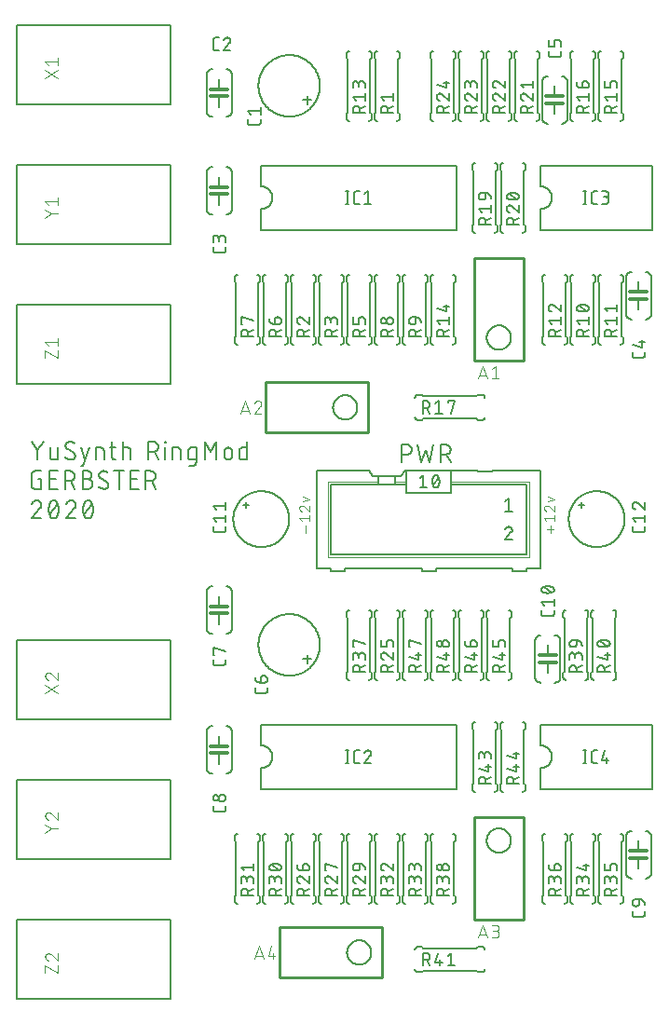
<source format=gto>
G04 EAGLE Gerber RS-274X export*
G75*
%MOMM*%
%FSLAX34Y34*%
%LPD*%
%INSilkscreen Top*%
%IPPOS*%
%AMOC8*
5,1,8,0,0,1.08239X$1,22.5*%
G01*
%ADD10C,0.152400*%
%ADD11C,0.076200*%
%ADD12C,0.127000*%
%ADD13C,0.101600*%
%ADD14C,0.304800*%
%ADD15C,0.254000*%
%ADD16C,0.050800*%
%ADD17C,0.177800*%


D10*
X13462Y514858D02*
X18881Y507182D01*
X24299Y514858D01*
X18881Y507182D02*
X18881Y498602D01*
X30378Y501311D02*
X30378Y509439D01*
X30379Y501311D02*
X30381Y501210D01*
X30387Y501109D01*
X30396Y501008D01*
X30409Y500907D01*
X30426Y500807D01*
X30447Y500708D01*
X30471Y500610D01*
X30499Y500513D01*
X30531Y500416D01*
X30566Y500321D01*
X30605Y500228D01*
X30647Y500136D01*
X30693Y500045D01*
X30742Y499957D01*
X30794Y499870D01*
X30850Y499785D01*
X30908Y499702D01*
X30970Y499622D01*
X31035Y499544D01*
X31102Y499468D01*
X31172Y499395D01*
X31245Y499325D01*
X31321Y499258D01*
X31399Y499193D01*
X31479Y499131D01*
X31562Y499073D01*
X31647Y499017D01*
X31734Y498965D01*
X31822Y498916D01*
X31913Y498870D01*
X32005Y498828D01*
X32098Y498789D01*
X32193Y498754D01*
X32290Y498722D01*
X32387Y498694D01*
X32485Y498670D01*
X32584Y498649D01*
X32684Y498632D01*
X32785Y498619D01*
X32886Y498610D01*
X32987Y498604D01*
X33088Y498602D01*
X37603Y498602D01*
X37603Y509439D01*
X49483Y498602D02*
X49601Y498604D01*
X49719Y498610D01*
X49837Y498619D01*
X49954Y498633D01*
X50071Y498650D01*
X50188Y498671D01*
X50303Y498696D01*
X50418Y498725D01*
X50532Y498758D01*
X50644Y498794D01*
X50755Y498834D01*
X50865Y498877D01*
X50974Y498924D01*
X51081Y498974D01*
X51186Y499029D01*
X51289Y499086D01*
X51390Y499147D01*
X51490Y499211D01*
X51587Y499278D01*
X51682Y499348D01*
X51774Y499422D01*
X51865Y499498D01*
X51952Y499578D01*
X52037Y499660D01*
X52119Y499745D01*
X52199Y499832D01*
X52275Y499923D01*
X52349Y500015D01*
X52419Y500110D01*
X52486Y500207D01*
X52550Y500307D01*
X52611Y500408D01*
X52668Y500511D01*
X52723Y500616D01*
X52773Y500723D01*
X52820Y500832D01*
X52863Y500942D01*
X52903Y501053D01*
X52939Y501165D01*
X52972Y501279D01*
X53001Y501394D01*
X53026Y501509D01*
X53047Y501626D01*
X53064Y501743D01*
X53078Y501860D01*
X53087Y501978D01*
X53093Y502096D01*
X53095Y502214D01*
X49483Y498602D02*
X49300Y498604D01*
X49118Y498611D01*
X48936Y498622D01*
X48754Y498637D01*
X48572Y498657D01*
X48391Y498680D01*
X48211Y498709D01*
X48031Y498741D01*
X47852Y498778D01*
X47675Y498819D01*
X47498Y498865D01*
X47322Y498914D01*
X47148Y498968D01*
X46974Y499026D01*
X46803Y499088D01*
X46633Y499154D01*
X46464Y499225D01*
X46297Y499299D01*
X46132Y499377D01*
X45969Y499459D01*
X45808Y499545D01*
X45649Y499635D01*
X45492Y499729D01*
X45338Y499826D01*
X45186Y499927D01*
X45036Y500032D01*
X44889Y500140D01*
X44745Y500251D01*
X44603Y500366D01*
X44464Y500485D01*
X44328Y500607D01*
X44195Y500732D01*
X44065Y500860D01*
X44516Y511246D02*
X44518Y511364D01*
X44524Y511482D01*
X44533Y511600D01*
X44547Y511717D01*
X44564Y511834D01*
X44585Y511951D01*
X44610Y512066D01*
X44639Y512181D01*
X44672Y512295D01*
X44708Y512407D01*
X44748Y512518D01*
X44791Y512628D01*
X44838Y512737D01*
X44888Y512844D01*
X44943Y512949D01*
X45000Y513052D01*
X45061Y513153D01*
X45125Y513253D01*
X45192Y513350D01*
X45262Y513445D01*
X45336Y513537D01*
X45412Y513628D01*
X45492Y513715D01*
X45574Y513800D01*
X45659Y513882D01*
X45746Y513962D01*
X45837Y514038D01*
X45929Y514112D01*
X46024Y514182D01*
X46121Y514249D01*
X46221Y514313D01*
X46322Y514374D01*
X46425Y514432D01*
X46530Y514486D01*
X46637Y514536D01*
X46746Y514583D01*
X46856Y514627D01*
X46967Y514666D01*
X47080Y514702D01*
X47193Y514735D01*
X47308Y514764D01*
X47423Y514789D01*
X47540Y514810D01*
X47657Y514827D01*
X47774Y514841D01*
X47892Y514850D01*
X48010Y514856D01*
X48128Y514858D01*
X48289Y514856D01*
X48451Y514850D01*
X48612Y514841D01*
X48773Y514827D01*
X48933Y514810D01*
X49093Y514789D01*
X49253Y514764D01*
X49412Y514735D01*
X49570Y514703D01*
X49727Y514667D01*
X49883Y514627D01*
X50039Y514583D01*
X50193Y514535D01*
X50346Y514484D01*
X50498Y514430D01*
X50649Y514371D01*
X50798Y514310D01*
X50945Y514244D01*
X51091Y514175D01*
X51236Y514103D01*
X51378Y514027D01*
X51519Y513948D01*
X51658Y513866D01*
X51794Y513780D01*
X51929Y513691D01*
X52062Y513599D01*
X52192Y513503D01*
X46322Y508085D02*
X46221Y508147D01*
X46121Y508212D01*
X46024Y508281D01*
X45929Y508353D01*
X45836Y508427D01*
X45746Y508505D01*
X45658Y508586D01*
X45573Y508669D01*
X45491Y508755D01*
X45412Y508844D01*
X45335Y508935D01*
X45262Y509029D01*
X45191Y509125D01*
X45124Y509223D01*
X45060Y509323D01*
X44999Y509426D01*
X44942Y509530D01*
X44888Y509636D01*
X44838Y509744D01*
X44791Y509853D01*
X44747Y509964D01*
X44707Y510076D01*
X44671Y510190D01*
X44639Y510304D01*
X44610Y510420D01*
X44585Y510536D01*
X44564Y510653D01*
X44547Y510771D01*
X44533Y510889D01*
X44524Y511008D01*
X44518Y511127D01*
X44516Y511246D01*
X51290Y505375D02*
X51391Y505313D01*
X51491Y505248D01*
X51588Y505179D01*
X51683Y505107D01*
X51776Y505033D01*
X51866Y504955D01*
X51954Y504874D01*
X52039Y504791D01*
X52121Y504705D01*
X52200Y504616D01*
X52277Y504525D01*
X52350Y504431D01*
X52421Y504335D01*
X52488Y504237D01*
X52552Y504137D01*
X52613Y504034D01*
X52670Y503930D01*
X52724Y503824D01*
X52774Y503716D01*
X52821Y503607D01*
X52865Y503496D01*
X52905Y503384D01*
X52941Y503270D01*
X52973Y503156D01*
X53002Y503040D01*
X53027Y502924D01*
X53048Y502807D01*
X53065Y502689D01*
X53079Y502571D01*
X53088Y502452D01*
X53094Y502333D01*
X53096Y502214D01*
X51289Y505375D02*
X46322Y508085D01*
X58515Y493183D02*
X60321Y493183D01*
X65739Y509439D01*
X58515Y509439D02*
X62127Y498602D01*
X72062Y498602D02*
X72062Y509439D01*
X76577Y509439D01*
X76681Y509437D01*
X76784Y509431D01*
X76888Y509421D01*
X76991Y509407D01*
X77093Y509389D01*
X77194Y509368D01*
X77295Y509342D01*
X77394Y509313D01*
X77493Y509280D01*
X77590Y509243D01*
X77685Y509202D01*
X77779Y509158D01*
X77871Y509110D01*
X77961Y509059D01*
X78050Y509004D01*
X78136Y508946D01*
X78219Y508884D01*
X78301Y508820D01*
X78379Y508752D01*
X78455Y508682D01*
X78529Y508609D01*
X78599Y508532D01*
X78667Y508454D01*
X78731Y508372D01*
X78793Y508289D01*
X78851Y508203D01*
X78906Y508114D01*
X78957Y508024D01*
X79005Y507932D01*
X79049Y507838D01*
X79090Y507743D01*
X79127Y507646D01*
X79160Y507547D01*
X79189Y507448D01*
X79215Y507347D01*
X79236Y507246D01*
X79254Y507144D01*
X79268Y507041D01*
X79278Y506937D01*
X79284Y506834D01*
X79286Y506730D01*
X79287Y506730D02*
X79287Y498602D01*
X84832Y509439D02*
X90251Y509439D01*
X86639Y514858D02*
X86639Y501311D01*
X86641Y501210D01*
X86647Y501109D01*
X86656Y501008D01*
X86669Y500907D01*
X86686Y500807D01*
X86707Y500708D01*
X86731Y500610D01*
X86759Y500513D01*
X86791Y500416D01*
X86826Y500321D01*
X86865Y500228D01*
X86907Y500136D01*
X86953Y500045D01*
X87002Y499957D01*
X87054Y499870D01*
X87110Y499785D01*
X87168Y499702D01*
X87230Y499622D01*
X87295Y499544D01*
X87362Y499468D01*
X87432Y499395D01*
X87505Y499325D01*
X87581Y499258D01*
X87659Y499193D01*
X87739Y499131D01*
X87822Y499073D01*
X87907Y499017D01*
X87994Y498965D01*
X88082Y498916D01*
X88173Y498870D01*
X88265Y498828D01*
X88358Y498789D01*
X88453Y498754D01*
X88550Y498722D01*
X88647Y498694D01*
X88745Y498670D01*
X88844Y498649D01*
X88944Y498632D01*
X89045Y498619D01*
X89146Y498610D01*
X89247Y498604D01*
X89348Y498602D01*
X90251Y498602D01*
X96551Y498602D02*
X96551Y514858D01*
X96551Y509439D02*
X101066Y509439D01*
X101170Y509437D01*
X101273Y509431D01*
X101377Y509421D01*
X101480Y509407D01*
X101582Y509389D01*
X101683Y509368D01*
X101784Y509342D01*
X101883Y509313D01*
X101982Y509280D01*
X102079Y509243D01*
X102174Y509202D01*
X102268Y509158D01*
X102360Y509110D01*
X102450Y509059D01*
X102539Y509004D01*
X102625Y508946D01*
X102708Y508884D01*
X102790Y508820D01*
X102868Y508752D01*
X102944Y508682D01*
X103018Y508609D01*
X103088Y508532D01*
X103156Y508454D01*
X103220Y508372D01*
X103282Y508289D01*
X103340Y508203D01*
X103395Y508114D01*
X103446Y508024D01*
X103494Y507932D01*
X103538Y507838D01*
X103579Y507743D01*
X103616Y507646D01*
X103649Y507547D01*
X103678Y507448D01*
X103704Y507347D01*
X103725Y507246D01*
X103743Y507144D01*
X103757Y507041D01*
X103767Y506937D01*
X103773Y506834D01*
X103775Y506730D01*
X103775Y498602D01*
X119707Y498602D02*
X119707Y514858D01*
X124222Y514858D01*
X124355Y514856D01*
X124487Y514850D01*
X124619Y514840D01*
X124751Y514827D01*
X124883Y514809D01*
X125013Y514788D01*
X125144Y514763D01*
X125273Y514734D01*
X125401Y514701D01*
X125529Y514665D01*
X125655Y514625D01*
X125780Y514581D01*
X125904Y514533D01*
X126026Y514482D01*
X126147Y514427D01*
X126266Y514369D01*
X126384Y514307D01*
X126499Y514242D01*
X126613Y514173D01*
X126724Y514102D01*
X126833Y514026D01*
X126940Y513948D01*
X127045Y513867D01*
X127147Y513782D01*
X127247Y513695D01*
X127344Y513605D01*
X127439Y513512D01*
X127530Y513416D01*
X127619Y513318D01*
X127705Y513217D01*
X127788Y513113D01*
X127868Y513007D01*
X127944Y512899D01*
X128018Y512789D01*
X128088Y512676D01*
X128155Y512562D01*
X128218Y512445D01*
X128278Y512327D01*
X128335Y512207D01*
X128388Y512085D01*
X128437Y511962D01*
X128483Y511838D01*
X128525Y511712D01*
X128563Y511585D01*
X128598Y511457D01*
X128629Y511328D01*
X128656Y511199D01*
X128679Y511068D01*
X128699Y510937D01*
X128714Y510805D01*
X128726Y510673D01*
X128734Y510541D01*
X128738Y510408D01*
X128738Y510276D01*
X128734Y510143D01*
X128726Y510011D01*
X128714Y509879D01*
X128699Y509747D01*
X128679Y509616D01*
X128656Y509485D01*
X128629Y509356D01*
X128598Y509227D01*
X128563Y509099D01*
X128525Y508972D01*
X128483Y508846D01*
X128437Y508722D01*
X128388Y508599D01*
X128335Y508477D01*
X128278Y508357D01*
X128218Y508239D01*
X128155Y508122D01*
X128088Y508008D01*
X128018Y507895D01*
X127944Y507785D01*
X127868Y507677D01*
X127788Y507571D01*
X127705Y507467D01*
X127619Y507366D01*
X127530Y507268D01*
X127439Y507172D01*
X127344Y507079D01*
X127247Y506989D01*
X127147Y506902D01*
X127045Y506817D01*
X126940Y506736D01*
X126833Y506658D01*
X126724Y506582D01*
X126613Y506511D01*
X126499Y506442D01*
X126384Y506377D01*
X126266Y506315D01*
X126147Y506257D01*
X126026Y506202D01*
X125904Y506151D01*
X125780Y506103D01*
X125655Y506059D01*
X125529Y506019D01*
X125401Y505983D01*
X125273Y505950D01*
X125144Y505921D01*
X125013Y505896D01*
X124883Y505875D01*
X124751Y505857D01*
X124619Y505844D01*
X124487Y505834D01*
X124355Y505828D01*
X124222Y505826D01*
X124222Y505827D02*
X119707Y505827D01*
X125125Y505827D02*
X128738Y498602D01*
X135073Y498602D02*
X135073Y509439D01*
X134621Y513955D02*
X134621Y514858D01*
X135524Y514858D01*
X135524Y513955D01*
X134621Y513955D01*
X141881Y509439D02*
X141881Y498602D01*
X141881Y509439D02*
X146397Y509439D01*
X146501Y509437D01*
X146604Y509431D01*
X146708Y509421D01*
X146811Y509407D01*
X146913Y509389D01*
X147014Y509368D01*
X147115Y509342D01*
X147214Y509313D01*
X147313Y509280D01*
X147410Y509243D01*
X147505Y509202D01*
X147599Y509158D01*
X147691Y509110D01*
X147781Y509059D01*
X147870Y509004D01*
X147956Y508946D01*
X148039Y508884D01*
X148121Y508820D01*
X148199Y508752D01*
X148275Y508682D01*
X148349Y508609D01*
X148419Y508532D01*
X148487Y508454D01*
X148551Y508372D01*
X148613Y508289D01*
X148671Y508203D01*
X148726Y508114D01*
X148777Y508024D01*
X148825Y507932D01*
X148869Y507838D01*
X148910Y507743D01*
X148947Y507646D01*
X148980Y507547D01*
X149009Y507448D01*
X149035Y507347D01*
X149056Y507246D01*
X149074Y507144D01*
X149088Y507041D01*
X149098Y506937D01*
X149104Y506834D01*
X149106Y506730D01*
X149106Y498602D01*
X158585Y498602D02*
X163101Y498602D01*
X158585Y498602D02*
X158484Y498604D01*
X158383Y498610D01*
X158282Y498619D01*
X158181Y498632D01*
X158081Y498649D01*
X157982Y498670D01*
X157884Y498694D01*
X157787Y498722D01*
X157690Y498754D01*
X157595Y498789D01*
X157502Y498828D01*
X157410Y498870D01*
X157319Y498916D01*
X157231Y498965D01*
X157144Y499017D01*
X157059Y499073D01*
X156976Y499131D01*
X156896Y499193D01*
X156818Y499258D01*
X156742Y499325D01*
X156669Y499395D01*
X156599Y499468D01*
X156532Y499544D01*
X156467Y499622D01*
X156405Y499702D01*
X156347Y499785D01*
X156291Y499870D01*
X156239Y499957D01*
X156190Y500045D01*
X156144Y500136D01*
X156102Y500228D01*
X156063Y500321D01*
X156028Y500416D01*
X155996Y500513D01*
X155968Y500610D01*
X155944Y500708D01*
X155923Y500807D01*
X155906Y500907D01*
X155893Y501008D01*
X155884Y501109D01*
X155878Y501210D01*
X155876Y501311D01*
X155876Y506730D01*
X155878Y506831D01*
X155884Y506932D01*
X155893Y507033D01*
X155906Y507134D01*
X155923Y507234D01*
X155944Y507333D01*
X155968Y507431D01*
X155996Y507528D01*
X156028Y507625D01*
X156063Y507720D01*
X156102Y507813D01*
X156144Y507905D01*
X156190Y507996D01*
X156239Y508085D01*
X156291Y508171D01*
X156347Y508256D01*
X156405Y508339D01*
X156467Y508419D01*
X156532Y508497D01*
X156599Y508573D01*
X156669Y508646D01*
X156742Y508716D01*
X156818Y508783D01*
X156896Y508848D01*
X156976Y508910D01*
X157059Y508968D01*
X157144Y509024D01*
X157231Y509076D01*
X157319Y509125D01*
X157410Y509171D01*
X157502Y509213D01*
X157595Y509252D01*
X157690Y509287D01*
X157787Y509319D01*
X157884Y509347D01*
X157982Y509371D01*
X158081Y509392D01*
X158181Y509409D01*
X158282Y509422D01*
X158383Y509431D01*
X158484Y509437D01*
X158585Y509439D01*
X163101Y509439D01*
X163101Y495893D01*
X163100Y495893D02*
X163098Y495789D01*
X163092Y495686D01*
X163082Y495582D01*
X163068Y495479D01*
X163050Y495377D01*
X163029Y495276D01*
X163003Y495175D01*
X162974Y495076D01*
X162941Y494977D01*
X162904Y494880D01*
X162863Y494785D01*
X162819Y494691D01*
X162771Y494599D01*
X162720Y494509D01*
X162665Y494420D01*
X162607Y494334D01*
X162545Y494251D01*
X162481Y494169D01*
X162413Y494091D01*
X162343Y494015D01*
X162270Y493941D01*
X162193Y493871D01*
X162115Y493803D01*
X162033Y493739D01*
X161950Y493677D01*
X161864Y493619D01*
X161775Y493564D01*
X161685Y493513D01*
X161593Y493465D01*
X161499Y493421D01*
X161404Y493380D01*
X161307Y493343D01*
X161208Y493310D01*
X161109Y493281D01*
X161008Y493255D01*
X160907Y493234D01*
X160805Y493216D01*
X160702Y493202D01*
X160598Y493192D01*
X160495Y493186D01*
X160391Y493184D01*
X160391Y493183D02*
X156779Y493183D01*
X170816Y498602D02*
X170816Y514858D01*
X176235Y505827D01*
X181654Y514858D01*
X181654Y498602D01*
X188775Y502214D02*
X188775Y505827D01*
X188777Y505946D01*
X188783Y506066D01*
X188793Y506185D01*
X188807Y506303D01*
X188824Y506422D01*
X188846Y506539D01*
X188871Y506656D01*
X188901Y506771D01*
X188934Y506886D01*
X188971Y507000D01*
X189011Y507112D01*
X189056Y507223D01*
X189104Y507332D01*
X189155Y507440D01*
X189210Y507546D01*
X189269Y507650D01*
X189331Y507752D01*
X189396Y507852D01*
X189465Y507950D01*
X189537Y508046D01*
X189612Y508139D01*
X189689Y508229D01*
X189770Y508317D01*
X189854Y508402D01*
X189941Y508484D01*
X190030Y508564D01*
X190122Y508640D01*
X190216Y508714D01*
X190313Y508784D01*
X190411Y508851D01*
X190512Y508915D01*
X190616Y508975D01*
X190721Y509032D01*
X190828Y509085D01*
X190936Y509135D01*
X191046Y509181D01*
X191158Y509223D01*
X191271Y509262D01*
X191385Y509297D01*
X191500Y509328D01*
X191617Y509356D01*
X191734Y509379D01*
X191851Y509399D01*
X191970Y509415D01*
X192089Y509427D01*
X192208Y509435D01*
X192327Y509439D01*
X192447Y509439D01*
X192566Y509435D01*
X192685Y509427D01*
X192804Y509415D01*
X192923Y509399D01*
X193040Y509379D01*
X193157Y509356D01*
X193274Y509328D01*
X193389Y509297D01*
X193503Y509262D01*
X193616Y509223D01*
X193728Y509181D01*
X193838Y509135D01*
X193946Y509085D01*
X194053Y509032D01*
X194158Y508975D01*
X194262Y508915D01*
X194363Y508851D01*
X194461Y508784D01*
X194558Y508714D01*
X194652Y508640D01*
X194744Y508564D01*
X194833Y508484D01*
X194920Y508402D01*
X195004Y508317D01*
X195085Y508229D01*
X195162Y508139D01*
X195237Y508046D01*
X195309Y507950D01*
X195378Y507852D01*
X195443Y507752D01*
X195505Y507650D01*
X195564Y507546D01*
X195619Y507440D01*
X195670Y507332D01*
X195718Y507223D01*
X195763Y507112D01*
X195803Y507000D01*
X195840Y506886D01*
X195873Y506771D01*
X195903Y506656D01*
X195928Y506539D01*
X195950Y506422D01*
X195967Y506303D01*
X195981Y506185D01*
X195991Y506066D01*
X195997Y505946D01*
X195999Y505827D01*
X196000Y505827D02*
X196000Y502214D01*
X195999Y502214D02*
X195997Y502095D01*
X195991Y501975D01*
X195981Y501856D01*
X195967Y501738D01*
X195950Y501619D01*
X195928Y501502D01*
X195903Y501385D01*
X195873Y501270D01*
X195840Y501155D01*
X195803Y501041D01*
X195763Y500929D01*
X195718Y500818D01*
X195670Y500709D01*
X195619Y500601D01*
X195564Y500495D01*
X195505Y500391D01*
X195443Y500289D01*
X195378Y500189D01*
X195309Y500091D01*
X195237Y499995D01*
X195162Y499902D01*
X195085Y499812D01*
X195004Y499724D01*
X194920Y499639D01*
X194833Y499557D01*
X194744Y499477D01*
X194652Y499401D01*
X194558Y499327D01*
X194461Y499257D01*
X194363Y499190D01*
X194262Y499126D01*
X194158Y499066D01*
X194053Y499009D01*
X193946Y498956D01*
X193838Y498906D01*
X193728Y498860D01*
X193616Y498818D01*
X193503Y498779D01*
X193389Y498744D01*
X193274Y498713D01*
X193157Y498685D01*
X193040Y498662D01*
X192923Y498642D01*
X192804Y498626D01*
X192685Y498614D01*
X192566Y498606D01*
X192447Y498602D01*
X192327Y498602D01*
X192208Y498606D01*
X192089Y498614D01*
X191970Y498626D01*
X191851Y498642D01*
X191734Y498662D01*
X191617Y498685D01*
X191500Y498713D01*
X191385Y498744D01*
X191271Y498779D01*
X191158Y498818D01*
X191046Y498860D01*
X190936Y498906D01*
X190828Y498956D01*
X190721Y499009D01*
X190616Y499066D01*
X190512Y499126D01*
X190411Y499190D01*
X190313Y499257D01*
X190216Y499327D01*
X190122Y499401D01*
X190030Y499477D01*
X189941Y499557D01*
X189854Y499639D01*
X189770Y499724D01*
X189689Y499812D01*
X189612Y499902D01*
X189537Y499995D01*
X189465Y500091D01*
X189396Y500189D01*
X189331Y500289D01*
X189269Y500391D01*
X189210Y500495D01*
X189155Y500601D01*
X189104Y500709D01*
X189056Y500818D01*
X189011Y500929D01*
X188971Y501041D01*
X188934Y501155D01*
X188901Y501270D01*
X188871Y501385D01*
X188846Y501502D01*
X188824Y501619D01*
X188807Y501738D01*
X188793Y501856D01*
X188783Y501975D01*
X188777Y502095D01*
X188775Y502214D01*
X209473Y498602D02*
X209473Y514858D01*
X209473Y498602D02*
X204958Y498602D01*
X204857Y498604D01*
X204756Y498610D01*
X204655Y498619D01*
X204554Y498632D01*
X204454Y498649D01*
X204355Y498670D01*
X204257Y498694D01*
X204160Y498722D01*
X204063Y498754D01*
X203968Y498789D01*
X203875Y498828D01*
X203783Y498870D01*
X203692Y498916D01*
X203604Y498965D01*
X203517Y499017D01*
X203432Y499073D01*
X203349Y499131D01*
X203269Y499193D01*
X203191Y499258D01*
X203115Y499325D01*
X203042Y499395D01*
X202972Y499468D01*
X202905Y499544D01*
X202840Y499622D01*
X202778Y499702D01*
X202720Y499785D01*
X202664Y499870D01*
X202612Y499957D01*
X202563Y500045D01*
X202517Y500136D01*
X202475Y500228D01*
X202436Y500321D01*
X202401Y500416D01*
X202369Y500513D01*
X202341Y500610D01*
X202317Y500708D01*
X202296Y500807D01*
X202279Y500907D01*
X202266Y501008D01*
X202257Y501109D01*
X202251Y501210D01*
X202249Y501311D01*
X202248Y501311D02*
X202248Y506730D01*
X202249Y506730D02*
X202251Y506831D01*
X202257Y506932D01*
X202266Y507033D01*
X202279Y507134D01*
X202296Y507234D01*
X202317Y507333D01*
X202341Y507431D01*
X202369Y507528D01*
X202401Y507625D01*
X202436Y507720D01*
X202475Y507813D01*
X202517Y507905D01*
X202563Y507996D01*
X202612Y508085D01*
X202664Y508171D01*
X202720Y508256D01*
X202778Y508339D01*
X202840Y508419D01*
X202905Y508497D01*
X202972Y508573D01*
X203042Y508646D01*
X203115Y508716D01*
X203191Y508783D01*
X203269Y508848D01*
X203349Y508910D01*
X203432Y508968D01*
X203517Y509024D01*
X203604Y509076D01*
X203692Y509125D01*
X203783Y509171D01*
X203875Y509213D01*
X203968Y509252D01*
X204063Y509287D01*
X204160Y509319D01*
X204257Y509347D01*
X204355Y509371D01*
X204454Y509392D01*
X204554Y509409D01*
X204655Y509422D01*
X204756Y509431D01*
X204857Y509437D01*
X204958Y509439D01*
X209473Y509439D01*
X22493Y480963D02*
X19784Y480963D01*
X22493Y480963D02*
X22493Y471932D01*
X17074Y471932D01*
X16956Y471934D01*
X16838Y471940D01*
X16720Y471949D01*
X16603Y471963D01*
X16486Y471980D01*
X16369Y472001D01*
X16254Y472026D01*
X16139Y472055D01*
X16025Y472088D01*
X15913Y472124D01*
X15802Y472164D01*
X15692Y472207D01*
X15583Y472254D01*
X15476Y472304D01*
X15371Y472359D01*
X15268Y472416D01*
X15167Y472477D01*
X15067Y472541D01*
X14970Y472608D01*
X14875Y472678D01*
X14783Y472752D01*
X14692Y472828D01*
X14605Y472908D01*
X14520Y472990D01*
X14438Y473075D01*
X14358Y473162D01*
X14282Y473253D01*
X14208Y473345D01*
X14138Y473440D01*
X14071Y473537D01*
X14007Y473637D01*
X13946Y473738D01*
X13889Y473841D01*
X13834Y473946D01*
X13784Y474053D01*
X13737Y474162D01*
X13694Y474272D01*
X13654Y474383D01*
X13618Y474495D01*
X13585Y474609D01*
X13556Y474724D01*
X13531Y474839D01*
X13510Y474956D01*
X13493Y475073D01*
X13479Y475190D01*
X13470Y475308D01*
X13464Y475426D01*
X13462Y475544D01*
X13462Y484576D01*
X13464Y484694D01*
X13470Y484812D01*
X13479Y484930D01*
X13493Y485047D01*
X13510Y485164D01*
X13531Y485281D01*
X13556Y485396D01*
X13585Y485511D01*
X13618Y485625D01*
X13654Y485737D01*
X13694Y485848D01*
X13737Y485958D01*
X13784Y486067D01*
X13834Y486174D01*
X13888Y486279D01*
X13946Y486382D01*
X14007Y486483D01*
X14071Y486583D01*
X14138Y486680D01*
X14208Y486775D01*
X14282Y486867D01*
X14358Y486958D01*
X14438Y487045D01*
X14520Y487130D01*
X14605Y487212D01*
X14692Y487292D01*
X14783Y487368D01*
X14875Y487442D01*
X14970Y487512D01*
X15067Y487579D01*
X15167Y487643D01*
X15268Y487704D01*
X15371Y487761D01*
X15476Y487815D01*
X15583Y487866D01*
X15692Y487913D01*
X15802Y487956D01*
X15913Y487996D01*
X16025Y488032D01*
X16139Y488065D01*
X16254Y488094D01*
X16369Y488119D01*
X16486Y488140D01*
X16603Y488157D01*
X16720Y488171D01*
X16838Y488180D01*
X16956Y488186D01*
X17074Y488188D01*
X22493Y488188D01*
X30165Y471932D02*
X37390Y471932D01*
X30165Y471932D02*
X30165Y488188D01*
X37390Y488188D01*
X35584Y480963D02*
X30165Y480963D01*
X43774Y488188D02*
X43774Y471932D01*
X43774Y488188D02*
X48290Y488188D01*
X48423Y488186D01*
X48555Y488180D01*
X48687Y488170D01*
X48819Y488157D01*
X48951Y488139D01*
X49081Y488118D01*
X49212Y488093D01*
X49341Y488064D01*
X49469Y488031D01*
X49597Y487995D01*
X49723Y487955D01*
X49848Y487911D01*
X49972Y487863D01*
X50094Y487812D01*
X50215Y487757D01*
X50334Y487699D01*
X50452Y487637D01*
X50567Y487572D01*
X50681Y487503D01*
X50792Y487432D01*
X50901Y487356D01*
X51008Y487278D01*
X51113Y487197D01*
X51215Y487112D01*
X51315Y487025D01*
X51412Y486935D01*
X51507Y486842D01*
X51598Y486746D01*
X51687Y486648D01*
X51773Y486547D01*
X51856Y486443D01*
X51936Y486337D01*
X52012Y486229D01*
X52086Y486119D01*
X52156Y486006D01*
X52223Y485892D01*
X52286Y485775D01*
X52346Y485657D01*
X52403Y485537D01*
X52456Y485415D01*
X52505Y485292D01*
X52551Y485168D01*
X52593Y485042D01*
X52631Y484915D01*
X52666Y484787D01*
X52697Y484658D01*
X52724Y484529D01*
X52747Y484398D01*
X52767Y484267D01*
X52782Y484135D01*
X52794Y484003D01*
X52802Y483871D01*
X52806Y483738D01*
X52806Y483606D01*
X52802Y483473D01*
X52794Y483341D01*
X52782Y483209D01*
X52767Y483077D01*
X52747Y482946D01*
X52724Y482815D01*
X52697Y482686D01*
X52666Y482557D01*
X52631Y482429D01*
X52593Y482302D01*
X52551Y482176D01*
X52505Y482052D01*
X52456Y481929D01*
X52403Y481807D01*
X52346Y481687D01*
X52286Y481569D01*
X52223Y481452D01*
X52156Y481338D01*
X52086Y481225D01*
X52012Y481115D01*
X51936Y481007D01*
X51856Y480901D01*
X51773Y480797D01*
X51687Y480696D01*
X51598Y480598D01*
X51507Y480502D01*
X51412Y480409D01*
X51315Y480319D01*
X51215Y480232D01*
X51113Y480147D01*
X51008Y480066D01*
X50901Y479988D01*
X50792Y479912D01*
X50681Y479841D01*
X50567Y479772D01*
X50452Y479707D01*
X50334Y479645D01*
X50215Y479587D01*
X50094Y479532D01*
X49972Y479481D01*
X49848Y479433D01*
X49723Y479389D01*
X49597Y479349D01*
X49469Y479313D01*
X49341Y479280D01*
X49212Y479251D01*
X49081Y479226D01*
X48951Y479205D01*
X48819Y479187D01*
X48687Y479174D01*
X48555Y479164D01*
X48423Y479158D01*
X48290Y479156D01*
X48290Y479157D02*
X43774Y479157D01*
X49193Y479157D02*
X52805Y471932D01*
X60046Y480963D02*
X64561Y480963D01*
X64561Y480964D02*
X64694Y480962D01*
X64826Y480956D01*
X64958Y480946D01*
X65090Y480933D01*
X65222Y480915D01*
X65352Y480894D01*
X65483Y480869D01*
X65612Y480840D01*
X65740Y480807D01*
X65868Y480771D01*
X65994Y480731D01*
X66119Y480687D01*
X66243Y480639D01*
X66365Y480588D01*
X66486Y480533D01*
X66605Y480475D01*
X66723Y480413D01*
X66838Y480348D01*
X66952Y480279D01*
X67063Y480208D01*
X67172Y480132D01*
X67279Y480054D01*
X67384Y479973D01*
X67486Y479888D01*
X67586Y479801D01*
X67683Y479711D01*
X67778Y479618D01*
X67869Y479522D01*
X67958Y479424D01*
X68044Y479323D01*
X68127Y479219D01*
X68207Y479113D01*
X68283Y479005D01*
X68357Y478895D01*
X68427Y478782D01*
X68494Y478668D01*
X68557Y478551D01*
X68617Y478433D01*
X68674Y478313D01*
X68727Y478191D01*
X68776Y478068D01*
X68822Y477944D01*
X68864Y477818D01*
X68902Y477691D01*
X68937Y477563D01*
X68968Y477434D01*
X68995Y477305D01*
X69018Y477174D01*
X69038Y477043D01*
X69053Y476911D01*
X69065Y476779D01*
X69073Y476647D01*
X69077Y476514D01*
X69077Y476382D01*
X69073Y476249D01*
X69065Y476117D01*
X69053Y475985D01*
X69038Y475853D01*
X69018Y475722D01*
X68995Y475591D01*
X68968Y475462D01*
X68937Y475333D01*
X68902Y475205D01*
X68864Y475078D01*
X68822Y474952D01*
X68776Y474828D01*
X68727Y474705D01*
X68674Y474583D01*
X68617Y474463D01*
X68557Y474345D01*
X68494Y474228D01*
X68427Y474114D01*
X68357Y474001D01*
X68283Y473891D01*
X68207Y473783D01*
X68127Y473677D01*
X68044Y473573D01*
X67958Y473472D01*
X67869Y473374D01*
X67778Y473278D01*
X67683Y473185D01*
X67586Y473095D01*
X67486Y473008D01*
X67384Y472923D01*
X67279Y472842D01*
X67172Y472764D01*
X67063Y472688D01*
X66952Y472617D01*
X66838Y472548D01*
X66723Y472483D01*
X66605Y472421D01*
X66486Y472363D01*
X66365Y472308D01*
X66243Y472257D01*
X66119Y472209D01*
X65994Y472165D01*
X65868Y472125D01*
X65740Y472089D01*
X65612Y472056D01*
X65483Y472027D01*
X65352Y472002D01*
X65222Y471981D01*
X65090Y471963D01*
X64958Y471950D01*
X64826Y471940D01*
X64694Y471934D01*
X64561Y471932D01*
X60046Y471932D01*
X60046Y488188D01*
X64561Y488188D01*
X64680Y488186D01*
X64800Y488180D01*
X64919Y488170D01*
X65037Y488156D01*
X65156Y488139D01*
X65273Y488117D01*
X65390Y488092D01*
X65505Y488062D01*
X65620Y488029D01*
X65734Y487992D01*
X65846Y487952D01*
X65957Y487907D01*
X66066Y487859D01*
X66174Y487808D01*
X66280Y487753D01*
X66384Y487694D01*
X66486Y487632D01*
X66586Y487567D01*
X66684Y487498D01*
X66780Y487426D01*
X66873Y487351D01*
X66963Y487274D01*
X67051Y487193D01*
X67136Y487109D01*
X67218Y487022D01*
X67298Y486933D01*
X67374Y486841D01*
X67448Y486747D01*
X67518Y486650D01*
X67585Y486552D01*
X67649Y486451D01*
X67709Y486347D01*
X67766Y486242D01*
X67819Y486135D01*
X67869Y486027D01*
X67915Y485917D01*
X67957Y485805D01*
X67996Y485692D01*
X68031Y485578D01*
X68062Y485463D01*
X68090Y485346D01*
X68113Y485229D01*
X68133Y485112D01*
X68149Y484993D01*
X68161Y484874D01*
X68169Y484755D01*
X68173Y484636D01*
X68173Y484516D01*
X68169Y484397D01*
X68161Y484278D01*
X68149Y484159D01*
X68133Y484040D01*
X68113Y483923D01*
X68090Y483806D01*
X68062Y483689D01*
X68031Y483574D01*
X67996Y483460D01*
X67957Y483347D01*
X67915Y483235D01*
X67869Y483125D01*
X67819Y483017D01*
X67766Y482910D01*
X67709Y482805D01*
X67649Y482701D01*
X67585Y482600D01*
X67518Y482502D01*
X67448Y482405D01*
X67374Y482311D01*
X67298Y482219D01*
X67218Y482130D01*
X67136Y482043D01*
X67051Y481959D01*
X66963Y481878D01*
X66873Y481801D01*
X66780Y481726D01*
X66684Y481654D01*
X66586Y481585D01*
X66486Y481520D01*
X66384Y481458D01*
X66280Y481399D01*
X66174Y481344D01*
X66066Y481293D01*
X65957Y481245D01*
X65846Y481200D01*
X65734Y481160D01*
X65620Y481123D01*
X65505Y481090D01*
X65390Y481060D01*
X65273Y481035D01*
X65156Y481013D01*
X65037Y480996D01*
X64919Y480982D01*
X64800Y480972D01*
X64680Y480966D01*
X64561Y480964D01*
X79843Y471932D02*
X79961Y471934D01*
X80079Y471940D01*
X80197Y471949D01*
X80314Y471963D01*
X80431Y471980D01*
X80548Y472001D01*
X80663Y472026D01*
X80778Y472055D01*
X80892Y472088D01*
X81004Y472124D01*
X81115Y472164D01*
X81225Y472207D01*
X81334Y472254D01*
X81441Y472304D01*
X81546Y472359D01*
X81649Y472416D01*
X81750Y472477D01*
X81850Y472541D01*
X81947Y472608D01*
X82042Y472678D01*
X82134Y472752D01*
X82225Y472828D01*
X82312Y472908D01*
X82397Y472990D01*
X82479Y473075D01*
X82559Y473162D01*
X82635Y473253D01*
X82709Y473345D01*
X82779Y473440D01*
X82846Y473537D01*
X82910Y473637D01*
X82971Y473738D01*
X83028Y473841D01*
X83083Y473946D01*
X83133Y474053D01*
X83180Y474162D01*
X83223Y474272D01*
X83263Y474383D01*
X83299Y474495D01*
X83332Y474609D01*
X83361Y474724D01*
X83386Y474839D01*
X83407Y474956D01*
X83424Y475073D01*
X83438Y475190D01*
X83447Y475308D01*
X83453Y475426D01*
X83455Y475544D01*
X79843Y471932D02*
X79660Y471934D01*
X79478Y471941D01*
X79296Y471952D01*
X79114Y471967D01*
X78932Y471987D01*
X78751Y472010D01*
X78571Y472039D01*
X78391Y472071D01*
X78212Y472108D01*
X78035Y472149D01*
X77858Y472195D01*
X77682Y472244D01*
X77508Y472298D01*
X77334Y472356D01*
X77163Y472418D01*
X76993Y472484D01*
X76824Y472555D01*
X76657Y472629D01*
X76492Y472707D01*
X76329Y472789D01*
X76168Y472875D01*
X76009Y472965D01*
X75852Y473059D01*
X75698Y473156D01*
X75546Y473257D01*
X75396Y473362D01*
X75249Y473470D01*
X75105Y473581D01*
X74963Y473696D01*
X74824Y473815D01*
X74688Y473937D01*
X74555Y474062D01*
X74425Y474190D01*
X74876Y484576D02*
X74878Y484694D01*
X74884Y484812D01*
X74893Y484930D01*
X74907Y485047D01*
X74924Y485164D01*
X74945Y485281D01*
X74970Y485396D01*
X74999Y485511D01*
X75032Y485625D01*
X75068Y485737D01*
X75108Y485848D01*
X75151Y485958D01*
X75198Y486067D01*
X75248Y486174D01*
X75303Y486279D01*
X75360Y486382D01*
X75421Y486483D01*
X75485Y486583D01*
X75552Y486680D01*
X75622Y486775D01*
X75696Y486867D01*
X75772Y486958D01*
X75852Y487045D01*
X75934Y487130D01*
X76019Y487212D01*
X76106Y487292D01*
X76197Y487368D01*
X76289Y487442D01*
X76384Y487512D01*
X76481Y487579D01*
X76581Y487643D01*
X76682Y487704D01*
X76785Y487762D01*
X76890Y487816D01*
X76997Y487866D01*
X77106Y487913D01*
X77216Y487957D01*
X77327Y487996D01*
X77440Y488032D01*
X77553Y488065D01*
X77668Y488094D01*
X77783Y488119D01*
X77900Y488140D01*
X78017Y488157D01*
X78134Y488171D01*
X78252Y488180D01*
X78370Y488186D01*
X78488Y488188D01*
X78649Y488186D01*
X78811Y488180D01*
X78972Y488171D01*
X79133Y488157D01*
X79293Y488140D01*
X79453Y488119D01*
X79613Y488094D01*
X79772Y488065D01*
X79930Y488033D01*
X80087Y487997D01*
X80243Y487957D01*
X80399Y487913D01*
X80553Y487865D01*
X80706Y487814D01*
X80858Y487760D01*
X81009Y487701D01*
X81158Y487640D01*
X81305Y487574D01*
X81451Y487505D01*
X81596Y487433D01*
X81738Y487357D01*
X81879Y487278D01*
X82018Y487196D01*
X82154Y487110D01*
X82289Y487021D01*
X82422Y486929D01*
X82552Y486833D01*
X76681Y481415D02*
X76580Y481477D01*
X76480Y481542D01*
X76383Y481611D01*
X76288Y481683D01*
X76195Y481757D01*
X76105Y481835D01*
X76017Y481916D01*
X75932Y481999D01*
X75850Y482085D01*
X75771Y482174D01*
X75694Y482265D01*
X75621Y482359D01*
X75550Y482455D01*
X75483Y482553D01*
X75419Y482653D01*
X75358Y482756D01*
X75301Y482860D01*
X75247Y482966D01*
X75197Y483074D01*
X75150Y483183D01*
X75106Y483294D01*
X75066Y483406D01*
X75030Y483520D01*
X74998Y483634D01*
X74969Y483750D01*
X74944Y483866D01*
X74923Y483983D01*
X74906Y484101D01*
X74892Y484219D01*
X74883Y484338D01*
X74877Y484457D01*
X74875Y484576D01*
X81649Y478705D02*
X81750Y478643D01*
X81850Y478578D01*
X81947Y478509D01*
X82042Y478437D01*
X82135Y478363D01*
X82225Y478285D01*
X82313Y478204D01*
X82398Y478121D01*
X82480Y478035D01*
X82559Y477946D01*
X82636Y477855D01*
X82709Y477761D01*
X82780Y477665D01*
X82847Y477567D01*
X82911Y477467D01*
X82972Y477364D01*
X83029Y477260D01*
X83083Y477154D01*
X83133Y477046D01*
X83180Y476937D01*
X83224Y476826D01*
X83264Y476714D01*
X83300Y476600D01*
X83332Y476486D01*
X83361Y476370D01*
X83386Y476254D01*
X83407Y476137D01*
X83424Y476019D01*
X83438Y475901D01*
X83447Y475782D01*
X83453Y475663D01*
X83455Y475544D01*
X81649Y478705D02*
X76682Y481415D01*
X93008Y488188D02*
X93008Y471932D01*
X88492Y488188D02*
X97523Y488188D01*
X103632Y471932D02*
X110857Y471932D01*
X103632Y471932D02*
X103632Y488188D01*
X110857Y488188D01*
X109051Y480963D02*
X103632Y480963D01*
X117241Y488188D02*
X117241Y471932D01*
X117241Y488188D02*
X121756Y488188D01*
X121889Y488186D01*
X122021Y488180D01*
X122153Y488170D01*
X122285Y488157D01*
X122417Y488139D01*
X122547Y488118D01*
X122678Y488093D01*
X122807Y488064D01*
X122935Y488031D01*
X123063Y487995D01*
X123189Y487955D01*
X123314Y487911D01*
X123438Y487863D01*
X123560Y487812D01*
X123681Y487757D01*
X123800Y487699D01*
X123918Y487637D01*
X124033Y487572D01*
X124147Y487503D01*
X124258Y487432D01*
X124367Y487356D01*
X124474Y487278D01*
X124579Y487197D01*
X124681Y487112D01*
X124781Y487025D01*
X124878Y486935D01*
X124973Y486842D01*
X125064Y486746D01*
X125153Y486648D01*
X125239Y486547D01*
X125322Y486443D01*
X125402Y486337D01*
X125478Y486229D01*
X125552Y486119D01*
X125622Y486006D01*
X125689Y485892D01*
X125752Y485775D01*
X125812Y485657D01*
X125869Y485537D01*
X125922Y485415D01*
X125971Y485292D01*
X126017Y485168D01*
X126059Y485042D01*
X126097Y484915D01*
X126132Y484787D01*
X126163Y484658D01*
X126190Y484529D01*
X126213Y484398D01*
X126233Y484267D01*
X126248Y484135D01*
X126260Y484003D01*
X126268Y483871D01*
X126272Y483738D01*
X126272Y483606D01*
X126268Y483473D01*
X126260Y483341D01*
X126248Y483209D01*
X126233Y483077D01*
X126213Y482946D01*
X126190Y482815D01*
X126163Y482686D01*
X126132Y482557D01*
X126097Y482429D01*
X126059Y482302D01*
X126017Y482176D01*
X125971Y482052D01*
X125922Y481929D01*
X125869Y481807D01*
X125812Y481687D01*
X125752Y481569D01*
X125689Y481452D01*
X125622Y481338D01*
X125552Y481225D01*
X125478Y481115D01*
X125402Y481007D01*
X125322Y480901D01*
X125239Y480797D01*
X125153Y480696D01*
X125064Y480598D01*
X124973Y480502D01*
X124878Y480409D01*
X124781Y480319D01*
X124681Y480232D01*
X124579Y480147D01*
X124474Y480066D01*
X124367Y479988D01*
X124258Y479912D01*
X124147Y479841D01*
X124033Y479772D01*
X123918Y479707D01*
X123800Y479645D01*
X123681Y479587D01*
X123560Y479532D01*
X123438Y479481D01*
X123314Y479433D01*
X123189Y479389D01*
X123063Y479349D01*
X122935Y479313D01*
X122807Y479280D01*
X122678Y479251D01*
X122547Y479226D01*
X122417Y479205D01*
X122285Y479187D01*
X122153Y479174D01*
X122021Y479164D01*
X121889Y479158D01*
X121756Y479156D01*
X121756Y479157D02*
X117241Y479157D01*
X122659Y479157D02*
X126272Y471932D01*
X22493Y457454D02*
X22491Y457579D01*
X22485Y457704D01*
X22476Y457829D01*
X22462Y457953D01*
X22445Y458077D01*
X22424Y458201D01*
X22399Y458323D01*
X22370Y458445D01*
X22338Y458566D01*
X22302Y458686D01*
X22262Y458805D01*
X22219Y458922D01*
X22172Y459038D01*
X22121Y459153D01*
X22067Y459265D01*
X22009Y459377D01*
X21949Y459486D01*
X21884Y459593D01*
X21817Y459699D01*
X21746Y459802D01*
X21672Y459903D01*
X21595Y460002D01*
X21515Y460098D01*
X21432Y460192D01*
X21347Y460283D01*
X21258Y460372D01*
X21167Y460457D01*
X21073Y460540D01*
X20977Y460620D01*
X20878Y460697D01*
X20777Y460771D01*
X20674Y460842D01*
X20568Y460909D01*
X20461Y460974D01*
X20352Y461034D01*
X20240Y461092D01*
X20128Y461146D01*
X20013Y461197D01*
X19897Y461244D01*
X19780Y461287D01*
X19661Y461327D01*
X19541Y461363D01*
X19420Y461395D01*
X19298Y461424D01*
X19176Y461449D01*
X19052Y461470D01*
X18928Y461487D01*
X18804Y461501D01*
X18679Y461510D01*
X18554Y461516D01*
X18429Y461518D01*
X18286Y461516D01*
X18144Y461510D01*
X18001Y461500D01*
X17859Y461487D01*
X17718Y461469D01*
X17576Y461448D01*
X17436Y461423D01*
X17296Y461394D01*
X17157Y461361D01*
X17019Y461324D01*
X16882Y461284D01*
X16747Y461240D01*
X16612Y461192D01*
X16479Y461140D01*
X16347Y461085D01*
X16217Y461026D01*
X16089Y460964D01*
X15962Y460898D01*
X15837Y460829D01*
X15714Y460757D01*
X15594Y460681D01*
X15475Y460602D01*
X15358Y460519D01*
X15244Y460434D01*
X15132Y460345D01*
X15023Y460254D01*
X14916Y460159D01*
X14811Y460062D01*
X14710Y459961D01*
X14611Y459858D01*
X14515Y459753D01*
X14422Y459644D01*
X14332Y459533D01*
X14245Y459420D01*
X14161Y459305D01*
X14081Y459187D01*
X14003Y459067D01*
X13929Y458945D01*
X13859Y458821D01*
X13791Y458695D01*
X13728Y458567D01*
X13667Y458438D01*
X13610Y458307D01*
X13557Y458175D01*
X13508Y458041D01*
X13462Y457906D01*
X21138Y454293D02*
X21232Y454385D01*
X21322Y454479D01*
X21410Y454576D01*
X21495Y454676D01*
X21577Y454778D01*
X21656Y454883D01*
X21731Y454990D01*
X21803Y455099D01*
X21872Y455210D01*
X21938Y455324D01*
X22000Y455439D01*
X22059Y455556D01*
X22114Y455675D01*
X22165Y455795D01*
X22213Y455917D01*
X22258Y456040D01*
X22298Y456164D01*
X22335Y456290D01*
X22368Y456417D01*
X22397Y456544D01*
X22423Y456673D01*
X22444Y456802D01*
X22462Y456932D01*
X22475Y457062D01*
X22485Y457192D01*
X22491Y457323D01*
X22493Y457454D01*
X21138Y454293D02*
X13462Y445262D01*
X22493Y445262D01*
X29093Y453390D02*
X29097Y453710D01*
X29108Y454029D01*
X29127Y454349D01*
X29154Y454667D01*
X29188Y454985D01*
X29230Y455302D01*
X29280Y455618D01*
X29337Y455933D01*
X29401Y456246D01*
X29473Y456558D01*
X29552Y456868D01*
X29639Y457175D01*
X29733Y457481D01*
X29834Y457784D01*
X29943Y458085D01*
X30058Y458383D01*
X30181Y458679D01*
X30311Y458971D01*
X30448Y459260D01*
X30448Y459261D02*
X30487Y459369D01*
X30530Y459476D01*
X30576Y459581D01*
X30627Y459685D01*
X30680Y459787D01*
X30737Y459887D01*
X30798Y459985D01*
X30862Y460080D01*
X30929Y460174D01*
X31000Y460265D01*
X31073Y460354D01*
X31150Y460440D01*
X31229Y460523D01*
X31311Y460604D01*
X31396Y460682D01*
X31484Y460756D01*
X31574Y460828D01*
X31666Y460896D01*
X31761Y460962D01*
X31858Y461024D01*
X31957Y461082D01*
X32059Y461138D01*
X32161Y461189D01*
X32266Y461237D01*
X32372Y461282D01*
X32480Y461323D01*
X32589Y461360D01*
X32699Y461393D01*
X32811Y461422D01*
X32923Y461448D01*
X33036Y461470D01*
X33150Y461487D01*
X33264Y461501D01*
X33379Y461511D01*
X33494Y461517D01*
X33609Y461519D01*
X33609Y461518D02*
X33724Y461516D01*
X33839Y461510D01*
X33954Y461500D01*
X34068Y461486D01*
X34182Y461469D01*
X34295Y461447D01*
X34407Y461421D01*
X34519Y461392D01*
X34629Y461359D01*
X34738Y461322D01*
X34846Y461281D01*
X34952Y461236D01*
X35057Y461188D01*
X35159Y461137D01*
X35260Y461081D01*
X35360Y461023D01*
X35457Y460961D01*
X35551Y460896D01*
X35644Y460827D01*
X35734Y460755D01*
X35822Y460681D01*
X35907Y460603D01*
X35989Y460522D01*
X36068Y460439D01*
X36145Y460353D01*
X36218Y460264D01*
X36289Y460173D01*
X36356Y460079D01*
X36420Y459984D01*
X36481Y459886D01*
X36538Y459786D01*
X36591Y459684D01*
X36642Y459580D01*
X36688Y459475D01*
X36731Y459368D01*
X36770Y459260D01*
X36769Y459260D02*
X36906Y458971D01*
X37036Y458679D01*
X37159Y458383D01*
X37274Y458085D01*
X37383Y457784D01*
X37484Y457481D01*
X37578Y457175D01*
X37665Y456868D01*
X37744Y456558D01*
X37816Y456246D01*
X37880Y455933D01*
X37937Y455618D01*
X37987Y455302D01*
X38029Y454985D01*
X38063Y454667D01*
X38090Y454349D01*
X38109Y454029D01*
X38120Y453710D01*
X38124Y453390D01*
X29094Y453390D02*
X29098Y453070D01*
X29109Y452751D01*
X29128Y452431D01*
X29155Y452113D01*
X29189Y451795D01*
X29231Y451478D01*
X29281Y451162D01*
X29338Y450847D01*
X29402Y450534D01*
X29474Y450222D01*
X29553Y449912D01*
X29640Y449605D01*
X29734Y449299D01*
X29835Y448996D01*
X29944Y448695D01*
X30059Y448397D01*
X30182Y448101D01*
X30312Y447809D01*
X30449Y447520D01*
X30448Y447520D02*
X30487Y447412D01*
X30530Y447305D01*
X30576Y447200D01*
X30627Y447096D01*
X30680Y446994D01*
X30737Y446894D01*
X30798Y446796D01*
X30862Y446701D01*
X30929Y446607D01*
X31000Y446516D01*
X31073Y446427D01*
X31150Y446341D01*
X31229Y446258D01*
X31311Y446177D01*
X31396Y446099D01*
X31484Y446025D01*
X31574Y445953D01*
X31667Y445884D01*
X31761Y445819D01*
X31858Y445757D01*
X31958Y445699D01*
X32059Y445643D01*
X32161Y445592D01*
X32266Y445544D01*
X32372Y445499D01*
X32480Y445458D01*
X32589Y445421D01*
X32699Y445388D01*
X32811Y445359D01*
X32923Y445333D01*
X33036Y445311D01*
X33150Y445294D01*
X33264Y445280D01*
X33379Y445270D01*
X33494Y445264D01*
X33609Y445262D01*
X36769Y447520D02*
X36906Y447809D01*
X37036Y448101D01*
X37159Y448397D01*
X37274Y448695D01*
X37383Y448996D01*
X37484Y449299D01*
X37578Y449605D01*
X37665Y449912D01*
X37744Y450222D01*
X37816Y450534D01*
X37880Y450847D01*
X37937Y451162D01*
X37987Y451478D01*
X38029Y451795D01*
X38063Y452113D01*
X38090Y452431D01*
X38109Y452751D01*
X38120Y453070D01*
X38124Y453390D01*
X36770Y447520D02*
X36731Y447412D01*
X36688Y447305D01*
X36642Y447200D01*
X36591Y447096D01*
X36538Y446994D01*
X36481Y446894D01*
X36420Y446796D01*
X36356Y446701D01*
X36289Y446607D01*
X36218Y446516D01*
X36145Y446427D01*
X36068Y446341D01*
X35989Y446258D01*
X35907Y446177D01*
X35822Y446099D01*
X35734Y446025D01*
X35644Y445953D01*
X35551Y445884D01*
X35457Y445819D01*
X35360Y445757D01*
X35260Y445699D01*
X35159Y445643D01*
X35056Y445592D01*
X34952Y445544D01*
X34846Y445499D01*
X34738Y445458D01*
X34629Y445421D01*
X34519Y445388D01*
X34407Y445359D01*
X34295Y445333D01*
X34182Y445311D01*
X34068Y445294D01*
X33954Y445280D01*
X33839Y445270D01*
X33724Y445264D01*
X33609Y445262D01*
X29996Y448874D02*
X37221Y457906D01*
X49692Y461518D02*
X49817Y461516D01*
X49942Y461510D01*
X50067Y461501D01*
X50191Y461487D01*
X50315Y461470D01*
X50439Y461449D01*
X50561Y461424D01*
X50683Y461395D01*
X50804Y461363D01*
X50924Y461327D01*
X51043Y461287D01*
X51160Y461244D01*
X51276Y461197D01*
X51391Y461146D01*
X51503Y461092D01*
X51615Y461034D01*
X51724Y460974D01*
X51831Y460909D01*
X51937Y460842D01*
X52040Y460771D01*
X52141Y460697D01*
X52240Y460620D01*
X52336Y460540D01*
X52430Y460457D01*
X52521Y460372D01*
X52610Y460283D01*
X52695Y460192D01*
X52778Y460098D01*
X52858Y460002D01*
X52935Y459903D01*
X53009Y459802D01*
X53080Y459699D01*
X53147Y459593D01*
X53212Y459486D01*
X53272Y459377D01*
X53330Y459265D01*
X53384Y459153D01*
X53435Y459038D01*
X53482Y458922D01*
X53525Y458805D01*
X53565Y458686D01*
X53601Y458566D01*
X53633Y458445D01*
X53662Y458323D01*
X53687Y458201D01*
X53708Y458077D01*
X53725Y457953D01*
X53739Y457829D01*
X53748Y457704D01*
X53754Y457579D01*
X53756Y457454D01*
X49692Y461518D02*
X49549Y461516D01*
X49407Y461510D01*
X49264Y461500D01*
X49122Y461487D01*
X48981Y461469D01*
X48839Y461448D01*
X48699Y461423D01*
X48559Y461394D01*
X48420Y461361D01*
X48282Y461324D01*
X48145Y461284D01*
X48010Y461240D01*
X47875Y461192D01*
X47742Y461140D01*
X47610Y461085D01*
X47480Y461026D01*
X47352Y460964D01*
X47225Y460898D01*
X47100Y460829D01*
X46977Y460757D01*
X46857Y460681D01*
X46738Y460602D01*
X46621Y460519D01*
X46507Y460434D01*
X46395Y460345D01*
X46286Y460254D01*
X46179Y460159D01*
X46074Y460062D01*
X45973Y459961D01*
X45874Y459858D01*
X45778Y459753D01*
X45685Y459644D01*
X45595Y459533D01*
X45508Y459420D01*
X45424Y459305D01*
X45344Y459187D01*
X45266Y459067D01*
X45192Y458945D01*
X45122Y458821D01*
X45054Y458695D01*
X44991Y458567D01*
X44930Y458438D01*
X44873Y458307D01*
X44820Y458175D01*
X44771Y458041D01*
X44725Y457906D01*
X52400Y454293D02*
X52494Y454385D01*
X52584Y454479D01*
X52672Y454576D01*
X52757Y454676D01*
X52839Y454778D01*
X52918Y454883D01*
X52993Y454990D01*
X53065Y455099D01*
X53134Y455210D01*
X53200Y455324D01*
X53262Y455439D01*
X53321Y455556D01*
X53376Y455675D01*
X53427Y455795D01*
X53475Y455917D01*
X53520Y456040D01*
X53560Y456164D01*
X53597Y456290D01*
X53630Y456417D01*
X53659Y456544D01*
X53685Y456673D01*
X53706Y456802D01*
X53724Y456932D01*
X53737Y457062D01*
X53747Y457192D01*
X53753Y457323D01*
X53755Y457454D01*
X52401Y454293D02*
X44724Y445262D01*
X53756Y445262D01*
X60356Y453390D02*
X60360Y453710D01*
X60371Y454029D01*
X60390Y454349D01*
X60417Y454667D01*
X60451Y454985D01*
X60493Y455302D01*
X60543Y455618D01*
X60600Y455933D01*
X60664Y456246D01*
X60736Y456558D01*
X60815Y456868D01*
X60902Y457175D01*
X60996Y457481D01*
X61097Y457784D01*
X61206Y458085D01*
X61321Y458383D01*
X61444Y458679D01*
X61574Y458971D01*
X61711Y459260D01*
X61710Y459261D02*
X61749Y459369D01*
X61792Y459476D01*
X61838Y459581D01*
X61889Y459685D01*
X61942Y459787D01*
X61999Y459887D01*
X62060Y459985D01*
X62124Y460080D01*
X62191Y460174D01*
X62262Y460265D01*
X62335Y460354D01*
X62412Y460440D01*
X62491Y460523D01*
X62573Y460604D01*
X62658Y460682D01*
X62746Y460756D01*
X62836Y460828D01*
X62928Y460896D01*
X63023Y460962D01*
X63120Y461024D01*
X63219Y461082D01*
X63321Y461138D01*
X63423Y461189D01*
X63528Y461237D01*
X63634Y461282D01*
X63742Y461323D01*
X63851Y461360D01*
X63961Y461393D01*
X64073Y461422D01*
X64185Y461448D01*
X64298Y461470D01*
X64412Y461487D01*
X64526Y461501D01*
X64641Y461511D01*
X64756Y461517D01*
X64871Y461519D01*
X64871Y461518D02*
X64986Y461516D01*
X65101Y461510D01*
X65216Y461500D01*
X65330Y461486D01*
X65444Y461469D01*
X65557Y461447D01*
X65669Y461421D01*
X65781Y461392D01*
X65891Y461359D01*
X66000Y461322D01*
X66108Y461281D01*
X66214Y461236D01*
X66319Y461188D01*
X66421Y461137D01*
X66522Y461081D01*
X66622Y461023D01*
X66719Y460961D01*
X66813Y460896D01*
X66906Y460827D01*
X66996Y460755D01*
X67084Y460681D01*
X67169Y460603D01*
X67251Y460522D01*
X67330Y460439D01*
X67407Y460353D01*
X67480Y460264D01*
X67551Y460173D01*
X67618Y460079D01*
X67682Y459984D01*
X67743Y459886D01*
X67800Y459786D01*
X67853Y459684D01*
X67904Y459580D01*
X67950Y459475D01*
X67993Y459368D01*
X68032Y459260D01*
X68169Y458971D01*
X68299Y458679D01*
X68422Y458383D01*
X68537Y458085D01*
X68646Y457784D01*
X68747Y457481D01*
X68841Y457175D01*
X68928Y456868D01*
X69007Y456558D01*
X69079Y456246D01*
X69143Y455933D01*
X69200Y455618D01*
X69250Y455302D01*
X69292Y454985D01*
X69326Y454667D01*
X69353Y454349D01*
X69372Y454029D01*
X69383Y453710D01*
X69387Y453390D01*
X60356Y453390D02*
X60360Y453070D01*
X60371Y452751D01*
X60390Y452431D01*
X60417Y452113D01*
X60451Y451795D01*
X60493Y451478D01*
X60543Y451162D01*
X60600Y450847D01*
X60664Y450534D01*
X60736Y450222D01*
X60815Y449912D01*
X60902Y449605D01*
X60996Y449299D01*
X61097Y448996D01*
X61206Y448695D01*
X61321Y448397D01*
X61444Y448101D01*
X61574Y447809D01*
X61711Y447520D01*
X61710Y447520D02*
X61749Y447412D01*
X61792Y447305D01*
X61838Y447200D01*
X61889Y447096D01*
X61942Y446994D01*
X61999Y446894D01*
X62060Y446796D01*
X62124Y446701D01*
X62191Y446607D01*
X62262Y446516D01*
X62335Y446427D01*
X62412Y446341D01*
X62491Y446258D01*
X62573Y446177D01*
X62658Y446099D01*
X62746Y446025D01*
X62836Y445953D01*
X62929Y445884D01*
X63023Y445819D01*
X63120Y445757D01*
X63220Y445699D01*
X63321Y445643D01*
X63423Y445592D01*
X63528Y445544D01*
X63634Y445499D01*
X63742Y445458D01*
X63851Y445421D01*
X63961Y445388D01*
X64073Y445359D01*
X64185Y445333D01*
X64298Y445311D01*
X64412Y445294D01*
X64526Y445280D01*
X64641Y445270D01*
X64756Y445264D01*
X64871Y445262D01*
X68031Y447520D02*
X68168Y447809D01*
X68298Y448101D01*
X68421Y448397D01*
X68536Y448695D01*
X68645Y448996D01*
X68746Y449299D01*
X68840Y449605D01*
X68927Y449912D01*
X69006Y450222D01*
X69078Y450534D01*
X69142Y450847D01*
X69199Y451162D01*
X69249Y451478D01*
X69291Y451795D01*
X69325Y452113D01*
X69352Y452431D01*
X69371Y452751D01*
X69382Y453070D01*
X69386Y453390D01*
X68032Y447520D02*
X67993Y447412D01*
X67950Y447305D01*
X67904Y447200D01*
X67853Y447096D01*
X67800Y446994D01*
X67743Y446894D01*
X67682Y446796D01*
X67618Y446701D01*
X67551Y446607D01*
X67480Y446516D01*
X67407Y446427D01*
X67330Y446341D01*
X67251Y446258D01*
X67169Y446177D01*
X67084Y446099D01*
X66996Y446025D01*
X66906Y445953D01*
X66813Y445884D01*
X66719Y445819D01*
X66622Y445757D01*
X66522Y445699D01*
X66421Y445643D01*
X66318Y445592D01*
X66214Y445544D01*
X66108Y445499D01*
X66000Y445458D01*
X65891Y445421D01*
X65781Y445388D01*
X65669Y445359D01*
X65557Y445333D01*
X65444Y445311D01*
X65330Y445294D01*
X65216Y445280D01*
X65101Y445270D01*
X64986Y445264D01*
X64871Y445262D01*
X61259Y448874D02*
X68484Y457906D01*
D11*
X262664Y438446D02*
X262664Y432181D01*
X259009Y442457D02*
X256921Y445067D01*
X266319Y445067D01*
X266319Y442457D02*
X266319Y447678D01*
X259271Y456822D02*
X259176Y456820D01*
X259082Y456814D01*
X258988Y456805D01*
X258894Y456792D01*
X258801Y456775D01*
X258709Y456754D01*
X258617Y456729D01*
X258527Y456701D01*
X258438Y456669D01*
X258350Y456634D01*
X258264Y456595D01*
X258179Y456553D01*
X258096Y456507D01*
X258015Y456458D01*
X257936Y456406D01*
X257859Y456351D01*
X257785Y456292D01*
X257713Y456231D01*
X257643Y456167D01*
X257576Y456100D01*
X257512Y456030D01*
X257451Y455958D01*
X257392Y455884D01*
X257337Y455807D01*
X257285Y455728D01*
X257236Y455647D01*
X257190Y455564D01*
X257148Y455479D01*
X257109Y455393D01*
X257074Y455305D01*
X257042Y455216D01*
X257014Y455126D01*
X256989Y455034D01*
X256968Y454942D01*
X256951Y454849D01*
X256938Y454755D01*
X256929Y454661D01*
X256923Y454567D01*
X256921Y454472D01*
X256923Y454364D01*
X256929Y454255D01*
X256939Y454147D01*
X256952Y454040D01*
X256970Y453933D01*
X256991Y453826D01*
X257016Y453721D01*
X257045Y453616D01*
X257077Y453513D01*
X257114Y453411D01*
X257154Y453310D01*
X257197Y453211D01*
X257244Y453113D01*
X257295Y453017D01*
X257349Y452923D01*
X257406Y452831D01*
X257467Y452741D01*
X257531Y452653D01*
X257597Y452568D01*
X257667Y452485D01*
X257740Y452405D01*
X257816Y452327D01*
X257894Y452252D01*
X257975Y452180D01*
X258059Y452111D01*
X258145Y452045D01*
X258233Y451982D01*
X258324Y451923D01*
X258416Y451866D01*
X258511Y451813D01*
X258608Y451764D01*
X258706Y451718D01*
X258805Y451675D01*
X258907Y451636D01*
X259009Y451601D01*
X261099Y456039D02*
X261030Y456108D01*
X260959Y456174D01*
X260886Y456238D01*
X260810Y456299D01*
X260731Y456357D01*
X260651Y456411D01*
X260568Y456463D01*
X260484Y456511D01*
X260398Y456557D01*
X260310Y456598D01*
X260220Y456637D01*
X260129Y456672D01*
X260037Y456703D01*
X259944Y456731D01*
X259850Y456755D01*
X259755Y456775D01*
X259659Y456792D01*
X259562Y456805D01*
X259465Y456814D01*
X259368Y456820D01*
X259271Y456822D01*
X261098Y456039D02*
X266319Y451601D01*
X266319Y456822D01*
X266319Y462441D02*
X260054Y460352D01*
X260054Y464529D02*
X266319Y462441D01*
X484914Y438446D02*
X484914Y432181D01*
X488047Y435314D02*
X481782Y435314D01*
X481259Y442457D02*
X479171Y445067D01*
X488569Y445067D01*
X488569Y442457D02*
X488569Y447678D01*
X481521Y456822D02*
X481426Y456820D01*
X481332Y456814D01*
X481238Y456805D01*
X481144Y456792D01*
X481051Y456775D01*
X480959Y456754D01*
X480867Y456729D01*
X480777Y456701D01*
X480688Y456669D01*
X480600Y456634D01*
X480514Y456595D01*
X480429Y456553D01*
X480346Y456507D01*
X480265Y456458D01*
X480186Y456406D01*
X480109Y456351D01*
X480035Y456292D01*
X479963Y456231D01*
X479893Y456167D01*
X479826Y456100D01*
X479762Y456030D01*
X479701Y455958D01*
X479642Y455884D01*
X479587Y455807D01*
X479535Y455728D01*
X479486Y455647D01*
X479440Y455564D01*
X479398Y455479D01*
X479359Y455393D01*
X479324Y455305D01*
X479292Y455216D01*
X479264Y455126D01*
X479239Y455034D01*
X479218Y454942D01*
X479201Y454849D01*
X479188Y454755D01*
X479179Y454661D01*
X479173Y454567D01*
X479171Y454472D01*
X479173Y454364D01*
X479179Y454255D01*
X479189Y454147D01*
X479202Y454040D01*
X479220Y453933D01*
X479241Y453826D01*
X479266Y453721D01*
X479295Y453616D01*
X479327Y453513D01*
X479364Y453411D01*
X479404Y453310D01*
X479447Y453211D01*
X479494Y453113D01*
X479545Y453017D01*
X479599Y452923D01*
X479656Y452831D01*
X479717Y452741D01*
X479781Y452653D01*
X479847Y452568D01*
X479917Y452485D01*
X479990Y452405D01*
X480066Y452327D01*
X480144Y452252D01*
X480225Y452180D01*
X480309Y452111D01*
X480395Y452045D01*
X480483Y451982D01*
X480574Y451923D01*
X480666Y451866D01*
X480761Y451813D01*
X480858Y451764D01*
X480956Y451718D01*
X481055Y451675D01*
X481157Y451636D01*
X481259Y451601D01*
X483349Y456039D02*
X483280Y456108D01*
X483209Y456174D01*
X483136Y456238D01*
X483060Y456299D01*
X482981Y456357D01*
X482901Y456411D01*
X482818Y456463D01*
X482734Y456511D01*
X482648Y456557D01*
X482560Y456598D01*
X482470Y456637D01*
X482379Y456672D01*
X482287Y456703D01*
X482194Y456731D01*
X482100Y456755D01*
X482005Y456775D01*
X481909Y456792D01*
X481812Y456805D01*
X481715Y456814D01*
X481618Y456820D01*
X481521Y456822D01*
X483348Y456039D02*
X488569Y451601D01*
X488569Y456822D01*
X488569Y462441D02*
X482304Y460352D01*
X482304Y464529D02*
X488569Y462441D01*
D10*
X267970Y825500D02*
X264160Y825500D01*
X264160Y829310D01*
X264160Y825500D02*
X260350Y825500D01*
X264160Y825500D02*
X264160Y821690D01*
X219710Y838200D02*
X219718Y838886D01*
X219744Y839571D01*
X219786Y840255D01*
X219845Y840939D01*
X219920Y841620D01*
X220012Y842300D01*
X220121Y842977D01*
X220247Y843651D01*
X220389Y844322D01*
X220547Y844989D01*
X220722Y845652D01*
X220913Y846311D01*
X221120Y846964D01*
X221343Y847613D01*
X221582Y848255D01*
X221837Y848892D01*
X222107Y849522D01*
X222393Y850146D01*
X222693Y850762D01*
X223009Y851371D01*
X223340Y851972D01*
X223685Y852564D01*
X224045Y853148D01*
X224419Y853723D01*
X224807Y854288D01*
X225208Y854844D01*
X225624Y855390D01*
X226052Y855925D01*
X226494Y856450D01*
X226948Y856963D01*
X227415Y857466D01*
X227893Y857957D01*
X228384Y858435D01*
X228887Y858902D01*
X229400Y859356D01*
X229925Y859798D01*
X230460Y860226D01*
X231006Y860642D01*
X231562Y861043D01*
X232127Y861431D01*
X232702Y861805D01*
X233286Y862165D01*
X233878Y862510D01*
X234479Y862841D01*
X235088Y863157D01*
X235704Y863457D01*
X236328Y863743D01*
X236958Y864013D01*
X237595Y864268D01*
X238237Y864507D01*
X238886Y864730D01*
X239539Y864937D01*
X240198Y865128D01*
X240861Y865303D01*
X241528Y865461D01*
X242199Y865603D01*
X242873Y865729D01*
X243550Y865838D01*
X244230Y865930D01*
X244911Y866005D01*
X245595Y866064D01*
X246279Y866106D01*
X246964Y866132D01*
X247650Y866140D01*
X248336Y866132D01*
X249021Y866106D01*
X249705Y866064D01*
X250389Y866005D01*
X251070Y865930D01*
X251750Y865838D01*
X252427Y865729D01*
X253101Y865603D01*
X253772Y865461D01*
X254439Y865303D01*
X255102Y865128D01*
X255761Y864937D01*
X256414Y864730D01*
X257063Y864507D01*
X257705Y864268D01*
X258342Y864013D01*
X258972Y863743D01*
X259596Y863457D01*
X260212Y863157D01*
X260821Y862841D01*
X261422Y862510D01*
X262014Y862165D01*
X262598Y861805D01*
X263173Y861431D01*
X263738Y861043D01*
X264294Y860642D01*
X264840Y860226D01*
X265375Y859798D01*
X265900Y859356D01*
X266413Y858902D01*
X266916Y858435D01*
X267407Y857957D01*
X267885Y857466D01*
X268352Y856963D01*
X268806Y856450D01*
X269248Y855925D01*
X269676Y855390D01*
X270092Y854844D01*
X270493Y854288D01*
X270881Y853723D01*
X271255Y853148D01*
X271615Y852564D01*
X271960Y851972D01*
X272291Y851371D01*
X272607Y850762D01*
X272907Y850146D01*
X273193Y849522D01*
X273463Y848892D01*
X273718Y848255D01*
X273957Y847613D01*
X274180Y846964D01*
X274387Y846311D01*
X274578Y845652D01*
X274753Y844989D01*
X274911Y844322D01*
X275053Y843651D01*
X275179Y842977D01*
X275288Y842300D01*
X275380Y841620D01*
X275455Y840939D01*
X275514Y840255D01*
X275556Y839571D01*
X275582Y838886D01*
X275590Y838200D01*
X275582Y837514D01*
X275556Y836829D01*
X275514Y836145D01*
X275455Y835461D01*
X275380Y834780D01*
X275288Y834100D01*
X275179Y833423D01*
X275053Y832749D01*
X274911Y832078D01*
X274753Y831411D01*
X274578Y830748D01*
X274387Y830089D01*
X274180Y829436D01*
X273957Y828787D01*
X273718Y828145D01*
X273463Y827508D01*
X273193Y826878D01*
X272907Y826254D01*
X272607Y825638D01*
X272291Y825029D01*
X271960Y824428D01*
X271615Y823836D01*
X271255Y823252D01*
X270881Y822677D01*
X270493Y822112D01*
X270092Y821556D01*
X269676Y821010D01*
X269248Y820475D01*
X268806Y819950D01*
X268352Y819437D01*
X267885Y818934D01*
X267407Y818443D01*
X266916Y817965D01*
X266413Y817498D01*
X265900Y817044D01*
X265375Y816602D01*
X264840Y816174D01*
X264294Y815758D01*
X263738Y815357D01*
X263173Y814969D01*
X262598Y814595D01*
X262014Y814235D01*
X261422Y813890D01*
X260821Y813559D01*
X260212Y813243D01*
X259596Y812943D01*
X258972Y812657D01*
X258342Y812387D01*
X257705Y812132D01*
X257063Y811893D01*
X256414Y811670D01*
X255761Y811463D01*
X255102Y811272D01*
X254439Y811097D01*
X253772Y810939D01*
X253101Y810797D01*
X252427Y810671D01*
X251750Y810562D01*
X251070Y810470D01*
X250389Y810395D01*
X249705Y810336D01*
X249021Y810294D01*
X248336Y810268D01*
X247650Y810260D01*
X246964Y810268D01*
X246279Y810294D01*
X245595Y810336D01*
X244911Y810395D01*
X244230Y810470D01*
X243550Y810562D01*
X242873Y810671D01*
X242199Y810797D01*
X241528Y810939D01*
X240861Y811097D01*
X240198Y811272D01*
X239539Y811463D01*
X238886Y811670D01*
X238237Y811893D01*
X237595Y812132D01*
X236958Y812387D01*
X236328Y812657D01*
X235704Y812943D01*
X235088Y813243D01*
X234479Y813559D01*
X233878Y813890D01*
X233286Y814235D01*
X232702Y814595D01*
X232127Y814969D01*
X231562Y815357D01*
X231006Y815758D01*
X230460Y816174D01*
X229925Y816602D01*
X229400Y817044D01*
X228887Y817498D01*
X228384Y817965D01*
X227893Y818443D01*
X227415Y818934D01*
X226948Y819437D01*
X226494Y819950D01*
X226052Y820475D01*
X225624Y821010D01*
X225208Y821556D01*
X224807Y822112D01*
X224419Y822677D01*
X224045Y823252D01*
X223685Y823836D01*
X223340Y824428D01*
X223009Y825029D01*
X222693Y825638D01*
X222393Y826254D01*
X222107Y826878D01*
X221837Y827508D01*
X221582Y828145D01*
X221343Y828787D01*
X221120Y829436D01*
X220913Y830089D01*
X220722Y830748D01*
X220547Y831411D01*
X220389Y832078D01*
X220247Y832749D01*
X220121Y833423D01*
X220012Y834100D01*
X219920Y834780D01*
X219845Y835461D01*
X219786Y836145D01*
X219744Y836829D01*
X219718Y837514D01*
X219710Y838200D01*
D12*
X221615Y807683D02*
X221615Y805143D01*
X221613Y805043D01*
X221607Y804944D01*
X221597Y804844D01*
X221584Y804746D01*
X221566Y804647D01*
X221545Y804550D01*
X221520Y804454D01*
X221491Y804358D01*
X221458Y804264D01*
X221422Y804171D01*
X221382Y804080D01*
X221338Y803990D01*
X221291Y803902D01*
X221241Y803816D01*
X221187Y803732D01*
X221130Y803650D01*
X221070Y803571D01*
X221006Y803493D01*
X220940Y803419D01*
X220871Y803347D01*
X220799Y803278D01*
X220725Y803212D01*
X220647Y803148D01*
X220568Y803088D01*
X220486Y803031D01*
X220402Y802977D01*
X220316Y802927D01*
X220228Y802880D01*
X220138Y802836D01*
X220047Y802796D01*
X219954Y802760D01*
X219860Y802727D01*
X219764Y802698D01*
X219668Y802673D01*
X219571Y802652D01*
X219472Y802634D01*
X219374Y802621D01*
X219274Y802611D01*
X219175Y802605D01*
X219075Y802603D01*
X212725Y802603D01*
X212625Y802605D01*
X212526Y802611D01*
X212426Y802621D01*
X212328Y802634D01*
X212229Y802652D01*
X212132Y802673D01*
X212036Y802698D01*
X211940Y802727D01*
X211846Y802760D01*
X211753Y802796D01*
X211662Y802836D01*
X211572Y802880D01*
X211484Y802927D01*
X211398Y802977D01*
X211314Y803031D01*
X211232Y803088D01*
X211153Y803148D01*
X211075Y803212D01*
X211001Y803278D01*
X210929Y803347D01*
X210860Y803419D01*
X210794Y803493D01*
X210730Y803571D01*
X210670Y803650D01*
X210613Y803732D01*
X210559Y803816D01*
X210509Y803902D01*
X210462Y803990D01*
X210418Y804080D01*
X210378Y804171D01*
X210342Y804264D01*
X210309Y804358D01*
X210280Y804454D01*
X210255Y804550D01*
X210234Y804647D01*
X210216Y804746D01*
X210203Y804844D01*
X210193Y804944D01*
X210187Y805043D01*
X210185Y805143D01*
X210185Y807683D01*
X212725Y812165D02*
X210185Y815340D01*
X221615Y815340D01*
X221615Y812165D02*
X221615Y818515D01*
X0Y639250D02*
X0Y567250D01*
X140000Y567250D02*
X140000Y639250D01*
X140000Y567250D02*
X0Y567250D01*
X0Y639250D02*
X140000Y639250D01*
D13*
X25908Y597549D02*
X25908Y591058D01*
X25908Y597549D02*
X37592Y591058D01*
X37592Y597549D01*
X28504Y602107D02*
X25908Y605353D01*
X37592Y605353D01*
X37592Y608598D02*
X37592Y602107D01*
D12*
X0Y821250D02*
X0Y893250D01*
X140000Y893250D02*
X140000Y821250D01*
X0Y821250D01*
X0Y893250D02*
X140000Y893250D01*
D13*
X37592Y845058D02*
X25908Y852847D01*
X25908Y845058D02*
X37592Y852847D01*
X28504Y857137D02*
X25908Y860383D01*
X37592Y860383D01*
X37592Y863628D02*
X37592Y857137D01*
D12*
X0Y766250D02*
X0Y694250D01*
X140000Y694250D02*
X140000Y766250D01*
X140000Y694250D02*
X0Y694250D01*
X0Y766250D02*
X140000Y766250D01*
D13*
X31425Y721953D02*
X25908Y718058D01*
X31425Y721953D02*
X25908Y725847D01*
X31425Y721953D02*
X37592Y721953D01*
X28504Y730137D02*
X25908Y733383D01*
X37592Y733383D01*
X37592Y736628D02*
X37592Y730137D01*
D10*
X222250Y765810D02*
X400050Y765810D01*
X400050Y707390D02*
X222250Y707390D01*
X400050Y707390D02*
X400050Y765810D01*
X222250Y765810D02*
X222250Y746760D01*
X222250Y726440D02*
X222250Y707390D01*
X222250Y726440D02*
X222497Y726443D01*
X222745Y726452D01*
X222992Y726467D01*
X223238Y726488D01*
X223484Y726515D01*
X223729Y726548D01*
X223974Y726587D01*
X224217Y726632D01*
X224459Y726683D01*
X224700Y726740D01*
X224939Y726802D01*
X225177Y726871D01*
X225413Y726945D01*
X225647Y727025D01*
X225879Y727110D01*
X226109Y727202D01*
X226337Y727298D01*
X226562Y727401D01*
X226785Y727508D01*
X227005Y727622D01*
X227222Y727740D01*
X227437Y727864D01*
X227648Y727993D01*
X227856Y728127D01*
X228061Y728266D01*
X228262Y728410D01*
X228460Y728558D01*
X228654Y728712D01*
X228844Y728870D01*
X229030Y729033D01*
X229212Y729200D01*
X229390Y729372D01*
X229564Y729548D01*
X229734Y729728D01*
X229899Y729913D01*
X230059Y730101D01*
X230215Y730293D01*
X230367Y730489D01*
X230513Y730688D01*
X230655Y730891D01*
X230791Y731098D01*
X230923Y731307D01*
X231049Y731520D01*
X231170Y731736D01*
X231286Y731954D01*
X231396Y732176D01*
X231501Y732400D01*
X231601Y732626D01*
X231695Y732855D01*
X231783Y733086D01*
X231866Y733320D01*
X231943Y733555D01*
X232014Y733792D01*
X232080Y734030D01*
X232139Y734270D01*
X232193Y734512D01*
X232241Y734755D01*
X232283Y734998D01*
X232319Y735243D01*
X232349Y735489D01*
X232373Y735735D01*
X232391Y735982D01*
X232403Y736229D01*
X232409Y736476D01*
X232409Y736724D01*
X232403Y736971D01*
X232391Y737218D01*
X232373Y737465D01*
X232349Y737711D01*
X232319Y737957D01*
X232283Y738202D01*
X232241Y738445D01*
X232193Y738688D01*
X232139Y738930D01*
X232080Y739170D01*
X232014Y739408D01*
X231943Y739645D01*
X231866Y739880D01*
X231783Y740114D01*
X231695Y740345D01*
X231601Y740574D01*
X231501Y740800D01*
X231396Y741024D01*
X231286Y741246D01*
X231170Y741464D01*
X231049Y741680D01*
X230923Y741893D01*
X230791Y742102D01*
X230655Y742309D01*
X230513Y742512D01*
X230367Y742711D01*
X230215Y742907D01*
X230059Y743099D01*
X229899Y743287D01*
X229734Y743472D01*
X229564Y743652D01*
X229390Y743828D01*
X229212Y744000D01*
X229030Y744167D01*
X228844Y744330D01*
X228654Y744488D01*
X228460Y744642D01*
X228262Y744790D01*
X228061Y744934D01*
X227856Y745073D01*
X227648Y745207D01*
X227437Y745336D01*
X227222Y745460D01*
X227005Y745578D01*
X226785Y745692D01*
X226562Y745799D01*
X226337Y745902D01*
X226109Y745998D01*
X225879Y746090D01*
X225647Y746175D01*
X225413Y746255D01*
X225177Y746329D01*
X224939Y746398D01*
X224700Y746460D01*
X224459Y746517D01*
X224217Y746568D01*
X223974Y746613D01*
X223729Y746652D01*
X223484Y746685D01*
X223238Y746712D01*
X222992Y746733D01*
X222745Y746748D01*
X222497Y746757D01*
X222250Y746760D01*
D12*
X300355Y742315D02*
X300355Y730885D01*
X299085Y730885D02*
X301625Y730885D01*
X301625Y742315D02*
X299085Y742315D01*
X308827Y730885D02*
X311367Y730885D01*
X308827Y730885D02*
X308727Y730887D01*
X308628Y730893D01*
X308528Y730903D01*
X308430Y730916D01*
X308331Y730934D01*
X308234Y730955D01*
X308138Y730980D01*
X308042Y731009D01*
X307948Y731042D01*
X307855Y731078D01*
X307764Y731118D01*
X307674Y731162D01*
X307586Y731209D01*
X307500Y731259D01*
X307416Y731313D01*
X307334Y731370D01*
X307255Y731430D01*
X307177Y731494D01*
X307103Y731560D01*
X307031Y731629D01*
X306962Y731701D01*
X306896Y731775D01*
X306832Y731853D01*
X306772Y731932D01*
X306715Y732014D01*
X306661Y732098D01*
X306611Y732184D01*
X306564Y732272D01*
X306520Y732362D01*
X306480Y732453D01*
X306444Y732546D01*
X306411Y732640D01*
X306382Y732736D01*
X306357Y732832D01*
X306336Y732929D01*
X306318Y733028D01*
X306305Y733126D01*
X306295Y733226D01*
X306289Y733325D01*
X306287Y733425D01*
X306287Y739775D01*
X306289Y739875D01*
X306295Y739974D01*
X306305Y740074D01*
X306318Y740172D01*
X306336Y740271D01*
X306357Y740368D01*
X306382Y740464D01*
X306411Y740560D01*
X306444Y740654D01*
X306480Y740747D01*
X306520Y740838D01*
X306564Y740928D01*
X306611Y741016D01*
X306661Y741102D01*
X306715Y741186D01*
X306772Y741268D01*
X306832Y741347D01*
X306896Y741425D01*
X306962Y741499D01*
X307031Y741571D01*
X307103Y741640D01*
X307177Y741706D01*
X307255Y741770D01*
X307334Y741830D01*
X307416Y741887D01*
X307500Y741941D01*
X307586Y741991D01*
X307674Y742038D01*
X307764Y742082D01*
X307855Y742122D01*
X307948Y742158D01*
X308042Y742191D01*
X308138Y742220D01*
X308234Y742245D01*
X308331Y742266D01*
X308430Y742284D01*
X308528Y742297D01*
X308628Y742307D01*
X308727Y742313D01*
X308827Y742315D01*
X311367Y742315D01*
X315849Y739775D02*
X319024Y742315D01*
X319024Y730885D01*
X315849Y730885D02*
X322199Y730885D01*
D10*
X476250Y765810D02*
X577850Y765810D01*
X577850Y707390D02*
X476250Y707390D01*
X577850Y707390D02*
X577850Y765810D01*
X476250Y765810D02*
X476250Y746760D01*
X476250Y726440D02*
X476250Y707390D01*
X476250Y726440D02*
X476497Y726443D01*
X476745Y726452D01*
X476992Y726467D01*
X477238Y726488D01*
X477484Y726515D01*
X477729Y726548D01*
X477974Y726587D01*
X478217Y726632D01*
X478459Y726683D01*
X478700Y726740D01*
X478939Y726802D01*
X479177Y726871D01*
X479413Y726945D01*
X479647Y727025D01*
X479879Y727110D01*
X480109Y727202D01*
X480337Y727298D01*
X480562Y727401D01*
X480785Y727508D01*
X481005Y727622D01*
X481222Y727740D01*
X481437Y727864D01*
X481648Y727993D01*
X481856Y728127D01*
X482061Y728266D01*
X482262Y728410D01*
X482460Y728558D01*
X482654Y728712D01*
X482844Y728870D01*
X483030Y729033D01*
X483212Y729200D01*
X483390Y729372D01*
X483564Y729548D01*
X483734Y729728D01*
X483899Y729913D01*
X484059Y730101D01*
X484215Y730293D01*
X484367Y730489D01*
X484513Y730688D01*
X484655Y730891D01*
X484791Y731098D01*
X484923Y731307D01*
X485049Y731520D01*
X485170Y731736D01*
X485286Y731954D01*
X485396Y732176D01*
X485501Y732400D01*
X485601Y732626D01*
X485695Y732855D01*
X485783Y733086D01*
X485866Y733320D01*
X485943Y733555D01*
X486014Y733792D01*
X486080Y734030D01*
X486139Y734270D01*
X486193Y734512D01*
X486241Y734755D01*
X486283Y734998D01*
X486319Y735243D01*
X486349Y735489D01*
X486373Y735735D01*
X486391Y735982D01*
X486403Y736229D01*
X486409Y736476D01*
X486409Y736724D01*
X486403Y736971D01*
X486391Y737218D01*
X486373Y737465D01*
X486349Y737711D01*
X486319Y737957D01*
X486283Y738202D01*
X486241Y738445D01*
X486193Y738688D01*
X486139Y738930D01*
X486080Y739170D01*
X486014Y739408D01*
X485943Y739645D01*
X485866Y739880D01*
X485783Y740114D01*
X485695Y740345D01*
X485601Y740574D01*
X485501Y740800D01*
X485396Y741024D01*
X485286Y741246D01*
X485170Y741464D01*
X485049Y741680D01*
X484923Y741893D01*
X484791Y742102D01*
X484655Y742309D01*
X484513Y742512D01*
X484367Y742711D01*
X484215Y742907D01*
X484059Y743099D01*
X483899Y743287D01*
X483734Y743472D01*
X483564Y743652D01*
X483390Y743828D01*
X483212Y744000D01*
X483030Y744167D01*
X482844Y744330D01*
X482654Y744488D01*
X482460Y744642D01*
X482262Y744790D01*
X482061Y744934D01*
X481856Y745073D01*
X481648Y745207D01*
X481437Y745336D01*
X481222Y745460D01*
X481005Y745578D01*
X480785Y745692D01*
X480562Y745799D01*
X480337Y745902D01*
X480109Y745998D01*
X479879Y746090D01*
X479647Y746175D01*
X479413Y746255D01*
X479177Y746329D01*
X478939Y746398D01*
X478700Y746460D01*
X478459Y746517D01*
X478217Y746568D01*
X477974Y746613D01*
X477729Y746652D01*
X477484Y746685D01*
X477238Y746712D01*
X476992Y746733D01*
X476745Y746748D01*
X476497Y746757D01*
X476250Y746760D01*
X516354Y742188D02*
X516354Y731012D01*
X515112Y731012D02*
X517596Y731012D01*
X517596Y742188D02*
X515112Y742188D01*
X524835Y731012D02*
X527319Y731012D01*
X524835Y731012D02*
X524737Y731014D01*
X524640Y731020D01*
X524543Y731029D01*
X524446Y731043D01*
X524350Y731060D01*
X524255Y731081D01*
X524161Y731105D01*
X524067Y731134D01*
X523975Y731166D01*
X523884Y731201D01*
X523795Y731240D01*
X523707Y731283D01*
X523621Y731329D01*
X523537Y731378D01*
X523455Y731431D01*
X523375Y731486D01*
X523297Y731545D01*
X523222Y731607D01*
X523149Y731672D01*
X523079Y731740D01*
X523011Y731810D01*
X522946Y731883D01*
X522884Y731958D01*
X522825Y732036D01*
X522770Y732116D01*
X522717Y732198D01*
X522668Y732282D01*
X522622Y732368D01*
X522579Y732456D01*
X522540Y732545D01*
X522505Y732636D01*
X522473Y732728D01*
X522444Y732822D01*
X522420Y732916D01*
X522399Y733011D01*
X522382Y733107D01*
X522368Y733204D01*
X522359Y733301D01*
X522353Y733398D01*
X522351Y733496D01*
X522352Y733496D02*
X522352Y739704D01*
X522351Y739704D02*
X522353Y739802D01*
X522359Y739899D01*
X522368Y739996D01*
X522382Y740093D01*
X522399Y740189D01*
X522420Y740284D01*
X522444Y740378D01*
X522473Y740472D01*
X522505Y740564D01*
X522540Y740655D01*
X522579Y740744D01*
X522622Y740832D01*
X522668Y740918D01*
X522717Y741002D01*
X522770Y741084D01*
X522825Y741164D01*
X522884Y741242D01*
X522946Y741317D01*
X523011Y741390D01*
X523079Y741460D01*
X523149Y741528D01*
X523222Y741593D01*
X523297Y741655D01*
X523375Y741714D01*
X523455Y741769D01*
X523537Y741822D01*
X523621Y741871D01*
X523707Y741917D01*
X523795Y741960D01*
X523884Y741999D01*
X523975Y742034D01*
X524067Y742066D01*
X524161Y742095D01*
X524255Y742119D01*
X524350Y742140D01*
X524446Y742157D01*
X524543Y742171D01*
X524640Y742180D01*
X524737Y742186D01*
X524835Y742188D01*
X527319Y742188D01*
X531918Y731012D02*
X535023Y731012D01*
X535134Y731014D01*
X535244Y731020D01*
X535355Y731030D01*
X535465Y731044D01*
X535574Y731061D01*
X535683Y731083D01*
X535791Y731108D01*
X535897Y731138D01*
X536003Y731171D01*
X536108Y731208D01*
X536211Y731248D01*
X536312Y731293D01*
X536412Y731340D01*
X536511Y731392D01*
X536607Y731447D01*
X536701Y731505D01*
X536793Y731566D01*
X536883Y731631D01*
X536971Y731699D01*
X537056Y731770D01*
X537138Y731844D01*
X537218Y731921D01*
X537295Y732001D01*
X537369Y732083D01*
X537440Y732168D01*
X537508Y732256D01*
X537573Y732346D01*
X537634Y732438D01*
X537692Y732532D01*
X537747Y732628D01*
X537799Y732727D01*
X537846Y732827D01*
X537891Y732928D01*
X537931Y733031D01*
X537968Y733136D01*
X538001Y733242D01*
X538031Y733348D01*
X538056Y733456D01*
X538078Y733565D01*
X538095Y733674D01*
X538109Y733784D01*
X538119Y733895D01*
X538125Y734005D01*
X538127Y734116D01*
X538125Y734227D01*
X538119Y734337D01*
X538109Y734448D01*
X538095Y734558D01*
X538078Y734667D01*
X538056Y734776D01*
X538031Y734884D01*
X538001Y734990D01*
X537968Y735096D01*
X537931Y735201D01*
X537891Y735304D01*
X537846Y735405D01*
X537799Y735505D01*
X537747Y735604D01*
X537692Y735700D01*
X537634Y735794D01*
X537573Y735886D01*
X537508Y735976D01*
X537440Y736064D01*
X537369Y736149D01*
X537295Y736231D01*
X537218Y736311D01*
X537138Y736388D01*
X537056Y736462D01*
X536971Y736533D01*
X536883Y736601D01*
X536793Y736666D01*
X536701Y736727D01*
X536607Y736785D01*
X536511Y736840D01*
X536412Y736892D01*
X536312Y736939D01*
X536211Y736984D01*
X536108Y737024D01*
X536003Y737061D01*
X535897Y737094D01*
X535791Y737124D01*
X535683Y737149D01*
X535574Y737171D01*
X535465Y737188D01*
X535355Y737202D01*
X535244Y737212D01*
X535134Y737218D01*
X535023Y737220D01*
X535644Y742188D02*
X531918Y742188D01*
X535644Y742188D02*
X535743Y742186D01*
X535841Y742180D01*
X535940Y742170D01*
X536037Y742157D01*
X536135Y742139D01*
X536231Y742118D01*
X536327Y742092D01*
X536421Y742063D01*
X536514Y742031D01*
X536606Y741994D01*
X536696Y741954D01*
X536785Y741910D01*
X536872Y741863D01*
X536957Y741813D01*
X537039Y741759D01*
X537120Y741702D01*
X537198Y741642D01*
X537274Y741578D01*
X537347Y741512D01*
X537418Y741443D01*
X537486Y741371D01*
X537550Y741296D01*
X537612Y741219D01*
X537671Y741140D01*
X537726Y741058D01*
X537779Y740974D01*
X537827Y740889D01*
X537873Y740801D01*
X537915Y740711D01*
X537953Y740620D01*
X537987Y740528D01*
X538018Y740434D01*
X538045Y740339D01*
X538069Y740243D01*
X538088Y740146D01*
X538104Y740049D01*
X538116Y739951D01*
X538124Y739852D01*
X538128Y739753D01*
X538128Y739655D01*
X538124Y739556D01*
X538116Y739457D01*
X538104Y739359D01*
X538088Y739262D01*
X538069Y739165D01*
X538045Y739069D01*
X538018Y738974D01*
X537987Y738880D01*
X537953Y738788D01*
X537915Y738697D01*
X537873Y738607D01*
X537827Y738519D01*
X537779Y738434D01*
X537726Y738350D01*
X537671Y738268D01*
X537612Y738189D01*
X537550Y738112D01*
X537486Y738037D01*
X537418Y737965D01*
X537347Y737896D01*
X537274Y737830D01*
X537198Y737766D01*
X537120Y737706D01*
X537039Y737649D01*
X536957Y737595D01*
X536872Y737545D01*
X536785Y737498D01*
X536696Y737454D01*
X536606Y737414D01*
X536514Y737377D01*
X536421Y737345D01*
X536327Y737316D01*
X536231Y737290D01*
X536135Y737269D01*
X536037Y737251D01*
X535940Y737238D01*
X535841Y737228D01*
X535743Y737222D01*
X535644Y737220D01*
X535644Y737221D02*
X533160Y737221D01*
X347980Y867410D02*
X347978Y867510D01*
X347972Y867609D01*
X347962Y867709D01*
X347949Y867807D01*
X347931Y867906D01*
X347910Y868003D01*
X347885Y868099D01*
X347856Y868195D01*
X347823Y868289D01*
X347787Y868382D01*
X347747Y868473D01*
X347703Y868563D01*
X347656Y868651D01*
X347606Y868737D01*
X347552Y868821D01*
X347495Y868903D01*
X347435Y868982D01*
X347371Y869060D01*
X347305Y869134D01*
X347236Y869206D01*
X347164Y869275D01*
X347090Y869341D01*
X347012Y869405D01*
X346933Y869465D01*
X346851Y869522D01*
X346767Y869576D01*
X346681Y869626D01*
X346593Y869673D01*
X346503Y869717D01*
X346412Y869757D01*
X346319Y869793D01*
X346225Y869826D01*
X346129Y869855D01*
X346033Y869880D01*
X345936Y869901D01*
X345837Y869919D01*
X345739Y869932D01*
X345639Y869942D01*
X345540Y869948D01*
X345440Y869950D01*
X327660Y869950D02*
X327560Y869948D01*
X327461Y869942D01*
X327361Y869932D01*
X327263Y869919D01*
X327164Y869901D01*
X327067Y869880D01*
X326971Y869855D01*
X326875Y869826D01*
X326781Y869793D01*
X326688Y869757D01*
X326597Y869717D01*
X326507Y869673D01*
X326419Y869626D01*
X326333Y869576D01*
X326249Y869522D01*
X326167Y869465D01*
X326088Y869405D01*
X326010Y869341D01*
X325936Y869275D01*
X325864Y869206D01*
X325795Y869134D01*
X325729Y869060D01*
X325665Y868982D01*
X325605Y868903D01*
X325548Y868821D01*
X325494Y868737D01*
X325444Y868651D01*
X325397Y868563D01*
X325353Y868473D01*
X325313Y868382D01*
X325277Y868289D01*
X325244Y868195D01*
X325215Y868099D01*
X325190Y868003D01*
X325169Y867906D01*
X325151Y867807D01*
X325138Y867709D01*
X325128Y867609D01*
X325122Y867510D01*
X325120Y867410D01*
X325120Y808990D02*
X325122Y808890D01*
X325128Y808791D01*
X325138Y808691D01*
X325151Y808593D01*
X325169Y808494D01*
X325190Y808397D01*
X325215Y808301D01*
X325244Y808205D01*
X325277Y808111D01*
X325313Y808018D01*
X325353Y807927D01*
X325397Y807837D01*
X325444Y807749D01*
X325494Y807663D01*
X325548Y807579D01*
X325605Y807497D01*
X325665Y807418D01*
X325729Y807340D01*
X325795Y807266D01*
X325864Y807194D01*
X325936Y807125D01*
X326010Y807059D01*
X326088Y806995D01*
X326167Y806935D01*
X326249Y806878D01*
X326333Y806824D01*
X326419Y806774D01*
X326507Y806727D01*
X326597Y806683D01*
X326688Y806643D01*
X326781Y806607D01*
X326875Y806574D01*
X326971Y806545D01*
X327067Y806520D01*
X327164Y806499D01*
X327263Y806481D01*
X327361Y806468D01*
X327461Y806458D01*
X327560Y806452D01*
X327660Y806450D01*
X345440Y806450D02*
X345540Y806452D01*
X345639Y806458D01*
X345739Y806468D01*
X345837Y806481D01*
X345936Y806499D01*
X346033Y806520D01*
X346129Y806545D01*
X346225Y806574D01*
X346319Y806607D01*
X346412Y806643D01*
X346503Y806683D01*
X346593Y806727D01*
X346681Y806774D01*
X346767Y806824D01*
X346851Y806878D01*
X346933Y806935D01*
X347012Y806995D01*
X347090Y807059D01*
X347164Y807125D01*
X347236Y807194D01*
X347305Y807266D01*
X347371Y807340D01*
X347435Y807418D01*
X347495Y807497D01*
X347552Y807579D01*
X347606Y807663D01*
X347656Y807749D01*
X347703Y807837D01*
X347747Y807927D01*
X347787Y808018D01*
X347823Y808111D01*
X347856Y808205D01*
X347885Y808301D01*
X347910Y808397D01*
X347931Y808494D01*
X347949Y808593D01*
X347962Y808691D01*
X347972Y808791D01*
X347978Y808890D01*
X347980Y808990D01*
X347980Y863600D02*
X347980Y867410D01*
X347980Y863600D02*
X346710Y862330D01*
X325120Y863600D02*
X325120Y867410D01*
X325120Y863600D02*
X326390Y862330D01*
X346710Y814070D02*
X347980Y812800D01*
X346710Y814070D02*
X346710Y862330D01*
X326390Y814070D02*
X325120Y812800D01*
X326390Y814070D02*
X326390Y862330D01*
X347980Y812800D02*
X347980Y808990D01*
X325120Y808990D02*
X325120Y812800D01*
D12*
X330835Y813435D02*
X342265Y813435D01*
X330835Y813435D02*
X330835Y816610D01*
X330837Y816721D01*
X330843Y816831D01*
X330852Y816942D01*
X330866Y817052D01*
X330883Y817161D01*
X330904Y817270D01*
X330929Y817378D01*
X330958Y817485D01*
X330990Y817591D01*
X331026Y817696D01*
X331066Y817799D01*
X331109Y817901D01*
X331156Y818002D01*
X331207Y818101D01*
X331260Y818198D01*
X331317Y818292D01*
X331378Y818385D01*
X331441Y818476D01*
X331508Y818565D01*
X331578Y818651D01*
X331651Y818734D01*
X331726Y818816D01*
X331804Y818894D01*
X331886Y818969D01*
X331969Y819042D01*
X332055Y819112D01*
X332144Y819179D01*
X332235Y819242D01*
X332328Y819303D01*
X332423Y819360D01*
X332519Y819413D01*
X332618Y819464D01*
X332719Y819511D01*
X332821Y819554D01*
X332924Y819594D01*
X333029Y819630D01*
X333135Y819662D01*
X333242Y819691D01*
X333350Y819716D01*
X333459Y819737D01*
X333568Y819754D01*
X333678Y819768D01*
X333789Y819777D01*
X333899Y819783D01*
X334010Y819785D01*
X334121Y819783D01*
X334231Y819777D01*
X334342Y819768D01*
X334452Y819754D01*
X334561Y819737D01*
X334670Y819716D01*
X334778Y819691D01*
X334885Y819662D01*
X334991Y819630D01*
X335096Y819594D01*
X335199Y819554D01*
X335301Y819511D01*
X335402Y819464D01*
X335501Y819413D01*
X335598Y819360D01*
X335692Y819303D01*
X335785Y819242D01*
X335876Y819179D01*
X335965Y819112D01*
X336051Y819042D01*
X336134Y818969D01*
X336216Y818894D01*
X336294Y818816D01*
X336369Y818734D01*
X336442Y818651D01*
X336512Y818565D01*
X336579Y818476D01*
X336642Y818385D01*
X336703Y818292D01*
X336760Y818198D01*
X336813Y818101D01*
X336864Y818002D01*
X336911Y817901D01*
X336954Y817799D01*
X336994Y817696D01*
X337030Y817591D01*
X337062Y817485D01*
X337091Y817378D01*
X337116Y817270D01*
X337137Y817161D01*
X337154Y817052D01*
X337168Y816942D01*
X337177Y816831D01*
X337183Y816721D01*
X337185Y816610D01*
X337185Y813435D01*
X337185Y817245D02*
X342265Y819785D01*
X333375Y824782D02*
X330835Y827957D01*
X342265Y827957D01*
X342265Y824782D02*
X342265Y831132D01*
D10*
X177800Y810260D02*
X177660Y810262D01*
X177520Y810268D01*
X177380Y810277D01*
X177241Y810291D01*
X177102Y810308D01*
X176964Y810329D01*
X176826Y810354D01*
X176689Y810383D01*
X176553Y810415D01*
X176418Y810452D01*
X176284Y810492D01*
X176151Y810535D01*
X176019Y810583D01*
X175888Y810633D01*
X175759Y810688D01*
X175632Y810746D01*
X175506Y810807D01*
X175382Y810872D01*
X175260Y810941D01*
X175140Y811012D01*
X175022Y811087D01*
X174905Y811165D01*
X174791Y811247D01*
X174680Y811331D01*
X174571Y811419D01*
X174464Y811509D01*
X174359Y811603D01*
X174258Y811699D01*
X174159Y811798D01*
X174063Y811899D01*
X173969Y812004D01*
X173879Y812111D01*
X173791Y812220D01*
X173707Y812331D01*
X173625Y812445D01*
X173547Y812562D01*
X173472Y812680D01*
X173401Y812800D01*
X173332Y812922D01*
X173267Y813046D01*
X173206Y813172D01*
X173148Y813299D01*
X173093Y813428D01*
X173043Y813559D01*
X172995Y813691D01*
X172952Y813824D01*
X172912Y813958D01*
X172875Y814093D01*
X172843Y814229D01*
X172814Y814366D01*
X172789Y814504D01*
X172768Y814642D01*
X172751Y814781D01*
X172737Y814920D01*
X172728Y815060D01*
X172722Y815200D01*
X172720Y815340D01*
X190500Y810260D02*
X190640Y810262D01*
X190780Y810268D01*
X190920Y810277D01*
X191059Y810291D01*
X191198Y810308D01*
X191336Y810329D01*
X191474Y810354D01*
X191611Y810383D01*
X191747Y810415D01*
X191882Y810452D01*
X192016Y810492D01*
X192149Y810535D01*
X192281Y810583D01*
X192412Y810633D01*
X192541Y810688D01*
X192668Y810746D01*
X192794Y810807D01*
X192918Y810872D01*
X193040Y810941D01*
X193160Y811012D01*
X193278Y811087D01*
X193395Y811165D01*
X193509Y811247D01*
X193620Y811331D01*
X193729Y811419D01*
X193836Y811509D01*
X193941Y811603D01*
X194042Y811699D01*
X194141Y811798D01*
X194237Y811899D01*
X194331Y812004D01*
X194421Y812111D01*
X194509Y812220D01*
X194593Y812331D01*
X194675Y812445D01*
X194753Y812562D01*
X194828Y812680D01*
X194899Y812800D01*
X194968Y812922D01*
X195033Y813046D01*
X195094Y813172D01*
X195152Y813299D01*
X195207Y813428D01*
X195257Y813559D01*
X195305Y813691D01*
X195348Y813824D01*
X195388Y813958D01*
X195425Y814093D01*
X195457Y814229D01*
X195486Y814366D01*
X195511Y814504D01*
X195532Y814642D01*
X195549Y814781D01*
X195563Y814920D01*
X195572Y815060D01*
X195578Y815200D01*
X195580Y815340D01*
X172720Y815340D02*
X172720Y848360D01*
X195580Y848360D02*
X195580Y815340D01*
X172720Y848360D02*
X172722Y848500D01*
X172728Y848640D01*
X172737Y848780D01*
X172751Y848919D01*
X172768Y849058D01*
X172789Y849196D01*
X172814Y849334D01*
X172843Y849471D01*
X172875Y849607D01*
X172912Y849742D01*
X172952Y849876D01*
X172995Y850009D01*
X173043Y850141D01*
X173093Y850272D01*
X173148Y850401D01*
X173206Y850528D01*
X173267Y850654D01*
X173332Y850778D01*
X173401Y850900D01*
X173472Y851020D01*
X173547Y851138D01*
X173625Y851255D01*
X173707Y851369D01*
X173791Y851480D01*
X173879Y851589D01*
X173969Y851696D01*
X174063Y851801D01*
X174159Y851902D01*
X174258Y852001D01*
X174359Y852097D01*
X174464Y852191D01*
X174571Y852281D01*
X174680Y852369D01*
X174791Y852453D01*
X174905Y852535D01*
X175022Y852613D01*
X175140Y852688D01*
X175260Y852759D01*
X175382Y852828D01*
X175506Y852893D01*
X175632Y852954D01*
X175759Y853012D01*
X175888Y853067D01*
X176019Y853117D01*
X176151Y853165D01*
X176284Y853208D01*
X176418Y853248D01*
X176553Y853285D01*
X176689Y853317D01*
X176826Y853346D01*
X176964Y853371D01*
X177102Y853392D01*
X177241Y853409D01*
X177380Y853423D01*
X177520Y853432D01*
X177660Y853438D01*
X177800Y853440D01*
X190500Y853440D02*
X190640Y853438D01*
X190780Y853432D01*
X190920Y853423D01*
X191059Y853409D01*
X191198Y853392D01*
X191336Y853371D01*
X191474Y853346D01*
X191611Y853317D01*
X191747Y853285D01*
X191882Y853248D01*
X192016Y853208D01*
X192149Y853165D01*
X192281Y853117D01*
X192412Y853067D01*
X192541Y853012D01*
X192668Y852954D01*
X192794Y852893D01*
X192918Y852828D01*
X193040Y852759D01*
X193160Y852688D01*
X193278Y852613D01*
X193395Y852535D01*
X193509Y852453D01*
X193620Y852369D01*
X193729Y852281D01*
X193836Y852191D01*
X193941Y852097D01*
X194042Y852001D01*
X194141Y851902D01*
X194237Y851801D01*
X194331Y851696D01*
X194421Y851589D01*
X194509Y851480D01*
X194593Y851369D01*
X194675Y851255D01*
X194753Y851138D01*
X194828Y851020D01*
X194899Y850900D01*
X194968Y850778D01*
X195033Y850654D01*
X195094Y850528D01*
X195152Y850401D01*
X195207Y850272D01*
X195257Y850141D01*
X195305Y850009D01*
X195348Y849876D01*
X195388Y849742D01*
X195425Y849607D01*
X195457Y849471D01*
X195486Y849334D01*
X195511Y849196D01*
X195532Y849058D01*
X195549Y848919D01*
X195563Y848780D01*
X195572Y848640D01*
X195578Y848500D01*
X195580Y848360D01*
D14*
X184150Y828802D02*
X176530Y828802D01*
X184150Y828802D02*
X191770Y828802D01*
X184150Y835152D02*
X176530Y835152D01*
X184150Y835152D02*
X191770Y835152D01*
D10*
X184150Y835152D02*
X184150Y844550D01*
X184150Y828802D02*
X184150Y819150D01*
D12*
X183515Y870585D02*
X180975Y870585D01*
X180875Y870587D01*
X180776Y870593D01*
X180676Y870603D01*
X180578Y870616D01*
X180479Y870634D01*
X180382Y870655D01*
X180286Y870680D01*
X180190Y870709D01*
X180096Y870742D01*
X180003Y870778D01*
X179912Y870818D01*
X179822Y870862D01*
X179734Y870909D01*
X179648Y870959D01*
X179564Y871013D01*
X179482Y871070D01*
X179403Y871130D01*
X179325Y871194D01*
X179251Y871260D01*
X179179Y871329D01*
X179110Y871401D01*
X179044Y871475D01*
X178980Y871553D01*
X178920Y871632D01*
X178863Y871714D01*
X178809Y871798D01*
X178759Y871884D01*
X178712Y871972D01*
X178668Y872062D01*
X178628Y872153D01*
X178592Y872246D01*
X178559Y872340D01*
X178530Y872436D01*
X178505Y872532D01*
X178484Y872629D01*
X178466Y872728D01*
X178453Y872826D01*
X178443Y872926D01*
X178437Y873025D01*
X178435Y873125D01*
X178435Y879475D01*
X178437Y879575D01*
X178443Y879674D01*
X178453Y879774D01*
X178466Y879872D01*
X178484Y879971D01*
X178505Y880068D01*
X178530Y880164D01*
X178559Y880260D01*
X178592Y880354D01*
X178628Y880447D01*
X178668Y880538D01*
X178712Y880628D01*
X178759Y880716D01*
X178809Y880802D01*
X178863Y880886D01*
X178920Y880968D01*
X178980Y881047D01*
X179044Y881125D01*
X179110Y881199D01*
X179179Y881271D01*
X179251Y881340D01*
X179325Y881406D01*
X179403Y881470D01*
X179482Y881530D01*
X179564Y881587D01*
X179648Y881641D01*
X179734Y881691D01*
X179822Y881738D01*
X179912Y881782D01*
X180003Y881822D01*
X180096Y881858D01*
X180190Y881891D01*
X180286Y881920D01*
X180382Y881945D01*
X180479Y881966D01*
X180578Y881984D01*
X180676Y881997D01*
X180776Y882007D01*
X180875Y882013D01*
X180975Y882015D01*
X183515Y882015D01*
X191490Y882016D02*
X191594Y882014D01*
X191699Y882008D01*
X191803Y881999D01*
X191906Y881986D01*
X192009Y881968D01*
X192111Y881948D01*
X192213Y881923D01*
X192313Y881895D01*
X192413Y881863D01*
X192511Y881827D01*
X192608Y881788D01*
X192703Y881746D01*
X192797Y881700D01*
X192889Y881650D01*
X192979Y881598D01*
X193067Y881542D01*
X193153Y881482D01*
X193237Y881420D01*
X193318Y881355D01*
X193397Y881287D01*
X193474Y881215D01*
X193547Y881142D01*
X193619Y881065D01*
X193687Y880986D01*
X193752Y880905D01*
X193814Y880821D01*
X193874Y880735D01*
X193930Y880647D01*
X193982Y880557D01*
X194032Y880465D01*
X194078Y880371D01*
X194120Y880276D01*
X194159Y880179D01*
X194195Y880081D01*
X194227Y879981D01*
X194255Y879881D01*
X194280Y879779D01*
X194300Y879677D01*
X194318Y879574D01*
X194331Y879471D01*
X194340Y879367D01*
X194346Y879262D01*
X194348Y879158D01*
X191490Y882015D02*
X191372Y882013D01*
X191253Y882007D01*
X191135Y881998D01*
X191018Y881985D01*
X190901Y881967D01*
X190784Y881947D01*
X190668Y881922D01*
X190553Y881894D01*
X190440Y881861D01*
X190327Y881826D01*
X190215Y881786D01*
X190105Y881744D01*
X189996Y881697D01*
X189888Y881647D01*
X189783Y881594D01*
X189679Y881537D01*
X189577Y881477D01*
X189477Y881414D01*
X189379Y881347D01*
X189283Y881278D01*
X189190Y881205D01*
X189099Y881129D01*
X189010Y881051D01*
X188924Y880969D01*
X188841Y880885D01*
X188760Y880799D01*
X188683Y880709D01*
X188608Y880618D01*
X188536Y880524D01*
X188467Y880427D01*
X188402Y880329D01*
X188339Y880228D01*
X188280Y880125D01*
X188224Y880021D01*
X188172Y879915D01*
X188123Y879807D01*
X188078Y879698D01*
X188036Y879587D01*
X187998Y879475D01*
X193395Y876936D02*
X193471Y877011D01*
X193546Y877090D01*
X193617Y877171D01*
X193686Y877255D01*
X193751Y877341D01*
X193813Y877429D01*
X193873Y877519D01*
X193929Y877611D01*
X193982Y877706D01*
X194031Y877802D01*
X194077Y877900D01*
X194120Y877999D01*
X194159Y878100D01*
X194194Y878202D01*
X194226Y878305D01*
X194254Y878409D01*
X194279Y878514D01*
X194300Y878621D01*
X194317Y878727D01*
X194330Y878834D01*
X194339Y878942D01*
X194345Y879050D01*
X194347Y879158D01*
X193395Y876935D02*
X187997Y870585D01*
X194347Y870585D01*
D10*
X190500Y764540D02*
X190640Y764538D01*
X190780Y764532D01*
X190920Y764523D01*
X191059Y764509D01*
X191198Y764492D01*
X191336Y764471D01*
X191474Y764446D01*
X191611Y764417D01*
X191747Y764385D01*
X191882Y764348D01*
X192016Y764308D01*
X192149Y764265D01*
X192281Y764217D01*
X192412Y764167D01*
X192541Y764112D01*
X192668Y764054D01*
X192794Y763993D01*
X192918Y763928D01*
X193040Y763859D01*
X193160Y763788D01*
X193278Y763713D01*
X193395Y763635D01*
X193509Y763553D01*
X193620Y763469D01*
X193729Y763381D01*
X193836Y763291D01*
X193941Y763197D01*
X194042Y763101D01*
X194141Y763002D01*
X194237Y762901D01*
X194331Y762796D01*
X194421Y762689D01*
X194509Y762580D01*
X194593Y762469D01*
X194675Y762355D01*
X194753Y762238D01*
X194828Y762120D01*
X194899Y762000D01*
X194968Y761878D01*
X195033Y761754D01*
X195094Y761628D01*
X195152Y761501D01*
X195207Y761372D01*
X195257Y761241D01*
X195305Y761109D01*
X195348Y760976D01*
X195388Y760842D01*
X195425Y760707D01*
X195457Y760571D01*
X195486Y760434D01*
X195511Y760296D01*
X195532Y760158D01*
X195549Y760019D01*
X195563Y759880D01*
X195572Y759740D01*
X195578Y759600D01*
X195580Y759460D01*
X177800Y764540D02*
X177660Y764538D01*
X177520Y764532D01*
X177380Y764523D01*
X177241Y764509D01*
X177102Y764492D01*
X176964Y764471D01*
X176826Y764446D01*
X176689Y764417D01*
X176553Y764385D01*
X176418Y764348D01*
X176284Y764308D01*
X176151Y764265D01*
X176019Y764217D01*
X175888Y764167D01*
X175759Y764112D01*
X175632Y764054D01*
X175506Y763993D01*
X175382Y763928D01*
X175260Y763859D01*
X175140Y763788D01*
X175022Y763713D01*
X174905Y763635D01*
X174791Y763553D01*
X174680Y763469D01*
X174571Y763381D01*
X174464Y763291D01*
X174359Y763197D01*
X174258Y763101D01*
X174159Y763002D01*
X174063Y762901D01*
X173969Y762796D01*
X173879Y762689D01*
X173791Y762580D01*
X173707Y762469D01*
X173625Y762355D01*
X173547Y762238D01*
X173472Y762120D01*
X173401Y762000D01*
X173332Y761878D01*
X173267Y761754D01*
X173206Y761628D01*
X173148Y761501D01*
X173093Y761372D01*
X173043Y761241D01*
X172995Y761109D01*
X172952Y760976D01*
X172912Y760842D01*
X172875Y760707D01*
X172843Y760571D01*
X172814Y760434D01*
X172789Y760296D01*
X172768Y760158D01*
X172751Y760019D01*
X172737Y759880D01*
X172728Y759740D01*
X172722Y759600D01*
X172720Y759460D01*
X195580Y759460D02*
X195580Y726440D01*
X172720Y726440D02*
X172720Y759460D01*
X195580Y726440D02*
X195578Y726300D01*
X195572Y726160D01*
X195563Y726020D01*
X195549Y725881D01*
X195532Y725742D01*
X195511Y725604D01*
X195486Y725466D01*
X195457Y725329D01*
X195425Y725193D01*
X195388Y725058D01*
X195348Y724924D01*
X195305Y724791D01*
X195257Y724659D01*
X195207Y724528D01*
X195152Y724399D01*
X195094Y724272D01*
X195033Y724146D01*
X194968Y724022D01*
X194899Y723900D01*
X194828Y723780D01*
X194753Y723662D01*
X194675Y723545D01*
X194593Y723431D01*
X194509Y723320D01*
X194421Y723211D01*
X194331Y723104D01*
X194237Y722999D01*
X194141Y722898D01*
X194042Y722799D01*
X193941Y722703D01*
X193836Y722609D01*
X193729Y722519D01*
X193620Y722431D01*
X193509Y722347D01*
X193395Y722265D01*
X193278Y722187D01*
X193160Y722112D01*
X193040Y722041D01*
X192918Y721972D01*
X192794Y721907D01*
X192668Y721846D01*
X192541Y721788D01*
X192412Y721733D01*
X192281Y721683D01*
X192149Y721635D01*
X192016Y721592D01*
X191882Y721552D01*
X191747Y721515D01*
X191611Y721483D01*
X191474Y721454D01*
X191336Y721429D01*
X191198Y721408D01*
X191059Y721391D01*
X190920Y721377D01*
X190780Y721368D01*
X190640Y721362D01*
X190500Y721360D01*
X177800Y721360D02*
X177660Y721362D01*
X177520Y721368D01*
X177380Y721377D01*
X177241Y721391D01*
X177102Y721408D01*
X176964Y721429D01*
X176826Y721454D01*
X176689Y721483D01*
X176553Y721515D01*
X176418Y721552D01*
X176284Y721592D01*
X176151Y721635D01*
X176019Y721683D01*
X175888Y721733D01*
X175759Y721788D01*
X175632Y721846D01*
X175506Y721907D01*
X175382Y721972D01*
X175260Y722041D01*
X175140Y722112D01*
X175022Y722187D01*
X174905Y722265D01*
X174791Y722347D01*
X174680Y722431D01*
X174571Y722519D01*
X174464Y722609D01*
X174359Y722703D01*
X174258Y722799D01*
X174159Y722898D01*
X174063Y722999D01*
X173969Y723104D01*
X173879Y723211D01*
X173791Y723320D01*
X173707Y723431D01*
X173625Y723545D01*
X173547Y723662D01*
X173472Y723780D01*
X173401Y723900D01*
X173332Y724022D01*
X173267Y724146D01*
X173206Y724272D01*
X173148Y724399D01*
X173093Y724528D01*
X173043Y724659D01*
X172995Y724791D01*
X172952Y724924D01*
X172912Y725058D01*
X172875Y725193D01*
X172843Y725329D01*
X172814Y725466D01*
X172789Y725604D01*
X172768Y725742D01*
X172751Y725881D01*
X172737Y726020D01*
X172728Y726160D01*
X172722Y726300D01*
X172720Y726440D01*
D14*
X184150Y745998D02*
X191770Y745998D01*
X184150Y745998D02*
X176530Y745998D01*
X184150Y739648D02*
X191770Y739648D01*
X184150Y739648D02*
X176530Y739648D01*
D10*
X184150Y739648D02*
X184150Y730250D01*
X184150Y745998D02*
X184150Y755650D01*
D12*
X189865Y691515D02*
X189865Y688975D01*
X189863Y688875D01*
X189857Y688776D01*
X189847Y688676D01*
X189834Y688578D01*
X189816Y688479D01*
X189795Y688382D01*
X189770Y688286D01*
X189741Y688190D01*
X189708Y688096D01*
X189672Y688003D01*
X189632Y687912D01*
X189588Y687822D01*
X189541Y687734D01*
X189491Y687648D01*
X189437Y687564D01*
X189380Y687482D01*
X189320Y687403D01*
X189256Y687325D01*
X189190Y687251D01*
X189121Y687179D01*
X189049Y687110D01*
X188975Y687044D01*
X188897Y686980D01*
X188818Y686920D01*
X188736Y686863D01*
X188652Y686809D01*
X188566Y686759D01*
X188478Y686712D01*
X188388Y686668D01*
X188297Y686628D01*
X188204Y686592D01*
X188110Y686559D01*
X188014Y686530D01*
X187918Y686505D01*
X187821Y686484D01*
X187722Y686466D01*
X187624Y686453D01*
X187524Y686443D01*
X187425Y686437D01*
X187325Y686435D01*
X180975Y686435D01*
X180875Y686437D01*
X180776Y686443D01*
X180676Y686453D01*
X180578Y686466D01*
X180479Y686484D01*
X180382Y686505D01*
X180286Y686530D01*
X180190Y686559D01*
X180096Y686592D01*
X180003Y686628D01*
X179912Y686668D01*
X179822Y686712D01*
X179734Y686759D01*
X179648Y686809D01*
X179564Y686863D01*
X179482Y686920D01*
X179403Y686980D01*
X179325Y687044D01*
X179251Y687110D01*
X179179Y687179D01*
X179110Y687251D01*
X179044Y687325D01*
X178980Y687403D01*
X178920Y687482D01*
X178863Y687564D01*
X178809Y687648D01*
X178759Y687734D01*
X178712Y687822D01*
X178668Y687912D01*
X178628Y688003D01*
X178592Y688096D01*
X178559Y688190D01*
X178530Y688286D01*
X178505Y688382D01*
X178484Y688479D01*
X178466Y688578D01*
X178453Y688676D01*
X178443Y688776D01*
X178437Y688875D01*
X178435Y688975D01*
X178435Y691515D01*
X189865Y695997D02*
X189865Y699172D01*
X189863Y699283D01*
X189857Y699393D01*
X189848Y699504D01*
X189834Y699614D01*
X189817Y699723D01*
X189796Y699832D01*
X189771Y699940D01*
X189742Y700047D01*
X189710Y700153D01*
X189674Y700258D01*
X189634Y700361D01*
X189591Y700463D01*
X189544Y700564D01*
X189493Y700663D01*
X189440Y700760D01*
X189383Y700854D01*
X189322Y700947D01*
X189259Y701038D01*
X189192Y701127D01*
X189122Y701213D01*
X189049Y701296D01*
X188974Y701378D01*
X188896Y701456D01*
X188814Y701531D01*
X188731Y701604D01*
X188645Y701674D01*
X188556Y701741D01*
X188465Y701804D01*
X188372Y701865D01*
X188278Y701922D01*
X188181Y701975D01*
X188082Y702026D01*
X187981Y702073D01*
X187879Y702116D01*
X187776Y702156D01*
X187671Y702192D01*
X187565Y702224D01*
X187458Y702253D01*
X187350Y702278D01*
X187241Y702299D01*
X187132Y702316D01*
X187022Y702330D01*
X186911Y702339D01*
X186801Y702345D01*
X186690Y702347D01*
X186579Y702345D01*
X186469Y702339D01*
X186358Y702330D01*
X186248Y702316D01*
X186139Y702299D01*
X186030Y702278D01*
X185922Y702253D01*
X185815Y702224D01*
X185709Y702192D01*
X185604Y702156D01*
X185501Y702116D01*
X185399Y702073D01*
X185298Y702026D01*
X185199Y701975D01*
X185103Y701922D01*
X185008Y701865D01*
X184915Y701804D01*
X184824Y701741D01*
X184735Y701674D01*
X184649Y701604D01*
X184566Y701531D01*
X184484Y701456D01*
X184406Y701378D01*
X184331Y701296D01*
X184258Y701213D01*
X184188Y701127D01*
X184121Y701038D01*
X184058Y700947D01*
X183997Y700854D01*
X183940Y700760D01*
X183887Y700663D01*
X183836Y700564D01*
X183789Y700463D01*
X183746Y700361D01*
X183706Y700258D01*
X183670Y700153D01*
X183638Y700047D01*
X183609Y699940D01*
X183584Y699832D01*
X183563Y699723D01*
X183546Y699614D01*
X183532Y699504D01*
X183523Y699393D01*
X183517Y699283D01*
X183515Y699172D01*
X178435Y699807D02*
X178435Y695997D01*
X178435Y699807D02*
X178437Y699907D01*
X178443Y700006D01*
X178453Y700106D01*
X178466Y700204D01*
X178484Y700303D01*
X178505Y700400D01*
X178530Y700496D01*
X178559Y700592D01*
X178592Y700686D01*
X178628Y700779D01*
X178668Y700870D01*
X178712Y700960D01*
X178759Y701048D01*
X178809Y701134D01*
X178863Y701218D01*
X178920Y701300D01*
X178980Y701379D01*
X179044Y701457D01*
X179110Y701531D01*
X179179Y701603D01*
X179251Y701672D01*
X179325Y701738D01*
X179403Y701802D01*
X179482Y701862D01*
X179564Y701919D01*
X179648Y701973D01*
X179734Y702023D01*
X179822Y702070D01*
X179912Y702114D01*
X180003Y702154D01*
X180096Y702190D01*
X180190Y702223D01*
X180286Y702252D01*
X180382Y702277D01*
X180479Y702298D01*
X180578Y702316D01*
X180676Y702329D01*
X180776Y702339D01*
X180875Y702345D01*
X180975Y702347D01*
X181075Y702345D01*
X181174Y702339D01*
X181274Y702329D01*
X181372Y702316D01*
X181471Y702298D01*
X181568Y702277D01*
X181664Y702252D01*
X181760Y702223D01*
X181854Y702190D01*
X181947Y702154D01*
X182038Y702114D01*
X182128Y702070D01*
X182216Y702023D01*
X182302Y701973D01*
X182386Y701919D01*
X182468Y701862D01*
X182547Y701802D01*
X182625Y701738D01*
X182699Y701672D01*
X182771Y701603D01*
X182840Y701531D01*
X182906Y701457D01*
X182970Y701379D01*
X183030Y701300D01*
X183087Y701218D01*
X183141Y701134D01*
X183191Y701048D01*
X183238Y700960D01*
X183282Y700870D01*
X183322Y700779D01*
X183358Y700686D01*
X183391Y700592D01*
X183420Y700496D01*
X183445Y700400D01*
X183466Y700303D01*
X183484Y700204D01*
X183497Y700106D01*
X183507Y700006D01*
X183513Y699907D01*
X183515Y699807D01*
X183515Y697267D01*
D10*
X248920Y605790D02*
X248922Y605690D01*
X248928Y605591D01*
X248938Y605491D01*
X248951Y605393D01*
X248969Y605294D01*
X248990Y605197D01*
X249015Y605101D01*
X249044Y605005D01*
X249077Y604911D01*
X249113Y604818D01*
X249153Y604727D01*
X249197Y604637D01*
X249244Y604549D01*
X249294Y604463D01*
X249348Y604379D01*
X249405Y604297D01*
X249465Y604218D01*
X249529Y604140D01*
X249595Y604066D01*
X249664Y603994D01*
X249736Y603925D01*
X249810Y603859D01*
X249888Y603795D01*
X249967Y603735D01*
X250049Y603678D01*
X250133Y603624D01*
X250219Y603574D01*
X250307Y603527D01*
X250397Y603483D01*
X250488Y603443D01*
X250581Y603407D01*
X250675Y603374D01*
X250771Y603345D01*
X250867Y603320D01*
X250964Y603299D01*
X251063Y603281D01*
X251161Y603268D01*
X251261Y603258D01*
X251360Y603252D01*
X251460Y603250D01*
X269240Y603250D02*
X269340Y603252D01*
X269439Y603258D01*
X269539Y603268D01*
X269637Y603281D01*
X269736Y603299D01*
X269833Y603320D01*
X269929Y603345D01*
X270025Y603374D01*
X270119Y603407D01*
X270212Y603443D01*
X270303Y603483D01*
X270393Y603527D01*
X270481Y603574D01*
X270567Y603624D01*
X270651Y603678D01*
X270733Y603735D01*
X270812Y603795D01*
X270890Y603859D01*
X270964Y603925D01*
X271036Y603994D01*
X271105Y604066D01*
X271171Y604140D01*
X271235Y604218D01*
X271295Y604297D01*
X271352Y604379D01*
X271406Y604463D01*
X271456Y604549D01*
X271503Y604637D01*
X271547Y604727D01*
X271587Y604818D01*
X271623Y604911D01*
X271656Y605005D01*
X271685Y605101D01*
X271710Y605197D01*
X271731Y605294D01*
X271749Y605393D01*
X271762Y605491D01*
X271772Y605591D01*
X271778Y605690D01*
X271780Y605790D01*
X271780Y664210D02*
X271778Y664310D01*
X271772Y664409D01*
X271762Y664509D01*
X271749Y664607D01*
X271731Y664706D01*
X271710Y664803D01*
X271685Y664899D01*
X271656Y664995D01*
X271623Y665089D01*
X271587Y665182D01*
X271547Y665273D01*
X271503Y665363D01*
X271456Y665451D01*
X271406Y665537D01*
X271352Y665621D01*
X271295Y665703D01*
X271235Y665782D01*
X271171Y665860D01*
X271105Y665934D01*
X271036Y666006D01*
X270964Y666075D01*
X270890Y666141D01*
X270812Y666205D01*
X270733Y666265D01*
X270651Y666322D01*
X270567Y666376D01*
X270481Y666426D01*
X270393Y666473D01*
X270303Y666517D01*
X270212Y666557D01*
X270119Y666593D01*
X270025Y666626D01*
X269929Y666655D01*
X269833Y666680D01*
X269736Y666701D01*
X269637Y666719D01*
X269539Y666732D01*
X269439Y666742D01*
X269340Y666748D01*
X269240Y666750D01*
X251460Y666750D02*
X251360Y666748D01*
X251261Y666742D01*
X251161Y666732D01*
X251063Y666719D01*
X250964Y666701D01*
X250867Y666680D01*
X250771Y666655D01*
X250675Y666626D01*
X250581Y666593D01*
X250488Y666557D01*
X250397Y666517D01*
X250307Y666473D01*
X250219Y666426D01*
X250133Y666376D01*
X250049Y666322D01*
X249967Y666265D01*
X249888Y666205D01*
X249810Y666141D01*
X249736Y666075D01*
X249664Y666006D01*
X249595Y665934D01*
X249529Y665860D01*
X249465Y665782D01*
X249405Y665703D01*
X249348Y665621D01*
X249294Y665537D01*
X249244Y665451D01*
X249197Y665363D01*
X249153Y665273D01*
X249113Y665182D01*
X249077Y665089D01*
X249044Y664995D01*
X249015Y664899D01*
X248990Y664803D01*
X248969Y664706D01*
X248951Y664607D01*
X248938Y664509D01*
X248928Y664409D01*
X248922Y664310D01*
X248920Y664210D01*
X248920Y609600D02*
X248920Y605790D01*
X248920Y609600D02*
X250190Y610870D01*
X271780Y609600D02*
X271780Y605790D01*
X271780Y609600D02*
X270510Y610870D01*
X250190Y659130D02*
X248920Y660400D01*
X250190Y659130D02*
X250190Y610870D01*
X270510Y659130D02*
X271780Y660400D01*
X270510Y659130D02*
X270510Y610870D01*
X248920Y660400D02*
X248920Y664210D01*
X271780Y664210D02*
X271780Y660400D01*
D12*
X266065Y610235D02*
X254635Y610235D01*
X254635Y613410D01*
X254637Y613521D01*
X254643Y613631D01*
X254652Y613742D01*
X254666Y613852D01*
X254683Y613961D01*
X254704Y614070D01*
X254729Y614178D01*
X254758Y614285D01*
X254790Y614391D01*
X254826Y614496D01*
X254866Y614599D01*
X254909Y614701D01*
X254956Y614802D01*
X255007Y614901D01*
X255060Y614998D01*
X255117Y615092D01*
X255178Y615185D01*
X255241Y615276D01*
X255308Y615365D01*
X255378Y615451D01*
X255451Y615534D01*
X255526Y615616D01*
X255604Y615694D01*
X255686Y615769D01*
X255769Y615842D01*
X255855Y615912D01*
X255944Y615979D01*
X256035Y616042D01*
X256128Y616103D01*
X256223Y616160D01*
X256319Y616213D01*
X256418Y616264D01*
X256519Y616311D01*
X256621Y616354D01*
X256724Y616394D01*
X256829Y616430D01*
X256935Y616462D01*
X257042Y616491D01*
X257150Y616516D01*
X257259Y616537D01*
X257368Y616554D01*
X257478Y616568D01*
X257589Y616577D01*
X257699Y616583D01*
X257810Y616585D01*
X257921Y616583D01*
X258031Y616577D01*
X258142Y616568D01*
X258252Y616554D01*
X258361Y616537D01*
X258470Y616516D01*
X258578Y616491D01*
X258685Y616462D01*
X258791Y616430D01*
X258896Y616394D01*
X258999Y616354D01*
X259101Y616311D01*
X259202Y616264D01*
X259301Y616213D01*
X259398Y616160D01*
X259492Y616103D01*
X259585Y616042D01*
X259676Y615979D01*
X259765Y615912D01*
X259851Y615842D01*
X259934Y615769D01*
X260016Y615694D01*
X260094Y615616D01*
X260169Y615534D01*
X260242Y615451D01*
X260312Y615365D01*
X260379Y615276D01*
X260442Y615185D01*
X260503Y615092D01*
X260560Y614998D01*
X260613Y614901D01*
X260664Y614802D01*
X260711Y614701D01*
X260754Y614599D01*
X260794Y614496D01*
X260830Y614391D01*
X260862Y614285D01*
X260891Y614178D01*
X260916Y614070D01*
X260937Y613961D01*
X260954Y613852D01*
X260968Y613742D01*
X260977Y613631D01*
X260983Y613521D01*
X260985Y613410D01*
X260985Y610235D01*
X260985Y614045D02*
X266065Y616585D01*
X257493Y627933D02*
X257389Y627931D01*
X257284Y627925D01*
X257180Y627916D01*
X257077Y627903D01*
X256974Y627885D01*
X256872Y627865D01*
X256770Y627840D01*
X256670Y627812D01*
X256570Y627780D01*
X256472Y627744D01*
X256375Y627705D01*
X256280Y627663D01*
X256186Y627617D01*
X256094Y627567D01*
X256004Y627515D01*
X255916Y627459D01*
X255830Y627399D01*
X255746Y627337D01*
X255665Y627272D01*
X255586Y627204D01*
X255509Y627132D01*
X255436Y627059D01*
X255364Y626982D01*
X255296Y626903D01*
X255231Y626822D01*
X255169Y626738D01*
X255109Y626652D01*
X255053Y626564D01*
X255001Y626474D01*
X254951Y626382D01*
X254905Y626288D01*
X254863Y626193D01*
X254824Y626096D01*
X254788Y625998D01*
X254756Y625898D01*
X254728Y625798D01*
X254703Y625696D01*
X254683Y625594D01*
X254665Y625491D01*
X254652Y625388D01*
X254643Y625284D01*
X254637Y625179D01*
X254635Y625075D01*
X254637Y624957D01*
X254643Y624838D01*
X254652Y624720D01*
X254665Y624603D01*
X254683Y624486D01*
X254703Y624369D01*
X254728Y624253D01*
X254756Y624138D01*
X254789Y624025D01*
X254824Y623912D01*
X254864Y623800D01*
X254906Y623690D01*
X254953Y623581D01*
X255003Y623473D01*
X255056Y623368D01*
X255113Y623264D01*
X255173Y623162D01*
X255236Y623062D01*
X255303Y622964D01*
X255372Y622868D01*
X255445Y622775D01*
X255521Y622684D01*
X255599Y622595D01*
X255681Y622509D01*
X255765Y622426D01*
X255851Y622345D01*
X255941Y622268D01*
X256032Y622193D01*
X256126Y622121D01*
X256223Y622052D01*
X256321Y621987D01*
X256422Y621924D01*
X256525Y621865D01*
X256629Y621809D01*
X256735Y621757D01*
X256843Y621708D01*
X256952Y621663D01*
X257063Y621621D01*
X257175Y621583D01*
X259715Y626980D02*
X259640Y627056D01*
X259561Y627131D01*
X259480Y627202D01*
X259396Y627271D01*
X259310Y627336D01*
X259222Y627398D01*
X259132Y627458D01*
X259040Y627514D01*
X258945Y627567D01*
X258849Y627616D01*
X258751Y627662D01*
X258652Y627705D01*
X258551Y627744D01*
X258449Y627779D01*
X258346Y627811D01*
X258242Y627839D01*
X258137Y627864D01*
X258030Y627885D01*
X257924Y627902D01*
X257817Y627915D01*
X257709Y627924D01*
X257601Y627930D01*
X257493Y627932D01*
X259715Y626980D02*
X266065Y621582D01*
X266065Y627932D01*
D10*
X274320Y605790D02*
X274322Y605690D01*
X274328Y605591D01*
X274338Y605491D01*
X274351Y605393D01*
X274369Y605294D01*
X274390Y605197D01*
X274415Y605101D01*
X274444Y605005D01*
X274477Y604911D01*
X274513Y604818D01*
X274553Y604727D01*
X274597Y604637D01*
X274644Y604549D01*
X274694Y604463D01*
X274748Y604379D01*
X274805Y604297D01*
X274865Y604218D01*
X274929Y604140D01*
X274995Y604066D01*
X275064Y603994D01*
X275136Y603925D01*
X275210Y603859D01*
X275288Y603795D01*
X275367Y603735D01*
X275449Y603678D01*
X275533Y603624D01*
X275619Y603574D01*
X275707Y603527D01*
X275797Y603483D01*
X275888Y603443D01*
X275981Y603407D01*
X276075Y603374D01*
X276171Y603345D01*
X276267Y603320D01*
X276364Y603299D01*
X276463Y603281D01*
X276561Y603268D01*
X276661Y603258D01*
X276760Y603252D01*
X276860Y603250D01*
X294640Y603250D02*
X294740Y603252D01*
X294839Y603258D01*
X294939Y603268D01*
X295037Y603281D01*
X295136Y603299D01*
X295233Y603320D01*
X295329Y603345D01*
X295425Y603374D01*
X295519Y603407D01*
X295612Y603443D01*
X295703Y603483D01*
X295793Y603527D01*
X295881Y603574D01*
X295967Y603624D01*
X296051Y603678D01*
X296133Y603735D01*
X296212Y603795D01*
X296290Y603859D01*
X296364Y603925D01*
X296436Y603994D01*
X296505Y604066D01*
X296571Y604140D01*
X296635Y604218D01*
X296695Y604297D01*
X296752Y604379D01*
X296806Y604463D01*
X296856Y604549D01*
X296903Y604637D01*
X296947Y604727D01*
X296987Y604818D01*
X297023Y604911D01*
X297056Y605005D01*
X297085Y605101D01*
X297110Y605197D01*
X297131Y605294D01*
X297149Y605393D01*
X297162Y605491D01*
X297172Y605591D01*
X297178Y605690D01*
X297180Y605790D01*
X297180Y664210D02*
X297178Y664310D01*
X297172Y664409D01*
X297162Y664509D01*
X297149Y664607D01*
X297131Y664706D01*
X297110Y664803D01*
X297085Y664899D01*
X297056Y664995D01*
X297023Y665089D01*
X296987Y665182D01*
X296947Y665273D01*
X296903Y665363D01*
X296856Y665451D01*
X296806Y665537D01*
X296752Y665621D01*
X296695Y665703D01*
X296635Y665782D01*
X296571Y665860D01*
X296505Y665934D01*
X296436Y666006D01*
X296364Y666075D01*
X296290Y666141D01*
X296212Y666205D01*
X296133Y666265D01*
X296051Y666322D01*
X295967Y666376D01*
X295881Y666426D01*
X295793Y666473D01*
X295703Y666517D01*
X295612Y666557D01*
X295519Y666593D01*
X295425Y666626D01*
X295329Y666655D01*
X295233Y666680D01*
X295136Y666701D01*
X295037Y666719D01*
X294939Y666732D01*
X294839Y666742D01*
X294740Y666748D01*
X294640Y666750D01*
X276860Y666750D02*
X276760Y666748D01*
X276661Y666742D01*
X276561Y666732D01*
X276463Y666719D01*
X276364Y666701D01*
X276267Y666680D01*
X276171Y666655D01*
X276075Y666626D01*
X275981Y666593D01*
X275888Y666557D01*
X275797Y666517D01*
X275707Y666473D01*
X275619Y666426D01*
X275533Y666376D01*
X275449Y666322D01*
X275367Y666265D01*
X275288Y666205D01*
X275210Y666141D01*
X275136Y666075D01*
X275064Y666006D01*
X274995Y665934D01*
X274929Y665860D01*
X274865Y665782D01*
X274805Y665703D01*
X274748Y665621D01*
X274694Y665537D01*
X274644Y665451D01*
X274597Y665363D01*
X274553Y665273D01*
X274513Y665182D01*
X274477Y665089D01*
X274444Y664995D01*
X274415Y664899D01*
X274390Y664803D01*
X274369Y664706D01*
X274351Y664607D01*
X274338Y664509D01*
X274328Y664409D01*
X274322Y664310D01*
X274320Y664210D01*
X274320Y609600D02*
X274320Y605790D01*
X274320Y609600D02*
X275590Y610870D01*
X297180Y609600D02*
X297180Y605790D01*
X297180Y609600D02*
X295910Y610870D01*
X275590Y659130D02*
X274320Y660400D01*
X275590Y659130D02*
X275590Y610870D01*
X295910Y659130D02*
X297180Y660400D01*
X295910Y659130D02*
X295910Y610870D01*
X274320Y660400D02*
X274320Y664210D01*
X297180Y664210D02*
X297180Y660400D01*
D12*
X291465Y610235D02*
X280035Y610235D01*
X280035Y613410D01*
X280037Y613521D01*
X280043Y613631D01*
X280052Y613742D01*
X280066Y613852D01*
X280083Y613961D01*
X280104Y614070D01*
X280129Y614178D01*
X280158Y614285D01*
X280190Y614391D01*
X280226Y614496D01*
X280266Y614599D01*
X280309Y614701D01*
X280356Y614802D01*
X280407Y614901D01*
X280460Y614998D01*
X280517Y615092D01*
X280578Y615185D01*
X280641Y615276D01*
X280708Y615365D01*
X280778Y615451D01*
X280851Y615534D01*
X280926Y615616D01*
X281004Y615694D01*
X281086Y615769D01*
X281169Y615842D01*
X281255Y615912D01*
X281344Y615979D01*
X281435Y616042D01*
X281528Y616103D01*
X281623Y616160D01*
X281719Y616213D01*
X281818Y616264D01*
X281919Y616311D01*
X282021Y616354D01*
X282124Y616394D01*
X282229Y616430D01*
X282335Y616462D01*
X282442Y616491D01*
X282550Y616516D01*
X282659Y616537D01*
X282768Y616554D01*
X282878Y616568D01*
X282989Y616577D01*
X283099Y616583D01*
X283210Y616585D01*
X283321Y616583D01*
X283431Y616577D01*
X283542Y616568D01*
X283652Y616554D01*
X283761Y616537D01*
X283870Y616516D01*
X283978Y616491D01*
X284085Y616462D01*
X284191Y616430D01*
X284296Y616394D01*
X284399Y616354D01*
X284501Y616311D01*
X284602Y616264D01*
X284701Y616213D01*
X284798Y616160D01*
X284892Y616103D01*
X284985Y616042D01*
X285076Y615979D01*
X285165Y615912D01*
X285251Y615842D01*
X285334Y615769D01*
X285416Y615694D01*
X285494Y615616D01*
X285569Y615534D01*
X285642Y615451D01*
X285712Y615365D01*
X285779Y615276D01*
X285842Y615185D01*
X285903Y615092D01*
X285960Y614998D01*
X286013Y614901D01*
X286064Y614802D01*
X286111Y614701D01*
X286154Y614599D01*
X286194Y614496D01*
X286230Y614391D01*
X286262Y614285D01*
X286291Y614178D01*
X286316Y614070D01*
X286337Y613961D01*
X286354Y613852D01*
X286368Y613742D01*
X286377Y613631D01*
X286383Y613521D01*
X286385Y613410D01*
X286385Y610235D01*
X286385Y614045D02*
X291465Y616585D01*
X291465Y621582D02*
X291465Y624757D01*
X291463Y624868D01*
X291457Y624978D01*
X291448Y625089D01*
X291434Y625199D01*
X291417Y625308D01*
X291396Y625417D01*
X291371Y625525D01*
X291342Y625632D01*
X291310Y625738D01*
X291274Y625843D01*
X291234Y625946D01*
X291191Y626048D01*
X291144Y626149D01*
X291093Y626248D01*
X291040Y626345D01*
X290983Y626439D01*
X290922Y626532D01*
X290859Y626623D01*
X290792Y626712D01*
X290722Y626798D01*
X290649Y626881D01*
X290574Y626963D01*
X290496Y627041D01*
X290414Y627116D01*
X290331Y627189D01*
X290245Y627259D01*
X290156Y627326D01*
X290065Y627389D01*
X289972Y627450D01*
X289878Y627507D01*
X289781Y627560D01*
X289682Y627611D01*
X289581Y627658D01*
X289479Y627701D01*
X289376Y627741D01*
X289271Y627777D01*
X289165Y627809D01*
X289058Y627838D01*
X288950Y627863D01*
X288841Y627884D01*
X288732Y627901D01*
X288622Y627915D01*
X288511Y627924D01*
X288401Y627930D01*
X288290Y627932D01*
X288179Y627930D01*
X288069Y627924D01*
X287958Y627915D01*
X287848Y627901D01*
X287739Y627884D01*
X287630Y627863D01*
X287522Y627838D01*
X287415Y627809D01*
X287309Y627777D01*
X287204Y627741D01*
X287101Y627701D01*
X286999Y627658D01*
X286898Y627611D01*
X286799Y627560D01*
X286703Y627507D01*
X286608Y627450D01*
X286515Y627389D01*
X286424Y627326D01*
X286335Y627259D01*
X286249Y627189D01*
X286166Y627116D01*
X286084Y627041D01*
X286006Y626963D01*
X285931Y626881D01*
X285858Y626798D01*
X285788Y626712D01*
X285721Y626623D01*
X285658Y626532D01*
X285597Y626439D01*
X285540Y626345D01*
X285487Y626248D01*
X285436Y626149D01*
X285389Y626048D01*
X285346Y625946D01*
X285306Y625843D01*
X285270Y625738D01*
X285238Y625632D01*
X285209Y625525D01*
X285184Y625417D01*
X285163Y625308D01*
X285146Y625199D01*
X285132Y625089D01*
X285123Y624978D01*
X285117Y624868D01*
X285115Y624757D01*
X280035Y625392D02*
X280035Y621582D01*
X280035Y625392D02*
X280037Y625492D01*
X280043Y625591D01*
X280053Y625691D01*
X280066Y625789D01*
X280084Y625888D01*
X280105Y625985D01*
X280130Y626081D01*
X280159Y626177D01*
X280192Y626271D01*
X280228Y626364D01*
X280268Y626455D01*
X280312Y626545D01*
X280359Y626633D01*
X280409Y626719D01*
X280463Y626803D01*
X280520Y626885D01*
X280580Y626964D01*
X280644Y627042D01*
X280710Y627116D01*
X280779Y627188D01*
X280851Y627257D01*
X280925Y627323D01*
X281003Y627387D01*
X281082Y627447D01*
X281164Y627504D01*
X281248Y627558D01*
X281334Y627608D01*
X281422Y627655D01*
X281512Y627699D01*
X281603Y627739D01*
X281696Y627775D01*
X281790Y627808D01*
X281886Y627837D01*
X281982Y627862D01*
X282079Y627883D01*
X282178Y627901D01*
X282276Y627914D01*
X282376Y627924D01*
X282475Y627930D01*
X282575Y627932D01*
X282675Y627930D01*
X282774Y627924D01*
X282874Y627914D01*
X282972Y627901D01*
X283071Y627883D01*
X283168Y627862D01*
X283264Y627837D01*
X283360Y627808D01*
X283454Y627775D01*
X283547Y627739D01*
X283638Y627699D01*
X283728Y627655D01*
X283816Y627608D01*
X283902Y627558D01*
X283986Y627504D01*
X284068Y627447D01*
X284147Y627387D01*
X284225Y627323D01*
X284299Y627257D01*
X284371Y627188D01*
X284440Y627116D01*
X284506Y627042D01*
X284570Y626964D01*
X284630Y626885D01*
X284687Y626803D01*
X284741Y626719D01*
X284791Y626633D01*
X284838Y626545D01*
X284882Y626455D01*
X284922Y626364D01*
X284958Y626271D01*
X284991Y626177D01*
X285020Y626081D01*
X285045Y625985D01*
X285066Y625888D01*
X285084Y625789D01*
X285097Y625691D01*
X285107Y625591D01*
X285113Y625492D01*
X285115Y625392D01*
X285115Y622852D01*
D15*
X226550Y568600D02*
X226550Y523600D01*
X226550Y568600D02*
X319550Y568600D01*
X319550Y523600D01*
X226550Y523600D01*
D10*
X287539Y546100D02*
X287542Y546370D01*
X287552Y546640D01*
X287569Y546910D01*
X287592Y547179D01*
X287622Y547448D01*
X287658Y547716D01*
X287701Y547982D01*
X287751Y548248D01*
X287807Y548513D01*
X287869Y548775D01*
X287938Y549037D01*
X288013Y549296D01*
X288095Y549554D01*
X288183Y549809D01*
X288277Y550063D01*
X288377Y550314D01*
X288484Y550562D01*
X288596Y550808D01*
X288715Y551051D01*
X288839Y551291D01*
X288969Y551527D01*
X289106Y551761D01*
X289247Y551991D01*
X289395Y552217D01*
X289548Y552440D01*
X289706Y552659D01*
X289870Y552874D01*
X290038Y553085D01*
X290212Y553292D01*
X290391Y553495D01*
X290575Y553693D01*
X290764Y553886D01*
X290957Y554075D01*
X291155Y554259D01*
X291358Y554438D01*
X291565Y554612D01*
X291776Y554780D01*
X291991Y554944D01*
X292210Y555102D01*
X292433Y555255D01*
X292659Y555403D01*
X292889Y555544D01*
X293123Y555681D01*
X293359Y555811D01*
X293599Y555935D01*
X293842Y556054D01*
X294088Y556166D01*
X294336Y556273D01*
X294587Y556373D01*
X294841Y556467D01*
X295096Y556555D01*
X295354Y556637D01*
X295613Y556712D01*
X295875Y556781D01*
X296137Y556843D01*
X296402Y556899D01*
X296668Y556949D01*
X296934Y556992D01*
X297202Y557028D01*
X297471Y557058D01*
X297740Y557081D01*
X298010Y557098D01*
X298280Y557108D01*
X298550Y557111D01*
X298820Y557108D01*
X299090Y557098D01*
X299360Y557081D01*
X299629Y557058D01*
X299898Y557028D01*
X300166Y556992D01*
X300432Y556949D01*
X300698Y556899D01*
X300963Y556843D01*
X301225Y556781D01*
X301487Y556712D01*
X301746Y556637D01*
X302004Y556555D01*
X302259Y556467D01*
X302513Y556373D01*
X302764Y556273D01*
X303012Y556166D01*
X303258Y556054D01*
X303501Y555935D01*
X303741Y555811D01*
X303977Y555681D01*
X304211Y555544D01*
X304441Y555403D01*
X304667Y555255D01*
X304890Y555102D01*
X305109Y554944D01*
X305324Y554780D01*
X305535Y554612D01*
X305742Y554438D01*
X305945Y554259D01*
X306143Y554075D01*
X306336Y553886D01*
X306525Y553693D01*
X306709Y553495D01*
X306888Y553292D01*
X307062Y553085D01*
X307230Y552874D01*
X307394Y552659D01*
X307552Y552440D01*
X307705Y552217D01*
X307853Y551991D01*
X307994Y551761D01*
X308131Y551527D01*
X308261Y551291D01*
X308385Y551051D01*
X308504Y550808D01*
X308616Y550562D01*
X308723Y550314D01*
X308823Y550063D01*
X308917Y549809D01*
X309005Y549554D01*
X309087Y549296D01*
X309162Y549037D01*
X309231Y548775D01*
X309293Y548513D01*
X309349Y548248D01*
X309399Y547982D01*
X309442Y547716D01*
X309478Y547448D01*
X309508Y547179D01*
X309531Y546910D01*
X309548Y546640D01*
X309558Y546370D01*
X309561Y546100D01*
X309558Y545830D01*
X309548Y545560D01*
X309531Y545290D01*
X309508Y545021D01*
X309478Y544752D01*
X309442Y544484D01*
X309399Y544218D01*
X309349Y543952D01*
X309293Y543687D01*
X309231Y543425D01*
X309162Y543163D01*
X309087Y542904D01*
X309005Y542646D01*
X308917Y542391D01*
X308823Y542137D01*
X308723Y541886D01*
X308616Y541638D01*
X308504Y541392D01*
X308385Y541149D01*
X308261Y540909D01*
X308131Y540673D01*
X307994Y540439D01*
X307853Y540209D01*
X307705Y539983D01*
X307552Y539760D01*
X307394Y539541D01*
X307230Y539326D01*
X307062Y539115D01*
X306888Y538908D01*
X306709Y538705D01*
X306525Y538507D01*
X306336Y538314D01*
X306143Y538125D01*
X305945Y537941D01*
X305742Y537762D01*
X305535Y537588D01*
X305324Y537420D01*
X305109Y537256D01*
X304890Y537098D01*
X304667Y536945D01*
X304441Y536797D01*
X304211Y536656D01*
X303977Y536519D01*
X303741Y536389D01*
X303501Y536265D01*
X303258Y536146D01*
X303012Y536034D01*
X302764Y535927D01*
X302513Y535827D01*
X302259Y535733D01*
X302004Y535645D01*
X301746Y535563D01*
X301487Y535488D01*
X301225Y535419D01*
X300963Y535357D01*
X300698Y535301D01*
X300432Y535251D01*
X300166Y535208D01*
X299898Y535172D01*
X299629Y535142D01*
X299360Y535119D01*
X299090Y535102D01*
X298820Y535092D01*
X298550Y535089D01*
X298280Y535092D01*
X298010Y535102D01*
X297740Y535119D01*
X297471Y535142D01*
X297202Y535172D01*
X296934Y535208D01*
X296668Y535251D01*
X296402Y535301D01*
X296137Y535357D01*
X295875Y535419D01*
X295613Y535488D01*
X295354Y535563D01*
X295096Y535645D01*
X294841Y535733D01*
X294587Y535827D01*
X294336Y535927D01*
X294088Y536034D01*
X293842Y536146D01*
X293599Y536265D01*
X293359Y536389D01*
X293123Y536519D01*
X292889Y536656D01*
X292659Y536797D01*
X292433Y536945D01*
X292210Y537098D01*
X291991Y537256D01*
X291776Y537420D01*
X291565Y537588D01*
X291358Y537762D01*
X291155Y537941D01*
X290957Y538125D01*
X290764Y538314D01*
X290575Y538507D01*
X290391Y538705D01*
X290212Y538908D01*
X290038Y539115D01*
X289870Y539326D01*
X289706Y539541D01*
X289548Y539760D01*
X289395Y539983D01*
X289247Y540209D01*
X289106Y540439D01*
X288969Y540673D01*
X288839Y540909D01*
X288715Y541149D01*
X288596Y541392D01*
X288484Y541638D01*
X288377Y541886D01*
X288277Y542137D01*
X288183Y542391D01*
X288095Y542646D01*
X288013Y542904D01*
X287938Y543163D01*
X287869Y543425D01*
X287807Y543687D01*
X287751Y543952D01*
X287701Y544218D01*
X287658Y544484D01*
X287622Y544752D01*
X287592Y545021D01*
X287569Y545290D01*
X287552Y545560D01*
X287542Y545830D01*
X287539Y546100D01*
D13*
X207603Y551942D02*
X203708Y540258D01*
X211497Y540258D02*
X207603Y551942D01*
X210524Y543179D02*
X204682Y543179D01*
X219357Y551942D02*
X219464Y551940D01*
X219570Y551934D01*
X219676Y551924D01*
X219782Y551911D01*
X219888Y551893D01*
X219992Y551872D01*
X220096Y551847D01*
X220199Y551818D01*
X220300Y551786D01*
X220400Y551749D01*
X220499Y551709D01*
X220597Y551666D01*
X220693Y551619D01*
X220787Y551568D01*
X220879Y551514D01*
X220969Y551457D01*
X221057Y551397D01*
X221142Y551333D01*
X221225Y551266D01*
X221306Y551196D01*
X221384Y551124D01*
X221460Y551048D01*
X221532Y550970D01*
X221602Y550889D01*
X221669Y550806D01*
X221733Y550721D01*
X221793Y550633D01*
X221850Y550543D01*
X221904Y550451D01*
X221955Y550357D01*
X222002Y550261D01*
X222045Y550163D01*
X222085Y550064D01*
X222122Y549964D01*
X222154Y549863D01*
X222183Y549760D01*
X222208Y549656D01*
X222229Y549552D01*
X222247Y549446D01*
X222260Y549340D01*
X222270Y549234D01*
X222276Y549128D01*
X222278Y549021D01*
X219357Y551942D02*
X219236Y551940D01*
X219115Y551934D01*
X218995Y551924D01*
X218874Y551911D01*
X218755Y551893D01*
X218635Y551872D01*
X218517Y551847D01*
X218400Y551818D01*
X218283Y551785D01*
X218168Y551749D01*
X218054Y551708D01*
X217941Y551665D01*
X217829Y551617D01*
X217720Y551566D01*
X217612Y551511D01*
X217505Y551453D01*
X217401Y551392D01*
X217299Y551327D01*
X217199Y551259D01*
X217101Y551188D01*
X217005Y551114D01*
X216912Y551037D01*
X216822Y550956D01*
X216734Y550873D01*
X216649Y550787D01*
X216566Y550698D01*
X216487Y550607D01*
X216410Y550513D01*
X216337Y550417D01*
X216267Y550319D01*
X216200Y550218D01*
X216136Y550115D01*
X216076Y550010D01*
X216019Y549903D01*
X215965Y549795D01*
X215915Y549685D01*
X215869Y549573D01*
X215826Y549460D01*
X215787Y549345D01*
X221305Y546749D02*
X221384Y546826D01*
X221460Y546907D01*
X221533Y546990D01*
X221603Y547075D01*
X221670Y547163D01*
X221734Y547253D01*
X221794Y547345D01*
X221851Y547440D01*
X221905Y547536D01*
X221956Y547634D01*
X222003Y547734D01*
X222047Y547836D01*
X222087Y547939D01*
X222123Y548043D01*
X222155Y548149D01*
X222184Y548255D01*
X222209Y548363D01*
X222231Y548471D01*
X222248Y548581D01*
X222262Y548690D01*
X222271Y548800D01*
X222277Y548911D01*
X222279Y549021D01*
X221305Y546749D02*
X215787Y540258D01*
X222278Y540258D01*
D10*
X299720Y605790D02*
X299722Y605690D01*
X299728Y605591D01*
X299738Y605491D01*
X299751Y605393D01*
X299769Y605294D01*
X299790Y605197D01*
X299815Y605101D01*
X299844Y605005D01*
X299877Y604911D01*
X299913Y604818D01*
X299953Y604727D01*
X299997Y604637D01*
X300044Y604549D01*
X300094Y604463D01*
X300148Y604379D01*
X300205Y604297D01*
X300265Y604218D01*
X300329Y604140D01*
X300395Y604066D01*
X300464Y603994D01*
X300536Y603925D01*
X300610Y603859D01*
X300688Y603795D01*
X300767Y603735D01*
X300849Y603678D01*
X300933Y603624D01*
X301019Y603574D01*
X301107Y603527D01*
X301197Y603483D01*
X301288Y603443D01*
X301381Y603407D01*
X301475Y603374D01*
X301571Y603345D01*
X301667Y603320D01*
X301764Y603299D01*
X301863Y603281D01*
X301961Y603268D01*
X302061Y603258D01*
X302160Y603252D01*
X302260Y603250D01*
X320040Y603250D02*
X320140Y603252D01*
X320239Y603258D01*
X320339Y603268D01*
X320437Y603281D01*
X320536Y603299D01*
X320633Y603320D01*
X320729Y603345D01*
X320825Y603374D01*
X320919Y603407D01*
X321012Y603443D01*
X321103Y603483D01*
X321193Y603527D01*
X321281Y603574D01*
X321367Y603624D01*
X321451Y603678D01*
X321533Y603735D01*
X321612Y603795D01*
X321690Y603859D01*
X321764Y603925D01*
X321836Y603994D01*
X321905Y604066D01*
X321971Y604140D01*
X322035Y604218D01*
X322095Y604297D01*
X322152Y604379D01*
X322206Y604463D01*
X322256Y604549D01*
X322303Y604637D01*
X322347Y604727D01*
X322387Y604818D01*
X322423Y604911D01*
X322456Y605005D01*
X322485Y605101D01*
X322510Y605197D01*
X322531Y605294D01*
X322549Y605393D01*
X322562Y605491D01*
X322572Y605591D01*
X322578Y605690D01*
X322580Y605790D01*
X322580Y664210D02*
X322578Y664310D01*
X322572Y664409D01*
X322562Y664509D01*
X322549Y664607D01*
X322531Y664706D01*
X322510Y664803D01*
X322485Y664899D01*
X322456Y664995D01*
X322423Y665089D01*
X322387Y665182D01*
X322347Y665273D01*
X322303Y665363D01*
X322256Y665451D01*
X322206Y665537D01*
X322152Y665621D01*
X322095Y665703D01*
X322035Y665782D01*
X321971Y665860D01*
X321905Y665934D01*
X321836Y666006D01*
X321764Y666075D01*
X321690Y666141D01*
X321612Y666205D01*
X321533Y666265D01*
X321451Y666322D01*
X321367Y666376D01*
X321281Y666426D01*
X321193Y666473D01*
X321103Y666517D01*
X321012Y666557D01*
X320919Y666593D01*
X320825Y666626D01*
X320729Y666655D01*
X320633Y666680D01*
X320536Y666701D01*
X320437Y666719D01*
X320339Y666732D01*
X320239Y666742D01*
X320140Y666748D01*
X320040Y666750D01*
X302260Y666750D02*
X302160Y666748D01*
X302061Y666742D01*
X301961Y666732D01*
X301863Y666719D01*
X301764Y666701D01*
X301667Y666680D01*
X301571Y666655D01*
X301475Y666626D01*
X301381Y666593D01*
X301288Y666557D01*
X301197Y666517D01*
X301107Y666473D01*
X301019Y666426D01*
X300933Y666376D01*
X300849Y666322D01*
X300767Y666265D01*
X300688Y666205D01*
X300610Y666141D01*
X300536Y666075D01*
X300464Y666006D01*
X300395Y665934D01*
X300329Y665860D01*
X300265Y665782D01*
X300205Y665703D01*
X300148Y665621D01*
X300094Y665537D01*
X300044Y665451D01*
X299997Y665363D01*
X299953Y665273D01*
X299913Y665182D01*
X299877Y665089D01*
X299844Y664995D01*
X299815Y664899D01*
X299790Y664803D01*
X299769Y664706D01*
X299751Y664607D01*
X299738Y664509D01*
X299728Y664409D01*
X299722Y664310D01*
X299720Y664210D01*
X299720Y609600D02*
X299720Y605790D01*
X299720Y609600D02*
X300990Y610870D01*
X322580Y609600D02*
X322580Y605790D01*
X322580Y609600D02*
X321310Y610870D01*
X300990Y659130D02*
X299720Y660400D01*
X300990Y659130D02*
X300990Y610870D01*
X321310Y659130D02*
X322580Y660400D01*
X321310Y659130D02*
X321310Y610870D01*
X299720Y660400D02*
X299720Y664210D01*
X322580Y664210D02*
X322580Y660400D01*
D12*
X316865Y610235D02*
X305435Y610235D01*
X305435Y613410D01*
X305437Y613521D01*
X305443Y613631D01*
X305452Y613742D01*
X305466Y613852D01*
X305483Y613961D01*
X305504Y614070D01*
X305529Y614178D01*
X305558Y614285D01*
X305590Y614391D01*
X305626Y614496D01*
X305666Y614599D01*
X305709Y614701D01*
X305756Y614802D01*
X305807Y614901D01*
X305860Y614998D01*
X305917Y615092D01*
X305978Y615185D01*
X306041Y615276D01*
X306108Y615365D01*
X306178Y615451D01*
X306251Y615534D01*
X306326Y615616D01*
X306404Y615694D01*
X306486Y615769D01*
X306569Y615842D01*
X306655Y615912D01*
X306744Y615979D01*
X306835Y616042D01*
X306928Y616103D01*
X307023Y616160D01*
X307119Y616213D01*
X307218Y616264D01*
X307319Y616311D01*
X307421Y616354D01*
X307524Y616394D01*
X307629Y616430D01*
X307735Y616462D01*
X307842Y616491D01*
X307950Y616516D01*
X308059Y616537D01*
X308168Y616554D01*
X308278Y616568D01*
X308389Y616577D01*
X308499Y616583D01*
X308610Y616585D01*
X308721Y616583D01*
X308831Y616577D01*
X308942Y616568D01*
X309052Y616554D01*
X309161Y616537D01*
X309270Y616516D01*
X309378Y616491D01*
X309485Y616462D01*
X309591Y616430D01*
X309696Y616394D01*
X309799Y616354D01*
X309901Y616311D01*
X310002Y616264D01*
X310101Y616213D01*
X310198Y616160D01*
X310292Y616103D01*
X310385Y616042D01*
X310476Y615979D01*
X310565Y615912D01*
X310651Y615842D01*
X310734Y615769D01*
X310816Y615694D01*
X310894Y615616D01*
X310969Y615534D01*
X311042Y615451D01*
X311112Y615365D01*
X311179Y615276D01*
X311242Y615185D01*
X311303Y615092D01*
X311360Y614998D01*
X311413Y614901D01*
X311464Y614802D01*
X311511Y614701D01*
X311554Y614599D01*
X311594Y614496D01*
X311630Y614391D01*
X311662Y614285D01*
X311691Y614178D01*
X311716Y614070D01*
X311737Y613961D01*
X311754Y613852D01*
X311768Y613742D01*
X311777Y613631D01*
X311783Y613521D01*
X311785Y613410D01*
X311785Y610235D01*
X311785Y614045D02*
X316865Y616585D01*
X316865Y621582D02*
X316865Y625392D01*
X316863Y625492D01*
X316857Y625591D01*
X316847Y625691D01*
X316834Y625789D01*
X316816Y625888D01*
X316795Y625985D01*
X316770Y626081D01*
X316741Y626177D01*
X316708Y626271D01*
X316672Y626364D01*
X316632Y626455D01*
X316588Y626545D01*
X316541Y626633D01*
X316491Y626719D01*
X316437Y626803D01*
X316380Y626885D01*
X316320Y626964D01*
X316256Y627042D01*
X316190Y627116D01*
X316121Y627188D01*
X316049Y627257D01*
X315975Y627323D01*
X315897Y627387D01*
X315818Y627447D01*
X315736Y627504D01*
X315652Y627558D01*
X315566Y627608D01*
X315478Y627655D01*
X315388Y627699D01*
X315297Y627739D01*
X315204Y627775D01*
X315110Y627808D01*
X315014Y627837D01*
X314918Y627862D01*
X314821Y627883D01*
X314722Y627901D01*
X314624Y627914D01*
X314524Y627924D01*
X314425Y627930D01*
X314325Y627932D01*
X313055Y627932D01*
X312955Y627930D01*
X312856Y627924D01*
X312756Y627914D01*
X312658Y627901D01*
X312559Y627883D01*
X312462Y627862D01*
X312366Y627837D01*
X312270Y627808D01*
X312176Y627775D01*
X312083Y627739D01*
X311992Y627699D01*
X311902Y627655D01*
X311814Y627608D01*
X311728Y627558D01*
X311644Y627504D01*
X311562Y627447D01*
X311483Y627387D01*
X311405Y627323D01*
X311331Y627257D01*
X311259Y627188D01*
X311190Y627116D01*
X311124Y627042D01*
X311060Y626964D01*
X311000Y626885D01*
X310943Y626803D01*
X310889Y626719D01*
X310839Y626633D01*
X310792Y626545D01*
X310748Y626455D01*
X310708Y626364D01*
X310672Y626271D01*
X310639Y626177D01*
X310610Y626081D01*
X310585Y625985D01*
X310564Y625888D01*
X310546Y625789D01*
X310533Y625691D01*
X310523Y625591D01*
X310517Y625492D01*
X310515Y625392D01*
X310515Y621582D01*
X305435Y621582D01*
X305435Y627932D01*
D10*
X226060Y603250D02*
X225960Y603252D01*
X225861Y603258D01*
X225761Y603268D01*
X225663Y603281D01*
X225564Y603299D01*
X225467Y603320D01*
X225371Y603345D01*
X225275Y603374D01*
X225181Y603407D01*
X225088Y603443D01*
X224997Y603483D01*
X224907Y603527D01*
X224819Y603574D01*
X224733Y603624D01*
X224649Y603678D01*
X224567Y603735D01*
X224488Y603795D01*
X224410Y603859D01*
X224336Y603925D01*
X224264Y603994D01*
X224195Y604066D01*
X224129Y604140D01*
X224065Y604218D01*
X224005Y604297D01*
X223948Y604379D01*
X223894Y604463D01*
X223844Y604549D01*
X223797Y604637D01*
X223753Y604727D01*
X223713Y604818D01*
X223677Y604911D01*
X223644Y605005D01*
X223615Y605101D01*
X223590Y605197D01*
X223569Y605294D01*
X223551Y605393D01*
X223538Y605491D01*
X223528Y605591D01*
X223522Y605690D01*
X223520Y605790D01*
X243840Y603250D02*
X243940Y603252D01*
X244039Y603258D01*
X244139Y603268D01*
X244237Y603281D01*
X244336Y603299D01*
X244433Y603320D01*
X244529Y603345D01*
X244625Y603374D01*
X244719Y603407D01*
X244812Y603443D01*
X244903Y603483D01*
X244993Y603527D01*
X245081Y603574D01*
X245167Y603624D01*
X245251Y603678D01*
X245333Y603735D01*
X245412Y603795D01*
X245490Y603859D01*
X245564Y603925D01*
X245636Y603994D01*
X245705Y604066D01*
X245771Y604140D01*
X245835Y604218D01*
X245895Y604297D01*
X245952Y604379D01*
X246006Y604463D01*
X246056Y604549D01*
X246103Y604637D01*
X246147Y604727D01*
X246187Y604818D01*
X246223Y604911D01*
X246256Y605005D01*
X246285Y605101D01*
X246310Y605197D01*
X246331Y605294D01*
X246349Y605393D01*
X246362Y605491D01*
X246372Y605591D01*
X246378Y605690D01*
X246380Y605790D01*
X246380Y664210D02*
X246378Y664310D01*
X246372Y664409D01*
X246362Y664509D01*
X246349Y664607D01*
X246331Y664706D01*
X246310Y664803D01*
X246285Y664899D01*
X246256Y664995D01*
X246223Y665089D01*
X246187Y665182D01*
X246147Y665273D01*
X246103Y665363D01*
X246056Y665451D01*
X246006Y665537D01*
X245952Y665621D01*
X245895Y665703D01*
X245835Y665782D01*
X245771Y665860D01*
X245705Y665934D01*
X245636Y666006D01*
X245564Y666075D01*
X245490Y666141D01*
X245412Y666205D01*
X245333Y666265D01*
X245251Y666322D01*
X245167Y666376D01*
X245081Y666426D01*
X244993Y666473D01*
X244903Y666517D01*
X244812Y666557D01*
X244719Y666593D01*
X244625Y666626D01*
X244529Y666655D01*
X244433Y666680D01*
X244336Y666701D01*
X244237Y666719D01*
X244139Y666732D01*
X244039Y666742D01*
X243940Y666748D01*
X243840Y666750D01*
X226060Y666750D02*
X225960Y666748D01*
X225861Y666742D01*
X225761Y666732D01*
X225663Y666719D01*
X225564Y666701D01*
X225467Y666680D01*
X225371Y666655D01*
X225275Y666626D01*
X225181Y666593D01*
X225088Y666557D01*
X224997Y666517D01*
X224907Y666473D01*
X224819Y666426D01*
X224733Y666376D01*
X224649Y666322D01*
X224567Y666265D01*
X224488Y666205D01*
X224410Y666141D01*
X224336Y666075D01*
X224264Y666006D01*
X224195Y665934D01*
X224129Y665860D01*
X224065Y665782D01*
X224005Y665703D01*
X223948Y665621D01*
X223894Y665537D01*
X223844Y665451D01*
X223797Y665363D01*
X223753Y665273D01*
X223713Y665182D01*
X223677Y665089D01*
X223644Y664995D01*
X223615Y664899D01*
X223590Y664803D01*
X223569Y664706D01*
X223551Y664607D01*
X223538Y664509D01*
X223528Y664409D01*
X223522Y664310D01*
X223520Y664210D01*
X223520Y609600D02*
X223520Y605790D01*
X223520Y609600D02*
X224790Y610870D01*
X246380Y609600D02*
X246380Y605790D01*
X246380Y609600D02*
X245110Y610870D01*
X224790Y659130D02*
X223520Y660400D01*
X224790Y659130D02*
X224790Y610870D01*
X245110Y659130D02*
X246380Y660400D01*
X245110Y659130D02*
X245110Y610870D01*
X223520Y660400D02*
X223520Y664210D01*
X246380Y664210D02*
X246380Y660400D01*
D12*
X240665Y610235D02*
X229235Y610235D01*
X229235Y613410D01*
X229237Y613521D01*
X229243Y613631D01*
X229252Y613742D01*
X229266Y613852D01*
X229283Y613961D01*
X229304Y614070D01*
X229329Y614178D01*
X229358Y614285D01*
X229390Y614391D01*
X229426Y614496D01*
X229466Y614599D01*
X229509Y614701D01*
X229556Y614802D01*
X229607Y614901D01*
X229660Y614998D01*
X229717Y615092D01*
X229778Y615185D01*
X229841Y615276D01*
X229908Y615365D01*
X229978Y615451D01*
X230051Y615534D01*
X230126Y615616D01*
X230204Y615694D01*
X230286Y615769D01*
X230369Y615842D01*
X230455Y615912D01*
X230544Y615979D01*
X230635Y616042D01*
X230728Y616103D01*
X230823Y616160D01*
X230919Y616213D01*
X231018Y616264D01*
X231119Y616311D01*
X231221Y616354D01*
X231324Y616394D01*
X231429Y616430D01*
X231535Y616462D01*
X231642Y616491D01*
X231750Y616516D01*
X231859Y616537D01*
X231968Y616554D01*
X232078Y616568D01*
X232189Y616577D01*
X232299Y616583D01*
X232410Y616585D01*
X232521Y616583D01*
X232631Y616577D01*
X232742Y616568D01*
X232852Y616554D01*
X232961Y616537D01*
X233070Y616516D01*
X233178Y616491D01*
X233285Y616462D01*
X233391Y616430D01*
X233496Y616394D01*
X233599Y616354D01*
X233701Y616311D01*
X233802Y616264D01*
X233901Y616213D01*
X233998Y616160D01*
X234092Y616103D01*
X234185Y616042D01*
X234276Y615979D01*
X234365Y615912D01*
X234451Y615842D01*
X234534Y615769D01*
X234616Y615694D01*
X234694Y615616D01*
X234769Y615534D01*
X234842Y615451D01*
X234912Y615365D01*
X234979Y615276D01*
X235042Y615185D01*
X235103Y615092D01*
X235160Y614998D01*
X235213Y614901D01*
X235264Y614802D01*
X235311Y614701D01*
X235354Y614599D01*
X235394Y614496D01*
X235430Y614391D01*
X235462Y614285D01*
X235491Y614178D01*
X235516Y614070D01*
X235537Y613961D01*
X235554Y613852D01*
X235568Y613742D01*
X235577Y613631D01*
X235583Y613521D01*
X235585Y613410D01*
X235585Y610235D01*
X235585Y614045D02*
X240665Y616585D01*
X234315Y621582D02*
X234315Y625392D01*
X234317Y625492D01*
X234323Y625591D01*
X234333Y625691D01*
X234346Y625789D01*
X234364Y625888D01*
X234385Y625985D01*
X234410Y626081D01*
X234439Y626177D01*
X234472Y626271D01*
X234508Y626364D01*
X234548Y626455D01*
X234592Y626545D01*
X234639Y626633D01*
X234689Y626719D01*
X234743Y626803D01*
X234800Y626885D01*
X234860Y626964D01*
X234924Y627042D01*
X234990Y627116D01*
X235059Y627188D01*
X235131Y627257D01*
X235205Y627323D01*
X235283Y627387D01*
X235362Y627447D01*
X235444Y627504D01*
X235528Y627558D01*
X235614Y627608D01*
X235702Y627655D01*
X235792Y627699D01*
X235883Y627739D01*
X235976Y627775D01*
X236070Y627808D01*
X236166Y627837D01*
X236262Y627862D01*
X236359Y627883D01*
X236458Y627901D01*
X236556Y627914D01*
X236656Y627924D01*
X236755Y627930D01*
X236855Y627932D01*
X237490Y627932D01*
X237601Y627930D01*
X237711Y627924D01*
X237822Y627915D01*
X237932Y627901D01*
X238041Y627884D01*
X238150Y627863D01*
X238258Y627838D01*
X238365Y627809D01*
X238471Y627777D01*
X238576Y627741D01*
X238679Y627701D01*
X238781Y627658D01*
X238882Y627611D01*
X238981Y627560D01*
X239078Y627507D01*
X239172Y627450D01*
X239265Y627389D01*
X239356Y627326D01*
X239445Y627259D01*
X239531Y627189D01*
X239614Y627116D01*
X239696Y627041D01*
X239774Y626963D01*
X239849Y626881D01*
X239922Y626798D01*
X239992Y626712D01*
X240059Y626623D01*
X240122Y626532D01*
X240183Y626439D01*
X240240Y626344D01*
X240293Y626248D01*
X240344Y626149D01*
X240391Y626048D01*
X240434Y625946D01*
X240474Y625843D01*
X240510Y625738D01*
X240542Y625632D01*
X240571Y625525D01*
X240596Y625417D01*
X240617Y625308D01*
X240634Y625199D01*
X240648Y625089D01*
X240657Y624978D01*
X240663Y624868D01*
X240665Y624757D01*
X240663Y624646D01*
X240657Y624536D01*
X240648Y624425D01*
X240634Y624315D01*
X240617Y624206D01*
X240596Y624097D01*
X240571Y623989D01*
X240542Y623882D01*
X240510Y623776D01*
X240474Y623671D01*
X240434Y623568D01*
X240391Y623466D01*
X240344Y623365D01*
X240293Y623266D01*
X240240Y623170D01*
X240183Y623075D01*
X240122Y622982D01*
X240059Y622891D01*
X239992Y622802D01*
X239922Y622716D01*
X239849Y622633D01*
X239774Y622551D01*
X239696Y622473D01*
X239614Y622398D01*
X239531Y622325D01*
X239445Y622255D01*
X239356Y622188D01*
X239265Y622125D01*
X239172Y622064D01*
X239077Y622007D01*
X238981Y621954D01*
X238882Y621903D01*
X238781Y621856D01*
X238679Y621813D01*
X238576Y621773D01*
X238471Y621737D01*
X238365Y621705D01*
X238258Y621676D01*
X238150Y621651D01*
X238041Y621630D01*
X237932Y621613D01*
X237822Y621599D01*
X237711Y621590D01*
X237601Y621584D01*
X237490Y621582D01*
X234315Y621582D01*
X234175Y621584D01*
X234035Y621590D01*
X233895Y621599D01*
X233756Y621613D01*
X233617Y621630D01*
X233479Y621651D01*
X233341Y621676D01*
X233204Y621705D01*
X233068Y621737D01*
X232933Y621774D01*
X232799Y621814D01*
X232666Y621857D01*
X232534Y621905D01*
X232403Y621955D01*
X232274Y622010D01*
X232147Y622068D01*
X232021Y622129D01*
X231897Y622194D01*
X231775Y622263D01*
X231655Y622334D01*
X231537Y622409D01*
X231420Y622487D01*
X231306Y622569D01*
X231195Y622653D01*
X231086Y622741D01*
X230979Y622831D01*
X230874Y622925D01*
X230773Y623021D01*
X230674Y623120D01*
X230578Y623221D01*
X230484Y623326D01*
X230394Y623433D01*
X230306Y623542D01*
X230222Y623653D01*
X230140Y623767D01*
X230062Y623884D01*
X229987Y624002D01*
X229916Y624122D01*
X229847Y624244D01*
X229782Y624368D01*
X229721Y624494D01*
X229663Y624621D01*
X229608Y624750D01*
X229558Y624881D01*
X229510Y625013D01*
X229467Y625146D01*
X229427Y625280D01*
X229390Y625415D01*
X229358Y625551D01*
X229329Y625688D01*
X229304Y625826D01*
X229283Y625964D01*
X229266Y626103D01*
X229252Y626242D01*
X229243Y626382D01*
X229237Y626522D01*
X229235Y626662D01*
D10*
X200660Y603250D02*
X200560Y603252D01*
X200461Y603258D01*
X200361Y603268D01*
X200263Y603281D01*
X200164Y603299D01*
X200067Y603320D01*
X199971Y603345D01*
X199875Y603374D01*
X199781Y603407D01*
X199688Y603443D01*
X199597Y603483D01*
X199507Y603527D01*
X199419Y603574D01*
X199333Y603624D01*
X199249Y603678D01*
X199167Y603735D01*
X199088Y603795D01*
X199010Y603859D01*
X198936Y603925D01*
X198864Y603994D01*
X198795Y604066D01*
X198729Y604140D01*
X198665Y604218D01*
X198605Y604297D01*
X198548Y604379D01*
X198494Y604463D01*
X198444Y604549D01*
X198397Y604637D01*
X198353Y604727D01*
X198313Y604818D01*
X198277Y604911D01*
X198244Y605005D01*
X198215Y605101D01*
X198190Y605197D01*
X198169Y605294D01*
X198151Y605393D01*
X198138Y605491D01*
X198128Y605591D01*
X198122Y605690D01*
X198120Y605790D01*
X218440Y603250D02*
X218540Y603252D01*
X218639Y603258D01*
X218739Y603268D01*
X218837Y603281D01*
X218936Y603299D01*
X219033Y603320D01*
X219129Y603345D01*
X219225Y603374D01*
X219319Y603407D01*
X219412Y603443D01*
X219503Y603483D01*
X219593Y603527D01*
X219681Y603574D01*
X219767Y603624D01*
X219851Y603678D01*
X219933Y603735D01*
X220012Y603795D01*
X220090Y603859D01*
X220164Y603925D01*
X220236Y603994D01*
X220305Y604066D01*
X220371Y604140D01*
X220435Y604218D01*
X220495Y604297D01*
X220552Y604379D01*
X220606Y604463D01*
X220656Y604549D01*
X220703Y604637D01*
X220747Y604727D01*
X220787Y604818D01*
X220823Y604911D01*
X220856Y605005D01*
X220885Y605101D01*
X220910Y605197D01*
X220931Y605294D01*
X220949Y605393D01*
X220962Y605491D01*
X220972Y605591D01*
X220978Y605690D01*
X220980Y605790D01*
X220980Y664210D02*
X220978Y664310D01*
X220972Y664409D01*
X220962Y664509D01*
X220949Y664607D01*
X220931Y664706D01*
X220910Y664803D01*
X220885Y664899D01*
X220856Y664995D01*
X220823Y665089D01*
X220787Y665182D01*
X220747Y665273D01*
X220703Y665363D01*
X220656Y665451D01*
X220606Y665537D01*
X220552Y665621D01*
X220495Y665703D01*
X220435Y665782D01*
X220371Y665860D01*
X220305Y665934D01*
X220236Y666006D01*
X220164Y666075D01*
X220090Y666141D01*
X220012Y666205D01*
X219933Y666265D01*
X219851Y666322D01*
X219767Y666376D01*
X219681Y666426D01*
X219593Y666473D01*
X219503Y666517D01*
X219412Y666557D01*
X219319Y666593D01*
X219225Y666626D01*
X219129Y666655D01*
X219033Y666680D01*
X218936Y666701D01*
X218837Y666719D01*
X218739Y666732D01*
X218639Y666742D01*
X218540Y666748D01*
X218440Y666750D01*
X200660Y666750D02*
X200560Y666748D01*
X200461Y666742D01*
X200361Y666732D01*
X200263Y666719D01*
X200164Y666701D01*
X200067Y666680D01*
X199971Y666655D01*
X199875Y666626D01*
X199781Y666593D01*
X199688Y666557D01*
X199597Y666517D01*
X199507Y666473D01*
X199419Y666426D01*
X199333Y666376D01*
X199249Y666322D01*
X199167Y666265D01*
X199088Y666205D01*
X199010Y666141D01*
X198936Y666075D01*
X198864Y666006D01*
X198795Y665934D01*
X198729Y665860D01*
X198665Y665782D01*
X198605Y665703D01*
X198548Y665621D01*
X198494Y665537D01*
X198444Y665451D01*
X198397Y665363D01*
X198353Y665273D01*
X198313Y665182D01*
X198277Y665089D01*
X198244Y664995D01*
X198215Y664899D01*
X198190Y664803D01*
X198169Y664706D01*
X198151Y664607D01*
X198138Y664509D01*
X198128Y664409D01*
X198122Y664310D01*
X198120Y664210D01*
X198120Y609600D02*
X198120Y605790D01*
X198120Y609600D02*
X199390Y610870D01*
X220980Y609600D02*
X220980Y605790D01*
X220980Y609600D02*
X219710Y610870D01*
X199390Y659130D02*
X198120Y660400D01*
X199390Y659130D02*
X199390Y610870D01*
X219710Y659130D02*
X220980Y660400D01*
X219710Y659130D02*
X219710Y610870D01*
X198120Y660400D02*
X198120Y664210D01*
X220980Y664210D02*
X220980Y660400D01*
D12*
X215265Y610235D02*
X203835Y610235D01*
X203835Y613410D01*
X203837Y613521D01*
X203843Y613631D01*
X203852Y613742D01*
X203866Y613852D01*
X203883Y613961D01*
X203904Y614070D01*
X203929Y614178D01*
X203958Y614285D01*
X203990Y614391D01*
X204026Y614496D01*
X204066Y614599D01*
X204109Y614701D01*
X204156Y614802D01*
X204207Y614901D01*
X204260Y614998D01*
X204317Y615092D01*
X204378Y615185D01*
X204441Y615276D01*
X204508Y615365D01*
X204578Y615451D01*
X204651Y615534D01*
X204726Y615616D01*
X204804Y615694D01*
X204886Y615769D01*
X204969Y615842D01*
X205055Y615912D01*
X205144Y615979D01*
X205235Y616042D01*
X205328Y616103D01*
X205423Y616160D01*
X205519Y616213D01*
X205618Y616264D01*
X205719Y616311D01*
X205821Y616354D01*
X205924Y616394D01*
X206029Y616430D01*
X206135Y616462D01*
X206242Y616491D01*
X206350Y616516D01*
X206459Y616537D01*
X206568Y616554D01*
X206678Y616568D01*
X206789Y616577D01*
X206899Y616583D01*
X207010Y616585D01*
X207121Y616583D01*
X207231Y616577D01*
X207342Y616568D01*
X207452Y616554D01*
X207561Y616537D01*
X207670Y616516D01*
X207778Y616491D01*
X207885Y616462D01*
X207991Y616430D01*
X208096Y616394D01*
X208199Y616354D01*
X208301Y616311D01*
X208402Y616264D01*
X208501Y616213D01*
X208598Y616160D01*
X208692Y616103D01*
X208785Y616042D01*
X208876Y615979D01*
X208965Y615912D01*
X209051Y615842D01*
X209134Y615769D01*
X209216Y615694D01*
X209294Y615616D01*
X209369Y615534D01*
X209442Y615451D01*
X209512Y615365D01*
X209579Y615276D01*
X209642Y615185D01*
X209703Y615092D01*
X209760Y614998D01*
X209813Y614901D01*
X209864Y614802D01*
X209911Y614701D01*
X209954Y614599D01*
X209994Y614496D01*
X210030Y614391D01*
X210062Y614285D01*
X210091Y614178D01*
X210116Y614070D01*
X210137Y613961D01*
X210154Y613852D01*
X210168Y613742D01*
X210177Y613631D01*
X210183Y613521D01*
X210185Y613410D01*
X210185Y610235D01*
X210185Y614045D02*
X215265Y616585D01*
X205105Y621582D02*
X203835Y621582D01*
X203835Y627932D01*
X215265Y624757D01*
D10*
X325120Y605790D02*
X325122Y605690D01*
X325128Y605591D01*
X325138Y605491D01*
X325151Y605393D01*
X325169Y605294D01*
X325190Y605197D01*
X325215Y605101D01*
X325244Y605005D01*
X325277Y604911D01*
X325313Y604818D01*
X325353Y604727D01*
X325397Y604637D01*
X325444Y604549D01*
X325494Y604463D01*
X325548Y604379D01*
X325605Y604297D01*
X325665Y604218D01*
X325729Y604140D01*
X325795Y604066D01*
X325864Y603994D01*
X325936Y603925D01*
X326010Y603859D01*
X326088Y603795D01*
X326167Y603735D01*
X326249Y603678D01*
X326333Y603624D01*
X326419Y603574D01*
X326507Y603527D01*
X326597Y603483D01*
X326688Y603443D01*
X326781Y603407D01*
X326875Y603374D01*
X326971Y603345D01*
X327067Y603320D01*
X327164Y603299D01*
X327263Y603281D01*
X327361Y603268D01*
X327461Y603258D01*
X327560Y603252D01*
X327660Y603250D01*
X345440Y603250D02*
X345540Y603252D01*
X345639Y603258D01*
X345739Y603268D01*
X345837Y603281D01*
X345936Y603299D01*
X346033Y603320D01*
X346129Y603345D01*
X346225Y603374D01*
X346319Y603407D01*
X346412Y603443D01*
X346503Y603483D01*
X346593Y603527D01*
X346681Y603574D01*
X346767Y603624D01*
X346851Y603678D01*
X346933Y603735D01*
X347012Y603795D01*
X347090Y603859D01*
X347164Y603925D01*
X347236Y603994D01*
X347305Y604066D01*
X347371Y604140D01*
X347435Y604218D01*
X347495Y604297D01*
X347552Y604379D01*
X347606Y604463D01*
X347656Y604549D01*
X347703Y604637D01*
X347747Y604727D01*
X347787Y604818D01*
X347823Y604911D01*
X347856Y605005D01*
X347885Y605101D01*
X347910Y605197D01*
X347931Y605294D01*
X347949Y605393D01*
X347962Y605491D01*
X347972Y605591D01*
X347978Y605690D01*
X347980Y605790D01*
X347980Y664210D02*
X347978Y664310D01*
X347972Y664409D01*
X347962Y664509D01*
X347949Y664607D01*
X347931Y664706D01*
X347910Y664803D01*
X347885Y664899D01*
X347856Y664995D01*
X347823Y665089D01*
X347787Y665182D01*
X347747Y665273D01*
X347703Y665363D01*
X347656Y665451D01*
X347606Y665537D01*
X347552Y665621D01*
X347495Y665703D01*
X347435Y665782D01*
X347371Y665860D01*
X347305Y665934D01*
X347236Y666006D01*
X347164Y666075D01*
X347090Y666141D01*
X347012Y666205D01*
X346933Y666265D01*
X346851Y666322D01*
X346767Y666376D01*
X346681Y666426D01*
X346593Y666473D01*
X346503Y666517D01*
X346412Y666557D01*
X346319Y666593D01*
X346225Y666626D01*
X346129Y666655D01*
X346033Y666680D01*
X345936Y666701D01*
X345837Y666719D01*
X345739Y666732D01*
X345639Y666742D01*
X345540Y666748D01*
X345440Y666750D01*
X327660Y666750D02*
X327560Y666748D01*
X327461Y666742D01*
X327361Y666732D01*
X327263Y666719D01*
X327164Y666701D01*
X327067Y666680D01*
X326971Y666655D01*
X326875Y666626D01*
X326781Y666593D01*
X326688Y666557D01*
X326597Y666517D01*
X326507Y666473D01*
X326419Y666426D01*
X326333Y666376D01*
X326249Y666322D01*
X326167Y666265D01*
X326088Y666205D01*
X326010Y666141D01*
X325936Y666075D01*
X325864Y666006D01*
X325795Y665934D01*
X325729Y665860D01*
X325665Y665782D01*
X325605Y665703D01*
X325548Y665621D01*
X325494Y665537D01*
X325444Y665451D01*
X325397Y665363D01*
X325353Y665273D01*
X325313Y665182D01*
X325277Y665089D01*
X325244Y664995D01*
X325215Y664899D01*
X325190Y664803D01*
X325169Y664706D01*
X325151Y664607D01*
X325138Y664509D01*
X325128Y664409D01*
X325122Y664310D01*
X325120Y664210D01*
X325120Y609600D02*
X325120Y605790D01*
X325120Y609600D02*
X326390Y610870D01*
X347980Y609600D02*
X347980Y605790D01*
X347980Y609600D02*
X346710Y610870D01*
X326390Y659130D02*
X325120Y660400D01*
X326390Y659130D02*
X326390Y610870D01*
X346710Y659130D02*
X347980Y660400D01*
X346710Y659130D02*
X346710Y610870D01*
X325120Y660400D02*
X325120Y664210D01*
X347980Y664210D02*
X347980Y660400D01*
D12*
X342265Y610235D02*
X330835Y610235D01*
X330835Y613410D01*
X330837Y613521D01*
X330843Y613631D01*
X330852Y613742D01*
X330866Y613852D01*
X330883Y613961D01*
X330904Y614070D01*
X330929Y614178D01*
X330958Y614285D01*
X330990Y614391D01*
X331026Y614496D01*
X331066Y614599D01*
X331109Y614701D01*
X331156Y614802D01*
X331207Y614901D01*
X331260Y614998D01*
X331317Y615092D01*
X331378Y615185D01*
X331441Y615276D01*
X331508Y615365D01*
X331578Y615451D01*
X331651Y615534D01*
X331726Y615616D01*
X331804Y615694D01*
X331886Y615769D01*
X331969Y615842D01*
X332055Y615912D01*
X332144Y615979D01*
X332235Y616042D01*
X332328Y616103D01*
X332423Y616160D01*
X332519Y616213D01*
X332618Y616264D01*
X332719Y616311D01*
X332821Y616354D01*
X332924Y616394D01*
X333029Y616430D01*
X333135Y616462D01*
X333242Y616491D01*
X333350Y616516D01*
X333459Y616537D01*
X333568Y616554D01*
X333678Y616568D01*
X333789Y616577D01*
X333899Y616583D01*
X334010Y616585D01*
X334121Y616583D01*
X334231Y616577D01*
X334342Y616568D01*
X334452Y616554D01*
X334561Y616537D01*
X334670Y616516D01*
X334778Y616491D01*
X334885Y616462D01*
X334991Y616430D01*
X335096Y616394D01*
X335199Y616354D01*
X335301Y616311D01*
X335402Y616264D01*
X335501Y616213D01*
X335598Y616160D01*
X335692Y616103D01*
X335785Y616042D01*
X335876Y615979D01*
X335965Y615912D01*
X336051Y615842D01*
X336134Y615769D01*
X336216Y615694D01*
X336294Y615616D01*
X336369Y615534D01*
X336442Y615451D01*
X336512Y615365D01*
X336579Y615276D01*
X336642Y615185D01*
X336703Y615092D01*
X336760Y614998D01*
X336813Y614901D01*
X336864Y614802D01*
X336911Y614701D01*
X336954Y614599D01*
X336994Y614496D01*
X337030Y614391D01*
X337062Y614285D01*
X337091Y614178D01*
X337116Y614070D01*
X337137Y613961D01*
X337154Y613852D01*
X337168Y613742D01*
X337177Y613631D01*
X337183Y613521D01*
X337185Y613410D01*
X337185Y610235D01*
X337185Y614045D02*
X342265Y616585D01*
X339090Y621582D02*
X338979Y621584D01*
X338869Y621590D01*
X338758Y621599D01*
X338648Y621613D01*
X338539Y621630D01*
X338430Y621651D01*
X338322Y621676D01*
X338215Y621705D01*
X338109Y621737D01*
X338004Y621773D01*
X337901Y621813D01*
X337799Y621856D01*
X337698Y621903D01*
X337599Y621954D01*
X337503Y622007D01*
X337408Y622064D01*
X337315Y622125D01*
X337224Y622188D01*
X337135Y622255D01*
X337049Y622325D01*
X336966Y622398D01*
X336884Y622473D01*
X336806Y622551D01*
X336731Y622633D01*
X336658Y622716D01*
X336588Y622802D01*
X336521Y622891D01*
X336458Y622982D01*
X336397Y623075D01*
X336340Y623170D01*
X336287Y623266D01*
X336236Y623365D01*
X336189Y623466D01*
X336146Y623568D01*
X336106Y623671D01*
X336070Y623776D01*
X336038Y623882D01*
X336009Y623989D01*
X335984Y624097D01*
X335963Y624206D01*
X335946Y624315D01*
X335932Y624425D01*
X335923Y624536D01*
X335917Y624646D01*
X335915Y624757D01*
X335917Y624868D01*
X335923Y624978D01*
X335932Y625089D01*
X335946Y625199D01*
X335963Y625308D01*
X335984Y625417D01*
X336009Y625525D01*
X336038Y625632D01*
X336070Y625738D01*
X336106Y625843D01*
X336146Y625946D01*
X336189Y626048D01*
X336236Y626149D01*
X336287Y626248D01*
X336340Y626345D01*
X336397Y626439D01*
X336458Y626532D01*
X336521Y626623D01*
X336588Y626712D01*
X336658Y626798D01*
X336731Y626881D01*
X336806Y626963D01*
X336884Y627041D01*
X336966Y627116D01*
X337049Y627189D01*
X337135Y627259D01*
X337224Y627326D01*
X337315Y627389D01*
X337408Y627450D01*
X337503Y627507D01*
X337599Y627560D01*
X337698Y627611D01*
X337799Y627658D01*
X337901Y627701D01*
X338004Y627741D01*
X338109Y627777D01*
X338215Y627809D01*
X338322Y627838D01*
X338430Y627863D01*
X338539Y627884D01*
X338648Y627901D01*
X338758Y627915D01*
X338869Y627924D01*
X338979Y627930D01*
X339090Y627932D01*
X339201Y627930D01*
X339311Y627924D01*
X339422Y627915D01*
X339532Y627901D01*
X339641Y627884D01*
X339750Y627863D01*
X339858Y627838D01*
X339965Y627809D01*
X340071Y627777D01*
X340176Y627741D01*
X340279Y627701D01*
X340381Y627658D01*
X340482Y627611D01*
X340581Y627560D01*
X340678Y627507D01*
X340772Y627450D01*
X340865Y627389D01*
X340956Y627326D01*
X341045Y627259D01*
X341131Y627189D01*
X341214Y627116D01*
X341296Y627041D01*
X341374Y626963D01*
X341449Y626881D01*
X341522Y626798D01*
X341592Y626712D01*
X341659Y626623D01*
X341722Y626532D01*
X341783Y626439D01*
X341840Y626344D01*
X341893Y626248D01*
X341944Y626149D01*
X341991Y626048D01*
X342034Y625946D01*
X342074Y625843D01*
X342110Y625738D01*
X342142Y625632D01*
X342171Y625525D01*
X342196Y625417D01*
X342217Y625308D01*
X342234Y625199D01*
X342248Y625089D01*
X342257Y624978D01*
X342263Y624868D01*
X342265Y624757D01*
X342263Y624646D01*
X342257Y624536D01*
X342248Y624425D01*
X342234Y624315D01*
X342217Y624206D01*
X342196Y624097D01*
X342171Y623989D01*
X342142Y623882D01*
X342110Y623776D01*
X342074Y623671D01*
X342034Y623568D01*
X341991Y623466D01*
X341944Y623365D01*
X341893Y623266D01*
X341840Y623170D01*
X341783Y623075D01*
X341722Y622982D01*
X341659Y622891D01*
X341592Y622802D01*
X341522Y622716D01*
X341449Y622633D01*
X341374Y622551D01*
X341296Y622473D01*
X341214Y622398D01*
X341131Y622325D01*
X341045Y622255D01*
X340956Y622188D01*
X340865Y622125D01*
X340772Y622064D01*
X340678Y622007D01*
X340581Y621954D01*
X340482Y621903D01*
X340381Y621856D01*
X340279Y621813D01*
X340176Y621773D01*
X340071Y621737D01*
X339965Y621705D01*
X339858Y621676D01*
X339750Y621651D01*
X339641Y621630D01*
X339532Y621613D01*
X339422Y621599D01*
X339311Y621590D01*
X339201Y621584D01*
X339090Y621582D01*
X333375Y622217D02*
X333275Y622219D01*
X333176Y622225D01*
X333076Y622235D01*
X332978Y622248D01*
X332879Y622266D01*
X332782Y622287D01*
X332686Y622312D01*
X332590Y622341D01*
X332496Y622374D01*
X332403Y622410D01*
X332312Y622450D01*
X332222Y622494D01*
X332134Y622541D01*
X332048Y622591D01*
X331964Y622645D01*
X331882Y622702D01*
X331803Y622762D01*
X331725Y622826D01*
X331651Y622892D01*
X331579Y622961D01*
X331510Y623033D01*
X331444Y623107D01*
X331380Y623185D01*
X331320Y623264D01*
X331263Y623346D01*
X331209Y623430D01*
X331159Y623516D01*
X331112Y623604D01*
X331068Y623694D01*
X331028Y623785D01*
X330992Y623878D01*
X330959Y623972D01*
X330930Y624068D01*
X330905Y624164D01*
X330884Y624261D01*
X330866Y624360D01*
X330853Y624458D01*
X330843Y624558D01*
X330837Y624657D01*
X330835Y624757D01*
X330837Y624857D01*
X330843Y624956D01*
X330853Y625056D01*
X330866Y625154D01*
X330884Y625253D01*
X330905Y625350D01*
X330930Y625446D01*
X330959Y625542D01*
X330992Y625636D01*
X331028Y625729D01*
X331068Y625820D01*
X331112Y625910D01*
X331159Y625998D01*
X331209Y626084D01*
X331263Y626168D01*
X331320Y626250D01*
X331380Y626329D01*
X331444Y626407D01*
X331510Y626481D01*
X331579Y626553D01*
X331651Y626622D01*
X331725Y626688D01*
X331803Y626752D01*
X331882Y626812D01*
X331964Y626869D01*
X332048Y626923D01*
X332134Y626973D01*
X332222Y627020D01*
X332312Y627064D01*
X332403Y627104D01*
X332496Y627140D01*
X332590Y627173D01*
X332686Y627202D01*
X332782Y627227D01*
X332879Y627248D01*
X332978Y627266D01*
X333076Y627279D01*
X333176Y627289D01*
X333275Y627295D01*
X333375Y627297D01*
X333475Y627295D01*
X333574Y627289D01*
X333674Y627279D01*
X333772Y627266D01*
X333871Y627248D01*
X333968Y627227D01*
X334064Y627202D01*
X334160Y627173D01*
X334254Y627140D01*
X334347Y627104D01*
X334438Y627064D01*
X334528Y627020D01*
X334616Y626973D01*
X334702Y626923D01*
X334786Y626869D01*
X334868Y626812D01*
X334947Y626752D01*
X335025Y626688D01*
X335099Y626622D01*
X335171Y626553D01*
X335240Y626481D01*
X335306Y626407D01*
X335370Y626329D01*
X335430Y626250D01*
X335487Y626168D01*
X335541Y626084D01*
X335591Y625998D01*
X335638Y625910D01*
X335682Y625820D01*
X335722Y625729D01*
X335758Y625636D01*
X335791Y625542D01*
X335820Y625446D01*
X335845Y625350D01*
X335866Y625253D01*
X335884Y625154D01*
X335897Y625056D01*
X335907Y624956D01*
X335913Y624857D01*
X335915Y624757D01*
X335913Y624657D01*
X335907Y624558D01*
X335897Y624458D01*
X335884Y624360D01*
X335866Y624261D01*
X335845Y624164D01*
X335820Y624068D01*
X335791Y623972D01*
X335758Y623878D01*
X335722Y623785D01*
X335682Y623694D01*
X335638Y623604D01*
X335591Y623516D01*
X335541Y623430D01*
X335487Y623346D01*
X335430Y623264D01*
X335370Y623185D01*
X335306Y623107D01*
X335240Y623033D01*
X335171Y622961D01*
X335099Y622892D01*
X335025Y622826D01*
X334947Y622762D01*
X334868Y622702D01*
X334786Y622645D01*
X334702Y622591D01*
X334616Y622541D01*
X334528Y622494D01*
X334438Y622450D01*
X334347Y622410D01*
X334254Y622374D01*
X334160Y622341D01*
X334064Y622312D01*
X333968Y622287D01*
X333871Y622266D01*
X333772Y622248D01*
X333674Y622235D01*
X333574Y622225D01*
X333475Y622219D01*
X333375Y622217D01*
D10*
X373380Y664210D02*
X373378Y664310D01*
X373372Y664409D01*
X373362Y664509D01*
X373349Y664607D01*
X373331Y664706D01*
X373310Y664803D01*
X373285Y664899D01*
X373256Y664995D01*
X373223Y665089D01*
X373187Y665182D01*
X373147Y665273D01*
X373103Y665363D01*
X373056Y665451D01*
X373006Y665537D01*
X372952Y665621D01*
X372895Y665703D01*
X372835Y665782D01*
X372771Y665860D01*
X372705Y665934D01*
X372636Y666006D01*
X372564Y666075D01*
X372490Y666141D01*
X372412Y666205D01*
X372333Y666265D01*
X372251Y666322D01*
X372167Y666376D01*
X372081Y666426D01*
X371993Y666473D01*
X371903Y666517D01*
X371812Y666557D01*
X371719Y666593D01*
X371625Y666626D01*
X371529Y666655D01*
X371433Y666680D01*
X371336Y666701D01*
X371237Y666719D01*
X371139Y666732D01*
X371039Y666742D01*
X370940Y666748D01*
X370840Y666750D01*
X353060Y666750D02*
X352960Y666748D01*
X352861Y666742D01*
X352761Y666732D01*
X352663Y666719D01*
X352564Y666701D01*
X352467Y666680D01*
X352371Y666655D01*
X352275Y666626D01*
X352181Y666593D01*
X352088Y666557D01*
X351997Y666517D01*
X351907Y666473D01*
X351819Y666426D01*
X351733Y666376D01*
X351649Y666322D01*
X351567Y666265D01*
X351488Y666205D01*
X351410Y666141D01*
X351336Y666075D01*
X351264Y666006D01*
X351195Y665934D01*
X351129Y665860D01*
X351065Y665782D01*
X351005Y665703D01*
X350948Y665621D01*
X350894Y665537D01*
X350844Y665451D01*
X350797Y665363D01*
X350753Y665273D01*
X350713Y665182D01*
X350677Y665089D01*
X350644Y664995D01*
X350615Y664899D01*
X350590Y664803D01*
X350569Y664706D01*
X350551Y664607D01*
X350538Y664509D01*
X350528Y664409D01*
X350522Y664310D01*
X350520Y664210D01*
X350520Y605790D02*
X350522Y605690D01*
X350528Y605591D01*
X350538Y605491D01*
X350551Y605393D01*
X350569Y605294D01*
X350590Y605197D01*
X350615Y605101D01*
X350644Y605005D01*
X350677Y604911D01*
X350713Y604818D01*
X350753Y604727D01*
X350797Y604637D01*
X350844Y604549D01*
X350894Y604463D01*
X350948Y604379D01*
X351005Y604297D01*
X351065Y604218D01*
X351129Y604140D01*
X351195Y604066D01*
X351264Y603994D01*
X351336Y603925D01*
X351410Y603859D01*
X351488Y603795D01*
X351567Y603735D01*
X351649Y603678D01*
X351733Y603624D01*
X351819Y603574D01*
X351907Y603527D01*
X351997Y603483D01*
X352088Y603443D01*
X352181Y603407D01*
X352275Y603374D01*
X352371Y603345D01*
X352467Y603320D01*
X352564Y603299D01*
X352663Y603281D01*
X352761Y603268D01*
X352861Y603258D01*
X352960Y603252D01*
X353060Y603250D01*
X370840Y603250D02*
X370940Y603252D01*
X371039Y603258D01*
X371139Y603268D01*
X371237Y603281D01*
X371336Y603299D01*
X371433Y603320D01*
X371529Y603345D01*
X371625Y603374D01*
X371719Y603407D01*
X371812Y603443D01*
X371903Y603483D01*
X371993Y603527D01*
X372081Y603574D01*
X372167Y603624D01*
X372251Y603678D01*
X372333Y603735D01*
X372412Y603795D01*
X372490Y603859D01*
X372564Y603925D01*
X372636Y603994D01*
X372705Y604066D01*
X372771Y604140D01*
X372835Y604218D01*
X372895Y604297D01*
X372952Y604379D01*
X373006Y604463D01*
X373056Y604549D01*
X373103Y604637D01*
X373147Y604727D01*
X373187Y604818D01*
X373223Y604911D01*
X373256Y605005D01*
X373285Y605101D01*
X373310Y605197D01*
X373331Y605294D01*
X373349Y605393D01*
X373362Y605491D01*
X373372Y605591D01*
X373378Y605690D01*
X373380Y605790D01*
X373380Y660400D02*
X373380Y664210D01*
X373380Y660400D02*
X372110Y659130D01*
X350520Y660400D02*
X350520Y664210D01*
X350520Y660400D02*
X351790Y659130D01*
X372110Y610870D02*
X373380Y609600D01*
X372110Y610870D02*
X372110Y659130D01*
X351790Y610870D02*
X350520Y609600D01*
X351790Y610870D02*
X351790Y659130D01*
X373380Y609600D02*
X373380Y605790D01*
X350520Y605790D02*
X350520Y609600D01*
D12*
X356235Y610235D02*
X367665Y610235D01*
X356235Y610235D02*
X356235Y613410D01*
X356237Y613521D01*
X356243Y613631D01*
X356252Y613742D01*
X356266Y613852D01*
X356283Y613961D01*
X356304Y614070D01*
X356329Y614178D01*
X356358Y614285D01*
X356390Y614391D01*
X356426Y614496D01*
X356466Y614599D01*
X356509Y614701D01*
X356556Y614802D01*
X356607Y614901D01*
X356660Y614998D01*
X356717Y615092D01*
X356778Y615185D01*
X356841Y615276D01*
X356908Y615365D01*
X356978Y615451D01*
X357051Y615534D01*
X357126Y615616D01*
X357204Y615694D01*
X357286Y615769D01*
X357369Y615842D01*
X357455Y615912D01*
X357544Y615979D01*
X357635Y616042D01*
X357728Y616103D01*
X357823Y616160D01*
X357919Y616213D01*
X358018Y616264D01*
X358119Y616311D01*
X358221Y616354D01*
X358324Y616394D01*
X358429Y616430D01*
X358535Y616462D01*
X358642Y616491D01*
X358750Y616516D01*
X358859Y616537D01*
X358968Y616554D01*
X359078Y616568D01*
X359189Y616577D01*
X359299Y616583D01*
X359410Y616585D01*
X359521Y616583D01*
X359631Y616577D01*
X359742Y616568D01*
X359852Y616554D01*
X359961Y616537D01*
X360070Y616516D01*
X360178Y616491D01*
X360285Y616462D01*
X360391Y616430D01*
X360496Y616394D01*
X360599Y616354D01*
X360701Y616311D01*
X360802Y616264D01*
X360901Y616213D01*
X360998Y616160D01*
X361092Y616103D01*
X361185Y616042D01*
X361276Y615979D01*
X361365Y615912D01*
X361451Y615842D01*
X361534Y615769D01*
X361616Y615694D01*
X361694Y615616D01*
X361769Y615534D01*
X361842Y615451D01*
X361912Y615365D01*
X361979Y615276D01*
X362042Y615185D01*
X362103Y615092D01*
X362160Y614998D01*
X362213Y614901D01*
X362264Y614802D01*
X362311Y614701D01*
X362354Y614599D01*
X362394Y614496D01*
X362430Y614391D01*
X362462Y614285D01*
X362491Y614178D01*
X362516Y614070D01*
X362537Y613961D01*
X362554Y613852D01*
X362568Y613742D01*
X362577Y613631D01*
X362583Y613521D01*
X362585Y613410D01*
X362585Y610235D01*
X362585Y614045D02*
X367665Y616585D01*
X362585Y624122D02*
X362585Y627932D01*
X362585Y624122D02*
X362583Y624022D01*
X362577Y623923D01*
X362567Y623823D01*
X362554Y623725D01*
X362536Y623626D01*
X362515Y623529D01*
X362490Y623433D01*
X362461Y623337D01*
X362428Y623243D01*
X362392Y623150D01*
X362352Y623059D01*
X362308Y622969D01*
X362261Y622881D01*
X362211Y622795D01*
X362157Y622711D01*
X362100Y622629D01*
X362040Y622550D01*
X361976Y622472D01*
X361910Y622398D01*
X361841Y622326D01*
X361769Y622257D01*
X361695Y622191D01*
X361617Y622127D01*
X361538Y622067D01*
X361456Y622010D01*
X361372Y621956D01*
X361286Y621906D01*
X361198Y621859D01*
X361108Y621815D01*
X361017Y621775D01*
X360924Y621739D01*
X360830Y621706D01*
X360734Y621677D01*
X360638Y621652D01*
X360541Y621631D01*
X360442Y621613D01*
X360344Y621600D01*
X360244Y621590D01*
X360145Y621584D01*
X360045Y621582D01*
X359410Y621582D01*
X359299Y621584D01*
X359189Y621590D01*
X359078Y621599D01*
X358968Y621613D01*
X358859Y621630D01*
X358750Y621651D01*
X358642Y621676D01*
X358535Y621705D01*
X358429Y621737D01*
X358324Y621773D01*
X358221Y621813D01*
X358119Y621856D01*
X358018Y621903D01*
X357919Y621954D01*
X357823Y622007D01*
X357728Y622064D01*
X357635Y622125D01*
X357544Y622188D01*
X357455Y622255D01*
X357369Y622325D01*
X357286Y622398D01*
X357204Y622473D01*
X357126Y622551D01*
X357051Y622633D01*
X356978Y622716D01*
X356908Y622802D01*
X356841Y622891D01*
X356778Y622982D01*
X356717Y623075D01*
X356660Y623170D01*
X356607Y623266D01*
X356556Y623365D01*
X356509Y623466D01*
X356466Y623568D01*
X356426Y623671D01*
X356390Y623776D01*
X356358Y623882D01*
X356329Y623989D01*
X356304Y624097D01*
X356283Y624206D01*
X356266Y624315D01*
X356252Y624425D01*
X356243Y624536D01*
X356237Y624646D01*
X356235Y624757D01*
X356237Y624868D01*
X356243Y624978D01*
X356252Y625089D01*
X356266Y625199D01*
X356283Y625308D01*
X356304Y625417D01*
X356329Y625525D01*
X356358Y625632D01*
X356390Y625738D01*
X356426Y625843D01*
X356466Y625946D01*
X356509Y626048D01*
X356556Y626149D01*
X356607Y626248D01*
X356660Y626345D01*
X356717Y626439D01*
X356778Y626532D01*
X356841Y626623D01*
X356908Y626712D01*
X356978Y626798D01*
X357051Y626881D01*
X357126Y626963D01*
X357204Y627041D01*
X357286Y627116D01*
X357369Y627189D01*
X357455Y627259D01*
X357544Y627326D01*
X357635Y627389D01*
X357728Y627450D01*
X357823Y627507D01*
X357919Y627560D01*
X358018Y627611D01*
X358119Y627658D01*
X358221Y627701D01*
X358324Y627741D01*
X358429Y627777D01*
X358535Y627809D01*
X358642Y627838D01*
X358750Y627863D01*
X358859Y627884D01*
X358968Y627901D01*
X359078Y627915D01*
X359189Y627924D01*
X359299Y627930D01*
X359410Y627932D01*
X362585Y627932D01*
X362725Y627930D01*
X362865Y627924D01*
X363005Y627915D01*
X363144Y627901D01*
X363283Y627884D01*
X363421Y627863D01*
X363559Y627838D01*
X363696Y627809D01*
X363832Y627777D01*
X363967Y627740D01*
X364101Y627700D01*
X364234Y627657D01*
X364366Y627609D01*
X364497Y627559D01*
X364626Y627504D01*
X364753Y627446D01*
X364879Y627385D01*
X365003Y627320D01*
X365125Y627251D01*
X365245Y627180D01*
X365363Y627105D01*
X365480Y627027D01*
X365594Y626945D01*
X365705Y626861D01*
X365814Y626773D01*
X365921Y626683D01*
X366026Y626589D01*
X366127Y626493D01*
X366226Y626394D01*
X366322Y626293D01*
X366416Y626188D01*
X366506Y626081D01*
X366594Y625972D01*
X366678Y625861D01*
X366760Y625747D01*
X366838Y625630D01*
X366913Y625512D01*
X366984Y625392D01*
X367053Y625270D01*
X367118Y625146D01*
X367179Y625020D01*
X367237Y624893D01*
X367292Y624764D01*
X367342Y624633D01*
X367390Y624501D01*
X367433Y624368D01*
X367473Y624234D01*
X367510Y624099D01*
X367542Y623963D01*
X367571Y623826D01*
X367596Y623688D01*
X367617Y623550D01*
X367634Y623411D01*
X367648Y623272D01*
X367657Y623132D01*
X367663Y622992D01*
X367665Y622852D01*
D10*
X523240Y666750D02*
X523340Y666748D01*
X523439Y666742D01*
X523539Y666732D01*
X523637Y666719D01*
X523736Y666701D01*
X523833Y666680D01*
X523929Y666655D01*
X524025Y666626D01*
X524119Y666593D01*
X524212Y666557D01*
X524303Y666517D01*
X524393Y666473D01*
X524481Y666426D01*
X524567Y666376D01*
X524651Y666322D01*
X524733Y666265D01*
X524812Y666205D01*
X524890Y666141D01*
X524964Y666075D01*
X525036Y666006D01*
X525105Y665934D01*
X525171Y665860D01*
X525235Y665782D01*
X525295Y665703D01*
X525352Y665621D01*
X525406Y665537D01*
X525456Y665451D01*
X525503Y665363D01*
X525547Y665273D01*
X525587Y665182D01*
X525623Y665089D01*
X525656Y664995D01*
X525685Y664899D01*
X525710Y664803D01*
X525731Y664706D01*
X525749Y664607D01*
X525762Y664509D01*
X525772Y664409D01*
X525778Y664310D01*
X525780Y664210D01*
X505460Y666750D02*
X505360Y666748D01*
X505261Y666742D01*
X505161Y666732D01*
X505063Y666719D01*
X504964Y666701D01*
X504867Y666680D01*
X504771Y666655D01*
X504675Y666626D01*
X504581Y666593D01*
X504488Y666557D01*
X504397Y666517D01*
X504307Y666473D01*
X504219Y666426D01*
X504133Y666376D01*
X504049Y666322D01*
X503967Y666265D01*
X503888Y666205D01*
X503810Y666141D01*
X503736Y666075D01*
X503664Y666006D01*
X503595Y665934D01*
X503529Y665860D01*
X503465Y665782D01*
X503405Y665703D01*
X503348Y665621D01*
X503294Y665537D01*
X503244Y665451D01*
X503197Y665363D01*
X503153Y665273D01*
X503113Y665182D01*
X503077Y665089D01*
X503044Y664995D01*
X503015Y664899D01*
X502990Y664803D01*
X502969Y664706D01*
X502951Y664607D01*
X502938Y664509D01*
X502928Y664409D01*
X502922Y664310D01*
X502920Y664210D01*
X502920Y605790D02*
X502922Y605690D01*
X502928Y605591D01*
X502938Y605491D01*
X502951Y605393D01*
X502969Y605294D01*
X502990Y605197D01*
X503015Y605101D01*
X503044Y605005D01*
X503077Y604911D01*
X503113Y604818D01*
X503153Y604727D01*
X503197Y604637D01*
X503244Y604549D01*
X503294Y604463D01*
X503348Y604379D01*
X503405Y604297D01*
X503465Y604218D01*
X503529Y604140D01*
X503595Y604066D01*
X503664Y603994D01*
X503736Y603925D01*
X503810Y603859D01*
X503888Y603795D01*
X503967Y603735D01*
X504049Y603678D01*
X504133Y603624D01*
X504219Y603574D01*
X504307Y603527D01*
X504397Y603483D01*
X504488Y603443D01*
X504581Y603407D01*
X504675Y603374D01*
X504771Y603345D01*
X504867Y603320D01*
X504964Y603299D01*
X505063Y603281D01*
X505161Y603268D01*
X505261Y603258D01*
X505360Y603252D01*
X505460Y603250D01*
X523240Y603250D02*
X523340Y603252D01*
X523439Y603258D01*
X523539Y603268D01*
X523637Y603281D01*
X523736Y603299D01*
X523833Y603320D01*
X523929Y603345D01*
X524025Y603374D01*
X524119Y603407D01*
X524212Y603443D01*
X524303Y603483D01*
X524393Y603527D01*
X524481Y603574D01*
X524567Y603624D01*
X524651Y603678D01*
X524733Y603735D01*
X524812Y603795D01*
X524890Y603859D01*
X524964Y603925D01*
X525036Y603994D01*
X525105Y604066D01*
X525171Y604140D01*
X525235Y604218D01*
X525295Y604297D01*
X525352Y604379D01*
X525406Y604463D01*
X525456Y604549D01*
X525503Y604637D01*
X525547Y604727D01*
X525587Y604818D01*
X525623Y604911D01*
X525656Y605005D01*
X525685Y605101D01*
X525710Y605197D01*
X525731Y605294D01*
X525749Y605393D01*
X525762Y605491D01*
X525772Y605591D01*
X525778Y605690D01*
X525780Y605790D01*
X525780Y660400D02*
X525780Y664210D01*
X525780Y660400D02*
X524510Y659130D01*
X502920Y660400D02*
X502920Y664210D01*
X502920Y660400D02*
X504190Y659130D01*
X524510Y610870D02*
X525780Y609600D01*
X524510Y610870D02*
X524510Y659130D01*
X504190Y610870D02*
X502920Y609600D01*
X504190Y610870D02*
X504190Y659130D01*
X525780Y609600D02*
X525780Y605790D01*
X502920Y605790D02*
X502920Y609600D01*
D12*
X508635Y610235D02*
X520065Y610235D01*
X508635Y610235D02*
X508635Y613410D01*
X508637Y613521D01*
X508643Y613631D01*
X508652Y613742D01*
X508666Y613852D01*
X508683Y613961D01*
X508704Y614070D01*
X508729Y614178D01*
X508758Y614285D01*
X508790Y614391D01*
X508826Y614496D01*
X508866Y614599D01*
X508909Y614701D01*
X508956Y614802D01*
X509007Y614901D01*
X509060Y614998D01*
X509117Y615092D01*
X509178Y615185D01*
X509241Y615276D01*
X509308Y615365D01*
X509378Y615451D01*
X509451Y615534D01*
X509526Y615616D01*
X509604Y615694D01*
X509686Y615769D01*
X509769Y615842D01*
X509855Y615912D01*
X509944Y615979D01*
X510035Y616042D01*
X510128Y616103D01*
X510223Y616160D01*
X510319Y616213D01*
X510418Y616264D01*
X510519Y616311D01*
X510621Y616354D01*
X510724Y616394D01*
X510829Y616430D01*
X510935Y616462D01*
X511042Y616491D01*
X511150Y616516D01*
X511259Y616537D01*
X511368Y616554D01*
X511478Y616568D01*
X511589Y616577D01*
X511699Y616583D01*
X511810Y616585D01*
X511921Y616583D01*
X512031Y616577D01*
X512142Y616568D01*
X512252Y616554D01*
X512361Y616537D01*
X512470Y616516D01*
X512578Y616491D01*
X512685Y616462D01*
X512791Y616430D01*
X512896Y616394D01*
X512999Y616354D01*
X513101Y616311D01*
X513202Y616264D01*
X513301Y616213D01*
X513398Y616160D01*
X513492Y616103D01*
X513585Y616042D01*
X513676Y615979D01*
X513765Y615912D01*
X513851Y615842D01*
X513934Y615769D01*
X514016Y615694D01*
X514094Y615616D01*
X514169Y615534D01*
X514242Y615451D01*
X514312Y615365D01*
X514379Y615276D01*
X514442Y615185D01*
X514503Y615092D01*
X514560Y614998D01*
X514613Y614901D01*
X514664Y614802D01*
X514711Y614701D01*
X514754Y614599D01*
X514794Y614496D01*
X514830Y614391D01*
X514862Y614285D01*
X514891Y614178D01*
X514916Y614070D01*
X514937Y613961D01*
X514954Y613852D01*
X514968Y613742D01*
X514977Y613631D01*
X514983Y613521D01*
X514985Y613410D01*
X514985Y610235D01*
X514985Y614045D02*
X520065Y616585D01*
X511175Y621582D02*
X508635Y624757D01*
X520065Y624757D01*
X520065Y621582D02*
X520065Y627932D01*
X514350Y633012D02*
X514125Y633015D01*
X513900Y633023D01*
X513676Y633036D01*
X513452Y633055D01*
X513228Y633079D01*
X513005Y633108D01*
X512783Y633143D01*
X512562Y633183D01*
X512342Y633229D01*
X512123Y633279D01*
X511905Y633335D01*
X511688Y633396D01*
X511473Y633462D01*
X511260Y633533D01*
X511049Y633610D01*
X510839Y633691D01*
X510631Y633777D01*
X510426Y633868D01*
X510223Y633964D01*
X510135Y633996D01*
X510048Y634032D01*
X509962Y634071D01*
X509878Y634114D01*
X509796Y634160D01*
X509716Y634209D01*
X509638Y634261D01*
X509562Y634317D01*
X509488Y634375D01*
X509417Y634437D01*
X509348Y634501D01*
X509282Y634568D01*
X509219Y634637D01*
X509158Y634709D01*
X509100Y634783D01*
X509046Y634860D01*
X508994Y634938D01*
X508946Y635019D01*
X508901Y635101D01*
X508859Y635186D01*
X508821Y635272D01*
X508786Y635359D01*
X508754Y635447D01*
X508727Y635537D01*
X508702Y635628D01*
X508682Y635720D01*
X508665Y635812D01*
X508652Y635906D01*
X508643Y635999D01*
X508637Y636093D01*
X508635Y636187D01*
X508637Y636281D01*
X508643Y636375D01*
X508652Y636468D01*
X508665Y636562D01*
X508682Y636654D01*
X508702Y636746D01*
X508727Y636837D01*
X508754Y636927D01*
X508786Y637015D01*
X508821Y637102D01*
X508859Y637188D01*
X508901Y637273D01*
X508946Y637355D01*
X508994Y637436D01*
X509046Y637514D01*
X509100Y637591D01*
X509158Y637665D01*
X509219Y637737D01*
X509282Y637806D01*
X509348Y637873D01*
X509417Y637937D01*
X509488Y637999D01*
X509562Y638057D01*
X509638Y638113D01*
X509716Y638165D01*
X509796Y638214D01*
X509878Y638260D01*
X509962Y638303D01*
X510048Y638342D01*
X510135Y638378D01*
X510223Y638410D01*
X510426Y638506D01*
X510631Y638597D01*
X510839Y638683D01*
X511049Y638764D01*
X511260Y638841D01*
X511473Y638912D01*
X511688Y638978D01*
X511905Y639039D01*
X512123Y639095D01*
X512342Y639145D01*
X512562Y639191D01*
X512783Y639231D01*
X513005Y639266D01*
X513228Y639295D01*
X513452Y639319D01*
X513676Y639338D01*
X513900Y639351D01*
X514125Y639359D01*
X514350Y639362D01*
X514350Y633012D02*
X514575Y633015D01*
X514800Y633023D01*
X515024Y633036D01*
X515248Y633055D01*
X515472Y633079D01*
X515695Y633108D01*
X515917Y633143D01*
X516138Y633183D01*
X516358Y633229D01*
X516577Y633279D01*
X516795Y633335D01*
X517012Y633396D01*
X517227Y633462D01*
X517440Y633533D01*
X517651Y633610D01*
X517861Y633691D01*
X518069Y633777D01*
X518274Y633868D01*
X518477Y633964D01*
X518478Y633964D02*
X518566Y633996D01*
X518653Y634032D01*
X518739Y634071D01*
X518823Y634114D01*
X518905Y634160D01*
X518985Y634209D01*
X519063Y634261D01*
X519139Y634317D01*
X519213Y634375D01*
X519284Y634437D01*
X519353Y634501D01*
X519419Y634568D01*
X519482Y634637D01*
X519543Y634709D01*
X519601Y634783D01*
X519655Y634860D01*
X519707Y634938D01*
X519755Y635019D01*
X519800Y635101D01*
X519842Y635186D01*
X519880Y635272D01*
X519915Y635359D01*
X519947Y635447D01*
X519974Y635537D01*
X519999Y635628D01*
X520019Y635720D01*
X520036Y635812D01*
X520049Y635906D01*
X520058Y635999D01*
X520064Y636093D01*
X520066Y636187D01*
X518477Y638410D02*
X518274Y638506D01*
X518069Y638597D01*
X517861Y638683D01*
X517651Y638764D01*
X517440Y638841D01*
X517227Y638912D01*
X517012Y638978D01*
X516795Y639039D01*
X516577Y639095D01*
X516358Y639145D01*
X516138Y639191D01*
X515917Y639231D01*
X515695Y639266D01*
X515472Y639295D01*
X515248Y639319D01*
X515024Y639338D01*
X514800Y639351D01*
X514575Y639359D01*
X514350Y639362D01*
X518478Y638410D02*
X518566Y638378D01*
X518653Y638342D01*
X518739Y638303D01*
X518823Y638260D01*
X518905Y638214D01*
X518985Y638165D01*
X519063Y638113D01*
X519139Y638057D01*
X519213Y637999D01*
X519284Y637937D01*
X519353Y637873D01*
X519419Y637806D01*
X519482Y637737D01*
X519543Y637665D01*
X519601Y637591D01*
X519655Y637514D01*
X519707Y637436D01*
X519755Y637355D01*
X519800Y637273D01*
X519842Y637188D01*
X519880Y637102D01*
X519915Y637015D01*
X519947Y636927D01*
X519974Y636837D01*
X519999Y636746D01*
X520019Y636654D01*
X520036Y636562D01*
X520049Y636468D01*
X520058Y636375D01*
X520064Y636281D01*
X520066Y636187D01*
X517525Y633647D02*
X511175Y638727D01*
D10*
X548640Y666750D02*
X548740Y666748D01*
X548839Y666742D01*
X548939Y666732D01*
X549037Y666719D01*
X549136Y666701D01*
X549233Y666680D01*
X549329Y666655D01*
X549425Y666626D01*
X549519Y666593D01*
X549612Y666557D01*
X549703Y666517D01*
X549793Y666473D01*
X549881Y666426D01*
X549967Y666376D01*
X550051Y666322D01*
X550133Y666265D01*
X550212Y666205D01*
X550290Y666141D01*
X550364Y666075D01*
X550436Y666006D01*
X550505Y665934D01*
X550571Y665860D01*
X550635Y665782D01*
X550695Y665703D01*
X550752Y665621D01*
X550806Y665537D01*
X550856Y665451D01*
X550903Y665363D01*
X550947Y665273D01*
X550987Y665182D01*
X551023Y665089D01*
X551056Y664995D01*
X551085Y664899D01*
X551110Y664803D01*
X551131Y664706D01*
X551149Y664607D01*
X551162Y664509D01*
X551172Y664409D01*
X551178Y664310D01*
X551180Y664210D01*
X530860Y666750D02*
X530760Y666748D01*
X530661Y666742D01*
X530561Y666732D01*
X530463Y666719D01*
X530364Y666701D01*
X530267Y666680D01*
X530171Y666655D01*
X530075Y666626D01*
X529981Y666593D01*
X529888Y666557D01*
X529797Y666517D01*
X529707Y666473D01*
X529619Y666426D01*
X529533Y666376D01*
X529449Y666322D01*
X529367Y666265D01*
X529288Y666205D01*
X529210Y666141D01*
X529136Y666075D01*
X529064Y666006D01*
X528995Y665934D01*
X528929Y665860D01*
X528865Y665782D01*
X528805Y665703D01*
X528748Y665621D01*
X528694Y665537D01*
X528644Y665451D01*
X528597Y665363D01*
X528553Y665273D01*
X528513Y665182D01*
X528477Y665089D01*
X528444Y664995D01*
X528415Y664899D01*
X528390Y664803D01*
X528369Y664706D01*
X528351Y664607D01*
X528338Y664509D01*
X528328Y664409D01*
X528322Y664310D01*
X528320Y664210D01*
X528320Y605790D02*
X528322Y605690D01*
X528328Y605591D01*
X528338Y605491D01*
X528351Y605393D01*
X528369Y605294D01*
X528390Y605197D01*
X528415Y605101D01*
X528444Y605005D01*
X528477Y604911D01*
X528513Y604818D01*
X528553Y604727D01*
X528597Y604637D01*
X528644Y604549D01*
X528694Y604463D01*
X528748Y604379D01*
X528805Y604297D01*
X528865Y604218D01*
X528929Y604140D01*
X528995Y604066D01*
X529064Y603994D01*
X529136Y603925D01*
X529210Y603859D01*
X529288Y603795D01*
X529367Y603735D01*
X529449Y603678D01*
X529533Y603624D01*
X529619Y603574D01*
X529707Y603527D01*
X529797Y603483D01*
X529888Y603443D01*
X529981Y603407D01*
X530075Y603374D01*
X530171Y603345D01*
X530267Y603320D01*
X530364Y603299D01*
X530463Y603281D01*
X530561Y603268D01*
X530661Y603258D01*
X530760Y603252D01*
X530860Y603250D01*
X548640Y603250D02*
X548740Y603252D01*
X548839Y603258D01*
X548939Y603268D01*
X549037Y603281D01*
X549136Y603299D01*
X549233Y603320D01*
X549329Y603345D01*
X549425Y603374D01*
X549519Y603407D01*
X549612Y603443D01*
X549703Y603483D01*
X549793Y603527D01*
X549881Y603574D01*
X549967Y603624D01*
X550051Y603678D01*
X550133Y603735D01*
X550212Y603795D01*
X550290Y603859D01*
X550364Y603925D01*
X550436Y603994D01*
X550505Y604066D01*
X550571Y604140D01*
X550635Y604218D01*
X550695Y604297D01*
X550752Y604379D01*
X550806Y604463D01*
X550856Y604549D01*
X550903Y604637D01*
X550947Y604727D01*
X550987Y604818D01*
X551023Y604911D01*
X551056Y605005D01*
X551085Y605101D01*
X551110Y605197D01*
X551131Y605294D01*
X551149Y605393D01*
X551162Y605491D01*
X551172Y605591D01*
X551178Y605690D01*
X551180Y605790D01*
X551180Y660400D02*
X551180Y664210D01*
X551180Y660400D02*
X549910Y659130D01*
X528320Y660400D02*
X528320Y664210D01*
X528320Y660400D02*
X529590Y659130D01*
X549910Y610870D02*
X551180Y609600D01*
X549910Y610870D02*
X549910Y659130D01*
X529590Y610870D02*
X528320Y609600D01*
X529590Y610870D02*
X529590Y659130D01*
X551180Y609600D02*
X551180Y605790D01*
X528320Y605790D02*
X528320Y609600D01*
D12*
X534035Y610235D02*
X545465Y610235D01*
X534035Y610235D02*
X534035Y613410D01*
X534037Y613521D01*
X534043Y613631D01*
X534052Y613742D01*
X534066Y613852D01*
X534083Y613961D01*
X534104Y614070D01*
X534129Y614178D01*
X534158Y614285D01*
X534190Y614391D01*
X534226Y614496D01*
X534266Y614599D01*
X534309Y614701D01*
X534356Y614802D01*
X534407Y614901D01*
X534460Y614998D01*
X534517Y615092D01*
X534578Y615185D01*
X534641Y615276D01*
X534708Y615365D01*
X534778Y615451D01*
X534851Y615534D01*
X534926Y615616D01*
X535004Y615694D01*
X535086Y615769D01*
X535169Y615842D01*
X535255Y615912D01*
X535344Y615979D01*
X535435Y616042D01*
X535528Y616103D01*
X535623Y616160D01*
X535719Y616213D01*
X535818Y616264D01*
X535919Y616311D01*
X536021Y616354D01*
X536124Y616394D01*
X536229Y616430D01*
X536335Y616462D01*
X536442Y616491D01*
X536550Y616516D01*
X536659Y616537D01*
X536768Y616554D01*
X536878Y616568D01*
X536989Y616577D01*
X537099Y616583D01*
X537210Y616585D01*
X537321Y616583D01*
X537431Y616577D01*
X537542Y616568D01*
X537652Y616554D01*
X537761Y616537D01*
X537870Y616516D01*
X537978Y616491D01*
X538085Y616462D01*
X538191Y616430D01*
X538296Y616394D01*
X538399Y616354D01*
X538501Y616311D01*
X538602Y616264D01*
X538701Y616213D01*
X538798Y616160D01*
X538892Y616103D01*
X538985Y616042D01*
X539076Y615979D01*
X539165Y615912D01*
X539251Y615842D01*
X539334Y615769D01*
X539416Y615694D01*
X539494Y615616D01*
X539569Y615534D01*
X539642Y615451D01*
X539712Y615365D01*
X539779Y615276D01*
X539842Y615185D01*
X539903Y615092D01*
X539960Y614998D01*
X540013Y614901D01*
X540064Y614802D01*
X540111Y614701D01*
X540154Y614599D01*
X540194Y614496D01*
X540230Y614391D01*
X540262Y614285D01*
X540291Y614178D01*
X540316Y614070D01*
X540337Y613961D01*
X540354Y613852D01*
X540368Y613742D01*
X540377Y613631D01*
X540383Y613521D01*
X540385Y613410D01*
X540385Y610235D01*
X540385Y614045D02*
X545465Y616585D01*
X536575Y621582D02*
X534035Y624757D01*
X545465Y624757D01*
X545465Y621582D02*
X545465Y627932D01*
X536575Y633012D02*
X534035Y636187D01*
X545465Y636187D01*
X545465Y633012D02*
X545465Y639362D01*
D10*
X480060Y603250D02*
X479960Y603252D01*
X479861Y603258D01*
X479761Y603268D01*
X479663Y603281D01*
X479564Y603299D01*
X479467Y603320D01*
X479371Y603345D01*
X479275Y603374D01*
X479181Y603407D01*
X479088Y603443D01*
X478997Y603483D01*
X478907Y603527D01*
X478819Y603574D01*
X478733Y603624D01*
X478649Y603678D01*
X478567Y603735D01*
X478488Y603795D01*
X478410Y603859D01*
X478336Y603925D01*
X478264Y603994D01*
X478195Y604066D01*
X478129Y604140D01*
X478065Y604218D01*
X478005Y604297D01*
X477948Y604379D01*
X477894Y604463D01*
X477844Y604549D01*
X477797Y604637D01*
X477753Y604727D01*
X477713Y604818D01*
X477677Y604911D01*
X477644Y605005D01*
X477615Y605101D01*
X477590Y605197D01*
X477569Y605294D01*
X477551Y605393D01*
X477538Y605491D01*
X477528Y605591D01*
X477522Y605690D01*
X477520Y605790D01*
X497840Y603250D02*
X497940Y603252D01*
X498039Y603258D01*
X498139Y603268D01*
X498237Y603281D01*
X498336Y603299D01*
X498433Y603320D01*
X498529Y603345D01*
X498625Y603374D01*
X498719Y603407D01*
X498812Y603443D01*
X498903Y603483D01*
X498993Y603527D01*
X499081Y603574D01*
X499167Y603624D01*
X499251Y603678D01*
X499333Y603735D01*
X499412Y603795D01*
X499490Y603859D01*
X499564Y603925D01*
X499636Y603994D01*
X499705Y604066D01*
X499771Y604140D01*
X499835Y604218D01*
X499895Y604297D01*
X499952Y604379D01*
X500006Y604463D01*
X500056Y604549D01*
X500103Y604637D01*
X500147Y604727D01*
X500187Y604818D01*
X500223Y604911D01*
X500256Y605005D01*
X500285Y605101D01*
X500310Y605197D01*
X500331Y605294D01*
X500349Y605393D01*
X500362Y605491D01*
X500372Y605591D01*
X500378Y605690D01*
X500380Y605790D01*
X500380Y664210D02*
X500378Y664310D01*
X500372Y664409D01*
X500362Y664509D01*
X500349Y664607D01*
X500331Y664706D01*
X500310Y664803D01*
X500285Y664899D01*
X500256Y664995D01*
X500223Y665089D01*
X500187Y665182D01*
X500147Y665273D01*
X500103Y665363D01*
X500056Y665451D01*
X500006Y665537D01*
X499952Y665621D01*
X499895Y665703D01*
X499835Y665782D01*
X499771Y665860D01*
X499705Y665934D01*
X499636Y666006D01*
X499564Y666075D01*
X499490Y666141D01*
X499412Y666205D01*
X499333Y666265D01*
X499251Y666322D01*
X499167Y666376D01*
X499081Y666426D01*
X498993Y666473D01*
X498903Y666517D01*
X498812Y666557D01*
X498719Y666593D01*
X498625Y666626D01*
X498529Y666655D01*
X498433Y666680D01*
X498336Y666701D01*
X498237Y666719D01*
X498139Y666732D01*
X498039Y666742D01*
X497940Y666748D01*
X497840Y666750D01*
X480060Y666750D02*
X479960Y666748D01*
X479861Y666742D01*
X479761Y666732D01*
X479663Y666719D01*
X479564Y666701D01*
X479467Y666680D01*
X479371Y666655D01*
X479275Y666626D01*
X479181Y666593D01*
X479088Y666557D01*
X478997Y666517D01*
X478907Y666473D01*
X478819Y666426D01*
X478733Y666376D01*
X478649Y666322D01*
X478567Y666265D01*
X478488Y666205D01*
X478410Y666141D01*
X478336Y666075D01*
X478264Y666006D01*
X478195Y665934D01*
X478129Y665860D01*
X478065Y665782D01*
X478005Y665703D01*
X477948Y665621D01*
X477894Y665537D01*
X477844Y665451D01*
X477797Y665363D01*
X477753Y665273D01*
X477713Y665182D01*
X477677Y665089D01*
X477644Y664995D01*
X477615Y664899D01*
X477590Y664803D01*
X477569Y664706D01*
X477551Y664607D01*
X477538Y664509D01*
X477528Y664409D01*
X477522Y664310D01*
X477520Y664210D01*
X477520Y609600D02*
X477520Y605790D01*
X477520Y609600D02*
X478790Y610870D01*
X500380Y609600D02*
X500380Y605790D01*
X500380Y609600D02*
X499110Y610870D01*
X478790Y659130D02*
X477520Y660400D01*
X478790Y659130D02*
X478790Y610870D01*
X499110Y659130D02*
X500380Y660400D01*
X499110Y659130D02*
X499110Y610870D01*
X477520Y660400D02*
X477520Y664210D01*
X500380Y664210D02*
X500380Y660400D01*
D12*
X494665Y610235D02*
X483235Y610235D01*
X483235Y613410D01*
X483237Y613521D01*
X483243Y613631D01*
X483252Y613742D01*
X483266Y613852D01*
X483283Y613961D01*
X483304Y614070D01*
X483329Y614178D01*
X483358Y614285D01*
X483390Y614391D01*
X483426Y614496D01*
X483466Y614599D01*
X483509Y614701D01*
X483556Y614802D01*
X483607Y614901D01*
X483660Y614998D01*
X483717Y615092D01*
X483778Y615185D01*
X483841Y615276D01*
X483908Y615365D01*
X483978Y615451D01*
X484051Y615534D01*
X484126Y615616D01*
X484204Y615694D01*
X484286Y615769D01*
X484369Y615842D01*
X484455Y615912D01*
X484544Y615979D01*
X484635Y616042D01*
X484728Y616103D01*
X484823Y616160D01*
X484919Y616213D01*
X485018Y616264D01*
X485119Y616311D01*
X485221Y616354D01*
X485324Y616394D01*
X485429Y616430D01*
X485535Y616462D01*
X485642Y616491D01*
X485750Y616516D01*
X485859Y616537D01*
X485968Y616554D01*
X486078Y616568D01*
X486189Y616577D01*
X486299Y616583D01*
X486410Y616585D01*
X486521Y616583D01*
X486631Y616577D01*
X486742Y616568D01*
X486852Y616554D01*
X486961Y616537D01*
X487070Y616516D01*
X487178Y616491D01*
X487285Y616462D01*
X487391Y616430D01*
X487496Y616394D01*
X487599Y616354D01*
X487701Y616311D01*
X487802Y616264D01*
X487901Y616213D01*
X487998Y616160D01*
X488092Y616103D01*
X488185Y616042D01*
X488276Y615979D01*
X488365Y615912D01*
X488451Y615842D01*
X488534Y615769D01*
X488616Y615694D01*
X488694Y615616D01*
X488769Y615534D01*
X488842Y615451D01*
X488912Y615365D01*
X488979Y615276D01*
X489042Y615185D01*
X489103Y615092D01*
X489160Y614998D01*
X489213Y614901D01*
X489264Y614802D01*
X489311Y614701D01*
X489354Y614599D01*
X489394Y614496D01*
X489430Y614391D01*
X489462Y614285D01*
X489491Y614178D01*
X489516Y614070D01*
X489537Y613961D01*
X489554Y613852D01*
X489568Y613742D01*
X489577Y613631D01*
X489583Y613521D01*
X489585Y613410D01*
X489585Y610235D01*
X489585Y614045D02*
X494665Y616585D01*
X485775Y621582D02*
X483235Y624757D01*
X494665Y624757D01*
X494665Y621582D02*
X494665Y627932D01*
X483235Y636505D02*
X483237Y636609D01*
X483243Y636714D01*
X483252Y636818D01*
X483265Y636921D01*
X483283Y637024D01*
X483303Y637126D01*
X483328Y637228D01*
X483356Y637328D01*
X483388Y637428D01*
X483424Y637526D01*
X483463Y637623D01*
X483505Y637718D01*
X483551Y637812D01*
X483601Y637904D01*
X483653Y637994D01*
X483709Y638082D01*
X483769Y638168D01*
X483831Y638252D01*
X483896Y638333D01*
X483964Y638412D01*
X484036Y638489D01*
X484109Y638562D01*
X484186Y638634D01*
X484265Y638702D01*
X484346Y638767D01*
X484430Y638829D01*
X484516Y638889D01*
X484604Y638945D01*
X484694Y638997D01*
X484786Y639047D01*
X484880Y639093D01*
X484975Y639135D01*
X485072Y639174D01*
X485170Y639210D01*
X485270Y639242D01*
X485370Y639270D01*
X485472Y639295D01*
X485574Y639315D01*
X485677Y639333D01*
X485780Y639346D01*
X485884Y639355D01*
X485989Y639361D01*
X486093Y639363D01*
X483235Y636505D02*
X483237Y636387D01*
X483243Y636268D01*
X483252Y636150D01*
X483265Y636033D01*
X483283Y635916D01*
X483303Y635799D01*
X483328Y635683D01*
X483356Y635568D01*
X483389Y635455D01*
X483424Y635342D01*
X483464Y635230D01*
X483506Y635120D01*
X483553Y635011D01*
X483603Y634903D01*
X483656Y634798D01*
X483713Y634694D01*
X483773Y634592D01*
X483836Y634492D01*
X483903Y634394D01*
X483972Y634298D01*
X484045Y634205D01*
X484121Y634114D01*
X484199Y634025D01*
X484281Y633939D01*
X484365Y633856D01*
X484451Y633775D01*
X484541Y633698D01*
X484632Y633623D01*
X484726Y633551D01*
X484823Y633482D01*
X484921Y633417D01*
X485022Y633354D01*
X485125Y633295D01*
X485229Y633239D01*
X485335Y633187D01*
X485443Y633138D01*
X485552Y633093D01*
X485663Y633051D01*
X485775Y633013D01*
X488315Y638410D02*
X488240Y638486D01*
X488161Y638561D01*
X488080Y638632D01*
X487996Y638701D01*
X487910Y638766D01*
X487822Y638828D01*
X487732Y638888D01*
X487640Y638944D01*
X487545Y638997D01*
X487449Y639046D01*
X487351Y639092D01*
X487252Y639135D01*
X487151Y639174D01*
X487049Y639209D01*
X486946Y639241D01*
X486842Y639269D01*
X486737Y639294D01*
X486630Y639315D01*
X486524Y639332D01*
X486417Y639345D01*
X486309Y639354D01*
X486201Y639360D01*
X486093Y639362D01*
X488315Y638410D02*
X494665Y633012D01*
X494665Y639362D01*
D10*
X302260Y806450D02*
X302160Y806452D01*
X302061Y806458D01*
X301961Y806468D01*
X301863Y806481D01*
X301764Y806499D01*
X301667Y806520D01*
X301571Y806545D01*
X301475Y806574D01*
X301381Y806607D01*
X301288Y806643D01*
X301197Y806683D01*
X301107Y806727D01*
X301019Y806774D01*
X300933Y806824D01*
X300849Y806878D01*
X300767Y806935D01*
X300688Y806995D01*
X300610Y807059D01*
X300536Y807125D01*
X300464Y807194D01*
X300395Y807266D01*
X300329Y807340D01*
X300265Y807418D01*
X300205Y807497D01*
X300148Y807579D01*
X300094Y807663D01*
X300044Y807749D01*
X299997Y807837D01*
X299953Y807927D01*
X299913Y808018D01*
X299877Y808111D01*
X299844Y808205D01*
X299815Y808301D01*
X299790Y808397D01*
X299769Y808494D01*
X299751Y808593D01*
X299738Y808691D01*
X299728Y808791D01*
X299722Y808890D01*
X299720Y808990D01*
X320040Y806450D02*
X320140Y806452D01*
X320239Y806458D01*
X320339Y806468D01*
X320437Y806481D01*
X320536Y806499D01*
X320633Y806520D01*
X320729Y806545D01*
X320825Y806574D01*
X320919Y806607D01*
X321012Y806643D01*
X321103Y806683D01*
X321193Y806727D01*
X321281Y806774D01*
X321367Y806824D01*
X321451Y806878D01*
X321533Y806935D01*
X321612Y806995D01*
X321690Y807059D01*
X321764Y807125D01*
X321836Y807194D01*
X321905Y807266D01*
X321971Y807340D01*
X322035Y807418D01*
X322095Y807497D01*
X322152Y807579D01*
X322206Y807663D01*
X322256Y807749D01*
X322303Y807837D01*
X322347Y807927D01*
X322387Y808018D01*
X322423Y808111D01*
X322456Y808205D01*
X322485Y808301D01*
X322510Y808397D01*
X322531Y808494D01*
X322549Y808593D01*
X322562Y808691D01*
X322572Y808791D01*
X322578Y808890D01*
X322580Y808990D01*
X322580Y867410D02*
X322578Y867510D01*
X322572Y867609D01*
X322562Y867709D01*
X322549Y867807D01*
X322531Y867906D01*
X322510Y868003D01*
X322485Y868099D01*
X322456Y868195D01*
X322423Y868289D01*
X322387Y868382D01*
X322347Y868473D01*
X322303Y868563D01*
X322256Y868651D01*
X322206Y868737D01*
X322152Y868821D01*
X322095Y868903D01*
X322035Y868982D01*
X321971Y869060D01*
X321905Y869134D01*
X321836Y869206D01*
X321764Y869275D01*
X321690Y869341D01*
X321612Y869405D01*
X321533Y869465D01*
X321451Y869522D01*
X321367Y869576D01*
X321281Y869626D01*
X321193Y869673D01*
X321103Y869717D01*
X321012Y869757D01*
X320919Y869793D01*
X320825Y869826D01*
X320729Y869855D01*
X320633Y869880D01*
X320536Y869901D01*
X320437Y869919D01*
X320339Y869932D01*
X320239Y869942D01*
X320140Y869948D01*
X320040Y869950D01*
X302260Y869950D02*
X302160Y869948D01*
X302061Y869942D01*
X301961Y869932D01*
X301863Y869919D01*
X301764Y869901D01*
X301667Y869880D01*
X301571Y869855D01*
X301475Y869826D01*
X301381Y869793D01*
X301288Y869757D01*
X301197Y869717D01*
X301107Y869673D01*
X301019Y869626D01*
X300933Y869576D01*
X300849Y869522D01*
X300767Y869465D01*
X300688Y869405D01*
X300610Y869341D01*
X300536Y869275D01*
X300464Y869206D01*
X300395Y869134D01*
X300329Y869060D01*
X300265Y868982D01*
X300205Y868903D01*
X300148Y868821D01*
X300094Y868737D01*
X300044Y868651D01*
X299997Y868563D01*
X299953Y868473D01*
X299913Y868382D01*
X299877Y868289D01*
X299844Y868195D01*
X299815Y868099D01*
X299790Y868003D01*
X299769Y867906D01*
X299751Y867807D01*
X299738Y867709D01*
X299728Y867609D01*
X299722Y867510D01*
X299720Y867410D01*
X299720Y812800D02*
X299720Y808990D01*
X299720Y812800D02*
X300990Y814070D01*
X322580Y812800D02*
X322580Y808990D01*
X322580Y812800D02*
X321310Y814070D01*
X300990Y862330D02*
X299720Y863600D01*
X300990Y862330D02*
X300990Y814070D01*
X321310Y862330D02*
X322580Y863600D01*
X321310Y862330D02*
X321310Y814070D01*
X299720Y863600D02*
X299720Y867410D01*
X322580Y867410D02*
X322580Y863600D01*
D12*
X316865Y813435D02*
X305435Y813435D01*
X305435Y816610D01*
X305437Y816721D01*
X305443Y816831D01*
X305452Y816942D01*
X305466Y817052D01*
X305483Y817161D01*
X305504Y817270D01*
X305529Y817378D01*
X305558Y817485D01*
X305590Y817591D01*
X305626Y817696D01*
X305666Y817799D01*
X305709Y817901D01*
X305756Y818002D01*
X305807Y818101D01*
X305860Y818198D01*
X305917Y818292D01*
X305978Y818385D01*
X306041Y818476D01*
X306108Y818565D01*
X306178Y818651D01*
X306251Y818734D01*
X306326Y818816D01*
X306404Y818894D01*
X306486Y818969D01*
X306569Y819042D01*
X306655Y819112D01*
X306744Y819179D01*
X306835Y819242D01*
X306928Y819303D01*
X307023Y819360D01*
X307119Y819413D01*
X307218Y819464D01*
X307319Y819511D01*
X307421Y819554D01*
X307524Y819594D01*
X307629Y819630D01*
X307735Y819662D01*
X307842Y819691D01*
X307950Y819716D01*
X308059Y819737D01*
X308168Y819754D01*
X308278Y819768D01*
X308389Y819777D01*
X308499Y819783D01*
X308610Y819785D01*
X308721Y819783D01*
X308831Y819777D01*
X308942Y819768D01*
X309052Y819754D01*
X309161Y819737D01*
X309270Y819716D01*
X309378Y819691D01*
X309485Y819662D01*
X309591Y819630D01*
X309696Y819594D01*
X309799Y819554D01*
X309901Y819511D01*
X310002Y819464D01*
X310101Y819413D01*
X310198Y819360D01*
X310292Y819303D01*
X310385Y819242D01*
X310476Y819179D01*
X310565Y819112D01*
X310651Y819042D01*
X310734Y818969D01*
X310816Y818894D01*
X310894Y818816D01*
X310969Y818734D01*
X311042Y818651D01*
X311112Y818565D01*
X311179Y818476D01*
X311242Y818385D01*
X311303Y818292D01*
X311360Y818198D01*
X311413Y818101D01*
X311464Y818002D01*
X311511Y817901D01*
X311554Y817799D01*
X311594Y817696D01*
X311630Y817591D01*
X311662Y817485D01*
X311691Y817378D01*
X311716Y817270D01*
X311737Y817161D01*
X311754Y817052D01*
X311768Y816942D01*
X311777Y816831D01*
X311783Y816721D01*
X311785Y816610D01*
X311785Y813435D01*
X311785Y817245D02*
X316865Y819785D01*
X307975Y824782D02*
X305435Y827957D01*
X316865Y827957D01*
X316865Y824782D02*
X316865Y831132D01*
X316865Y836212D02*
X316865Y839387D01*
X316863Y839498D01*
X316857Y839608D01*
X316848Y839719D01*
X316834Y839829D01*
X316817Y839938D01*
X316796Y840047D01*
X316771Y840155D01*
X316742Y840262D01*
X316710Y840368D01*
X316674Y840473D01*
X316634Y840576D01*
X316591Y840678D01*
X316544Y840779D01*
X316493Y840878D01*
X316440Y840975D01*
X316383Y841069D01*
X316322Y841162D01*
X316259Y841253D01*
X316192Y841342D01*
X316122Y841428D01*
X316049Y841511D01*
X315974Y841593D01*
X315896Y841671D01*
X315814Y841746D01*
X315731Y841819D01*
X315645Y841889D01*
X315556Y841956D01*
X315465Y842019D01*
X315372Y842080D01*
X315278Y842137D01*
X315181Y842190D01*
X315082Y842241D01*
X314981Y842288D01*
X314879Y842331D01*
X314776Y842371D01*
X314671Y842407D01*
X314565Y842439D01*
X314458Y842468D01*
X314350Y842493D01*
X314241Y842514D01*
X314132Y842531D01*
X314022Y842545D01*
X313911Y842554D01*
X313801Y842560D01*
X313690Y842562D01*
X313579Y842560D01*
X313469Y842554D01*
X313358Y842545D01*
X313248Y842531D01*
X313139Y842514D01*
X313030Y842493D01*
X312922Y842468D01*
X312815Y842439D01*
X312709Y842407D01*
X312604Y842371D01*
X312501Y842331D01*
X312399Y842288D01*
X312298Y842241D01*
X312199Y842190D01*
X312103Y842137D01*
X312008Y842080D01*
X311915Y842019D01*
X311824Y841956D01*
X311735Y841889D01*
X311649Y841819D01*
X311566Y841746D01*
X311484Y841671D01*
X311406Y841593D01*
X311331Y841511D01*
X311258Y841428D01*
X311188Y841342D01*
X311121Y841253D01*
X311058Y841162D01*
X310997Y841069D01*
X310940Y840975D01*
X310887Y840878D01*
X310836Y840779D01*
X310789Y840678D01*
X310746Y840576D01*
X310706Y840473D01*
X310670Y840368D01*
X310638Y840262D01*
X310609Y840155D01*
X310584Y840047D01*
X310563Y839938D01*
X310546Y839829D01*
X310532Y839719D01*
X310523Y839608D01*
X310517Y839498D01*
X310515Y839387D01*
X305435Y840022D02*
X305435Y836212D01*
X305435Y840022D02*
X305437Y840122D01*
X305443Y840221D01*
X305453Y840321D01*
X305466Y840419D01*
X305484Y840518D01*
X305505Y840615D01*
X305530Y840711D01*
X305559Y840807D01*
X305592Y840901D01*
X305628Y840994D01*
X305668Y841085D01*
X305712Y841175D01*
X305759Y841263D01*
X305809Y841349D01*
X305863Y841433D01*
X305920Y841515D01*
X305980Y841594D01*
X306044Y841672D01*
X306110Y841746D01*
X306179Y841818D01*
X306251Y841887D01*
X306325Y841953D01*
X306403Y842017D01*
X306482Y842077D01*
X306564Y842134D01*
X306648Y842188D01*
X306734Y842238D01*
X306822Y842285D01*
X306912Y842329D01*
X307003Y842369D01*
X307096Y842405D01*
X307190Y842438D01*
X307286Y842467D01*
X307382Y842492D01*
X307479Y842513D01*
X307578Y842531D01*
X307676Y842544D01*
X307776Y842554D01*
X307875Y842560D01*
X307975Y842562D01*
X308075Y842560D01*
X308174Y842554D01*
X308274Y842544D01*
X308372Y842531D01*
X308471Y842513D01*
X308568Y842492D01*
X308664Y842467D01*
X308760Y842438D01*
X308854Y842405D01*
X308947Y842369D01*
X309038Y842329D01*
X309128Y842285D01*
X309216Y842238D01*
X309302Y842188D01*
X309386Y842134D01*
X309468Y842077D01*
X309547Y842017D01*
X309625Y841953D01*
X309699Y841887D01*
X309771Y841818D01*
X309840Y841746D01*
X309906Y841672D01*
X309970Y841594D01*
X310030Y841515D01*
X310087Y841433D01*
X310141Y841349D01*
X310191Y841263D01*
X310238Y841175D01*
X310282Y841085D01*
X310322Y840994D01*
X310358Y840901D01*
X310391Y840807D01*
X310420Y840711D01*
X310445Y840615D01*
X310466Y840518D01*
X310484Y840419D01*
X310497Y840321D01*
X310507Y840221D01*
X310513Y840122D01*
X310515Y840022D01*
X310515Y837482D01*
D10*
X396240Y666750D02*
X396340Y666748D01*
X396439Y666742D01*
X396539Y666732D01*
X396637Y666719D01*
X396736Y666701D01*
X396833Y666680D01*
X396929Y666655D01*
X397025Y666626D01*
X397119Y666593D01*
X397212Y666557D01*
X397303Y666517D01*
X397393Y666473D01*
X397481Y666426D01*
X397567Y666376D01*
X397651Y666322D01*
X397733Y666265D01*
X397812Y666205D01*
X397890Y666141D01*
X397964Y666075D01*
X398036Y666006D01*
X398105Y665934D01*
X398171Y665860D01*
X398235Y665782D01*
X398295Y665703D01*
X398352Y665621D01*
X398406Y665537D01*
X398456Y665451D01*
X398503Y665363D01*
X398547Y665273D01*
X398587Y665182D01*
X398623Y665089D01*
X398656Y664995D01*
X398685Y664899D01*
X398710Y664803D01*
X398731Y664706D01*
X398749Y664607D01*
X398762Y664509D01*
X398772Y664409D01*
X398778Y664310D01*
X398780Y664210D01*
X378460Y666750D02*
X378360Y666748D01*
X378261Y666742D01*
X378161Y666732D01*
X378063Y666719D01*
X377964Y666701D01*
X377867Y666680D01*
X377771Y666655D01*
X377675Y666626D01*
X377581Y666593D01*
X377488Y666557D01*
X377397Y666517D01*
X377307Y666473D01*
X377219Y666426D01*
X377133Y666376D01*
X377049Y666322D01*
X376967Y666265D01*
X376888Y666205D01*
X376810Y666141D01*
X376736Y666075D01*
X376664Y666006D01*
X376595Y665934D01*
X376529Y665860D01*
X376465Y665782D01*
X376405Y665703D01*
X376348Y665621D01*
X376294Y665537D01*
X376244Y665451D01*
X376197Y665363D01*
X376153Y665273D01*
X376113Y665182D01*
X376077Y665089D01*
X376044Y664995D01*
X376015Y664899D01*
X375990Y664803D01*
X375969Y664706D01*
X375951Y664607D01*
X375938Y664509D01*
X375928Y664409D01*
X375922Y664310D01*
X375920Y664210D01*
X375920Y605790D02*
X375922Y605690D01*
X375928Y605591D01*
X375938Y605491D01*
X375951Y605393D01*
X375969Y605294D01*
X375990Y605197D01*
X376015Y605101D01*
X376044Y605005D01*
X376077Y604911D01*
X376113Y604818D01*
X376153Y604727D01*
X376197Y604637D01*
X376244Y604549D01*
X376294Y604463D01*
X376348Y604379D01*
X376405Y604297D01*
X376465Y604218D01*
X376529Y604140D01*
X376595Y604066D01*
X376664Y603994D01*
X376736Y603925D01*
X376810Y603859D01*
X376888Y603795D01*
X376967Y603735D01*
X377049Y603678D01*
X377133Y603624D01*
X377219Y603574D01*
X377307Y603527D01*
X377397Y603483D01*
X377488Y603443D01*
X377581Y603407D01*
X377675Y603374D01*
X377771Y603345D01*
X377867Y603320D01*
X377964Y603299D01*
X378063Y603281D01*
X378161Y603268D01*
X378261Y603258D01*
X378360Y603252D01*
X378460Y603250D01*
X396240Y603250D02*
X396340Y603252D01*
X396439Y603258D01*
X396539Y603268D01*
X396637Y603281D01*
X396736Y603299D01*
X396833Y603320D01*
X396929Y603345D01*
X397025Y603374D01*
X397119Y603407D01*
X397212Y603443D01*
X397303Y603483D01*
X397393Y603527D01*
X397481Y603574D01*
X397567Y603624D01*
X397651Y603678D01*
X397733Y603735D01*
X397812Y603795D01*
X397890Y603859D01*
X397964Y603925D01*
X398036Y603994D01*
X398105Y604066D01*
X398171Y604140D01*
X398235Y604218D01*
X398295Y604297D01*
X398352Y604379D01*
X398406Y604463D01*
X398456Y604549D01*
X398503Y604637D01*
X398547Y604727D01*
X398587Y604818D01*
X398623Y604911D01*
X398656Y605005D01*
X398685Y605101D01*
X398710Y605197D01*
X398731Y605294D01*
X398749Y605393D01*
X398762Y605491D01*
X398772Y605591D01*
X398778Y605690D01*
X398780Y605790D01*
X398780Y660400D02*
X398780Y664210D01*
X398780Y660400D02*
X397510Y659130D01*
X375920Y660400D02*
X375920Y664210D01*
X375920Y660400D02*
X377190Y659130D01*
X397510Y610870D02*
X398780Y609600D01*
X397510Y610870D02*
X397510Y659130D01*
X377190Y610870D02*
X375920Y609600D01*
X377190Y610870D02*
X377190Y659130D01*
X398780Y609600D02*
X398780Y605790D01*
X375920Y605790D02*
X375920Y609600D01*
D12*
X381635Y610235D02*
X393065Y610235D01*
X381635Y610235D02*
X381635Y613410D01*
X381637Y613521D01*
X381643Y613631D01*
X381652Y613742D01*
X381666Y613852D01*
X381683Y613961D01*
X381704Y614070D01*
X381729Y614178D01*
X381758Y614285D01*
X381790Y614391D01*
X381826Y614496D01*
X381866Y614599D01*
X381909Y614701D01*
X381956Y614802D01*
X382007Y614901D01*
X382060Y614998D01*
X382117Y615092D01*
X382178Y615185D01*
X382241Y615276D01*
X382308Y615365D01*
X382378Y615451D01*
X382451Y615534D01*
X382526Y615616D01*
X382604Y615694D01*
X382686Y615769D01*
X382769Y615842D01*
X382855Y615912D01*
X382944Y615979D01*
X383035Y616042D01*
X383128Y616103D01*
X383223Y616160D01*
X383319Y616213D01*
X383418Y616264D01*
X383519Y616311D01*
X383621Y616354D01*
X383724Y616394D01*
X383829Y616430D01*
X383935Y616462D01*
X384042Y616491D01*
X384150Y616516D01*
X384259Y616537D01*
X384368Y616554D01*
X384478Y616568D01*
X384589Y616577D01*
X384699Y616583D01*
X384810Y616585D01*
X384921Y616583D01*
X385031Y616577D01*
X385142Y616568D01*
X385252Y616554D01*
X385361Y616537D01*
X385470Y616516D01*
X385578Y616491D01*
X385685Y616462D01*
X385791Y616430D01*
X385896Y616394D01*
X385999Y616354D01*
X386101Y616311D01*
X386202Y616264D01*
X386301Y616213D01*
X386398Y616160D01*
X386492Y616103D01*
X386585Y616042D01*
X386676Y615979D01*
X386765Y615912D01*
X386851Y615842D01*
X386934Y615769D01*
X387016Y615694D01*
X387094Y615616D01*
X387169Y615534D01*
X387242Y615451D01*
X387312Y615365D01*
X387379Y615276D01*
X387442Y615185D01*
X387503Y615092D01*
X387560Y614998D01*
X387613Y614901D01*
X387664Y614802D01*
X387711Y614701D01*
X387754Y614599D01*
X387794Y614496D01*
X387830Y614391D01*
X387862Y614285D01*
X387891Y614178D01*
X387916Y614070D01*
X387937Y613961D01*
X387954Y613852D01*
X387968Y613742D01*
X387977Y613631D01*
X387983Y613521D01*
X387985Y613410D01*
X387985Y610235D01*
X387985Y614045D02*
X393065Y616585D01*
X384175Y621582D02*
X381635Y624757D01*
X393065Y624757D01*
X393065Y621582D02*
X393065Y627932D01*
X390525Y633012D02*
X381635Y635552D01*
X390525Y633012D02*
X390525Y639362D01*
X387985Y637457D02*
X393065Y637457D01*
D10*
X530860Y806450D02*
X530760Y806452D01*
X530661Y806458D01*
X530561Y806468D01*
X530463Y806481D01*
X530364Y806499D01*
X530267Y806520D01*
X530171Y806545D01*
X530075Y806574D01*
X529981Y806607D01*
X529888Y806643D01*
X529797Y806683D01*
X529707Y806727D01*
X529619Y806774D01*
X529533Y806824D01*
X529449Y806878D01*
X529367Y806935D01*
X529288Y806995D01*
X529210Y807059D01*
X529136Y807125D01*
X529064Y807194D01*
X528995Y807266D01*
X528929Y807340D01*
X528865Y807418D01*
X528805Y807497D01*
X528748Y807579D01*
X528694Y807663D01*
X528644Y807749D01*
X528597Y807837D01*
X528553Y807927D01*
X528513Y808018D01*
X528477Y808111D01*
X528444Y808205D01*
X528415Y808301D01*
X528390Y808397D01*
X528369Y808494D01*
X528351Y808593D01*
X528338Y808691D01*
X528328Y808791D01*
X528322Y808890D01*
X528320Y808990D01*
X548640Y806450D02*
X548740Y806452D01*
X548839Y806458D01*
X548939Y806468D01*
X549037Y806481D01*
X549136Y806499D01*
X549233Y806520D01*
X549329Y806545D01*
X549425Y806574D01*
X549519Y806607D01*
X549612Y806643D01*
X549703Y806683D01*
X549793Y806727D01*
X549881Y806774D01*
X549967Y806824D01*
X550051Y806878D01*
X550133Y806935D01*
X550212Y806995D01*
X550290Y807059D01*
X550364Y807125D01*
X550436Y807194D01*
X550505Y807266D01*
X550571Y807340D01*
X550635Y807418D01*
X550695Y807497D01*
X550752Y807579D01*
X550806Y807663D01*
X550856Y807749D01*
X550903Y807837D01*
X550947Y807927D01*
X550987Y808018D01*
X551023Y808111D01*
X551056Y808205D01*
X551085Y808301D01*
X551110Y808397D01*
X551131Y808494D01*
X551149Y808593D01*
X551162Y808691D01*
X551172Y808791D01*
X551178Y808890D01*
X551180Y808990D01*
X551180Y867410D02*
X551178Y867510D01*
X551172Y867609D01*
X551162Y867709D01*
X551149Y867807D01*
X551131Y867906D01*
X551110Y868003D01*
X551085Y868099D01*
X551056Y868195D01*
X551023Y868289D01*
X550987Y868382D01*
X550947Y868473D01*
X550903Y868563D01*
X550856Y868651D01*
X550806Y868737D01*
X550752Y868821D01*
X550695Y868903D01*
X550635Y868982D01*
X550571Y869060D01*
X550505Y869134D01*
X550436Y869206D01*
X550364Y869275D01*
X550290Y869341D01*
X550212Y869405D01*
X550133Y869465D01*
X550051Y869522D01*
X549967Y869576D01*
X549881Y869626D01*
X549793Y869673D01*
X549703Y869717D01*
X549612Y869757D01*
X549519Y869793D01*
X549425Y869826D01*
X549329Y869855D01*
X549233Y869880D01*
X549136Y869901D01*
X549037Y869919D01*
X548939Y869932D01*
X548839Y869942D01*
X548740Y869948D01*
X548640Y869950D01*
X530860Y869950D02*
X530760Y869948D01*
X530661Y869942D01*
X530561Y869932D01*
X530463Y869919D01*
X530364Y869901D01*
X530267Y869880D01*
X530171Y869855D01*
X530075Y869826D01*
X529981Y869793D01*
X529888Y869757D01*
X529797Y869717D01*
X529707Y869673D01*
X529619Y869626D01*
X529533Y869576D01*
X529449Y869522D01*
X529367Y869465D01*
X529288Y869405D01*
X529210Y869341D01*
X529136Y869275D01*
X529064Y869206D01*
X528995Y869134D01*
X528929Y869060D01*
X528865Y868982D01*
X528805Y868903D01*
X528748Y868821D01*
X528694Y868737D01*
X528644Y868651D01*
X528597Y868563D01*
X528553Y868473D01*
X528513Y868382D01*
X528477Y868289D01*
X528444Y868195D01*
X528415Y868099D01*
X528390Y868003D01*
X528369Y867906D01*
X528351Y867807D01*
X528338Y867709D01*
X528328Y867609D01*
X528322Y867510D01*
X528320Y867410D01*
X528320Y812800D02*
X528320Y808990D01*
X528320Y812800D02*
X529590Y814070D01*
X551180Y812800D02*
X551180Y808990D01*
X551180Y812800D02*
X549910Y814070D01*
X529590Y862330D02*
X528320Y863600D01*
X529590Y862330D02*
X529590Y814070D01*
X549910Y862330D02*
X551180Y863600D01*
X549910Y862330D02*
X549910Y814070D01*
X528320Y863600D02*
X528320Y867410D01*
X551180Y867410D02*
X551180Y863600D01*
D12*
X545465Y813435D02*
X534035Y813435D01*
X534035Y816610D01*
X534037Y816721D01*
X534043Y816831D01*
X534052Y816942D01*
X53406
... [414033 chars truncated]
</source>
